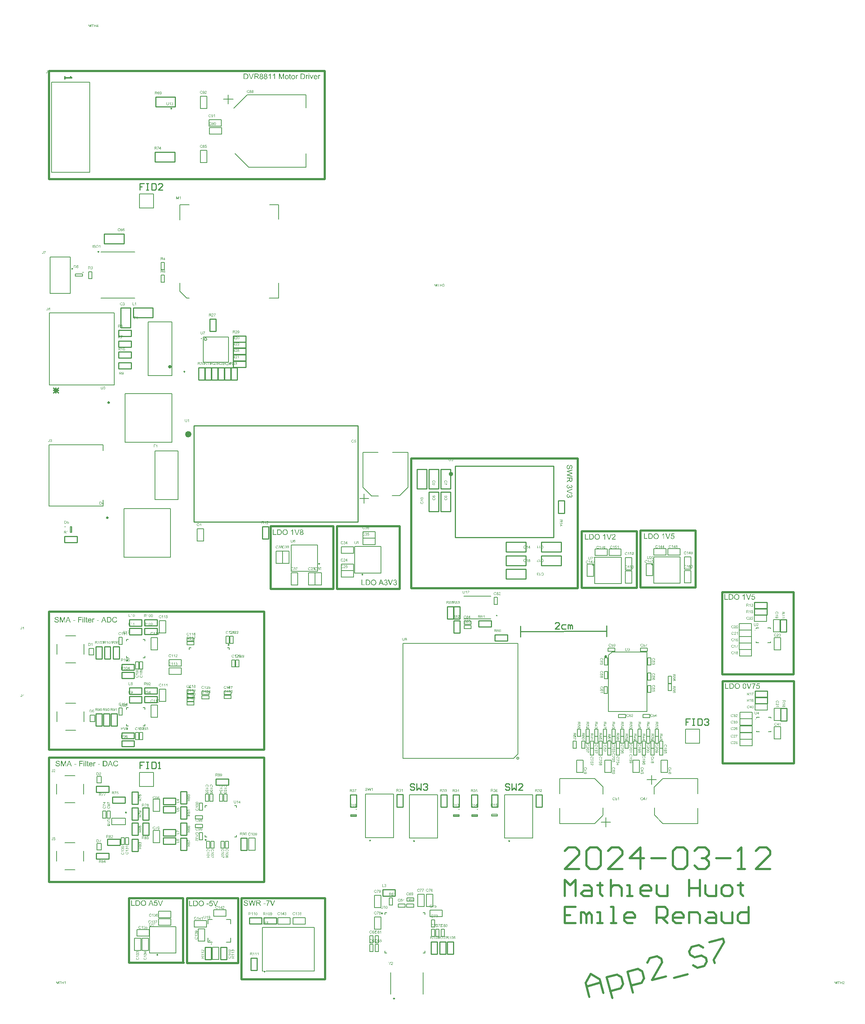
<source format=gto>
G04*
G04 #@! TF.GenerationSoftware,Altium Limited,Altium Designer,23.4.1 (23)*
G04*
G04 Layer_Color=65535*
%FSLAX44Y44*%
%MOMM*%
G71*
G04*
G04 #@! TF.SameCoordinates,CF21992F-A9CA-4C5A-8A3B-549160C445C6*
G04*
G04*
G04 #@! TF.FilePolarity,Positive*
G04*
G01*
G75*
%ADD10C,0.2540*%
%ADD11C,0.4000*%
%ADD12C,0.2000*%
%ADD13C,0.2500*%
%ADD14C,0.1270*%
%ADD15C,0.1524*%
%ADD16C,0.7620*%
%ADD17C,0.5080*%
%ADD18C,0.3810*%
%ADD19C,0.1999*%
%ADD20C,0.1750*%
%ADD21C,0.3048*%
%ADD22R,1.3500X0.1500*%
%ADD23R,0.1500X1.3500*%
G36*
X583015Y1145762D02*
X581237D01*
X576275Y1158576D01*
X578126D01*
X581459Y1149262D01*
Y1149243D01*
X581478Y1149206D01*
X581496Y1149151D01*
X581534Y1149077D01*
X581552Y1148966D01*
X581589Y1148855D01*
X581682Y1148577D01*
X581793Y1148262D01*
X581904Y1147910D01*
X582126Y1147169D01*
Y1147188D01*
X582145Y1147225D01*
X582163Y1147281D01*
X582182Y1147355D01*
X582237Y1147558D01*
X582330Y1147836D01*
X582422Y1148151D01*
X582533Y1148503D01*
X582663Y1148873D01*
X582811Y1149262D01*
X586292Y1158576D01*
X588014D01*
X583015Y1145762D01*
D02*
G37*
G36*
X572923D02*
X571349D01*
Y1155780D01*
X571331Y1155761D01*
X571238Y1155687D01*
X571127Y1155576D01*
X570942Y1155446D01*
X570738Y1155280D01*
X570479Y1155095D01*
X570183Y1154891D01*
X569850Y1154687D01*
X569831D01*
X569813Y1154669D01*
X569701Y1154595D01*
X569516Y1154502D01*
X569294Y1154391D01*
X569035Y1154261D01*
X568757Y1154132D01*
X568479Y1154002D01*
X568201Y1153891D01*
Y1155409D01*
X568220D01*
X568257Y1155446D01*
X568331Y1155465D01*
X568424Y1155520D01*
X568535Y1155576D01*
X568664Y1155650D01*
X568979Y1155835D01*
X569350Y1156039D01*
X569720Y1156298D01*
X570109Y1156594D01*
X570498Y1156909D01*
X570516Y1156928D01*
X570535Y1156946D01*
X570590Y1157002D01*
X570664Y1157057D01*
X570831Y1157243D01*
X571053Y1157465D01*
X571275Y1157724D01*
X571516Y1158020D01*
X571720Y1158316D01*
X571905Y1158631D01*
X572923D01*
Y1145762D01*
D02*
G37*
G36*
X541075Y1158557D02*
X541445Y1158539D01*
X541815Y1158502D01*
X542186Y1158446D01*
X542500Y1158391D01*
X542519D01*
X542556Y1158372D01*
X542612D01*
X542686Y1158335D01*
X542889Y1158279D01*
X543149Y1158187D01*
X543445Y1158057D01*
X543760Y1157891D01*
X544074Y1157705D01*
X544371Y1157465D01*
X544389Y1157446D01*
X544408Y1157428D01*
X544463Y1157372D01*
X544537Y1157317D01*
X544723Y1157131D01*
X544945Y1156872D01*
X545185Y1156557D01*
X545445Y1156187D01*
X545685Y1155761D01*
X545889Y1155280D01*
Y1155261D01*
X545908Y1155224D01*
X545945Y1155150D01*
X545963Y1155039D01*
X546019Y1154909D01*
X546056Y1154761D01*
X546093Y1154595D01*
X546148Y1154391D01*
X546204Y1154187D01*
X546241Y1153947D01*
X546333Y1153428D01*
X546389Y1152854D01*
X546408Y1152225D01*
Y1152206D01*
Y1152169D01*
Y1152076D01*
Y1151984D01*
X546389Y1151854D01*
Y1151706D01*
X546371Y1151354D01*
X546315Y1150947D01*
X546259Y1150521D01*
X546167Y1150077D01*
X546056Y1149632D01*
Y1149614D01*
X546037Y1149577D01*
X546019Y1149521D01*
X546000Y1149447D01*
X545926Y1149243D01*
X545815Y1148984D01*
X545704Y1148688D01*
X545556Y1148392D01*
X545371Y1148077D01*
X545185Y1147781D01*
X545167Y1147744D01*
X545093Y1147651D01*
X544982Y1147521D01*
X544834Y1147355D01*
X544667Y1147169D01*
X544463Y1146984D01*
X544260Y1146781D01*
X544019Y1146614D01*
X543982Y1146595D01*
X543908Y1146540D01*
X543778Y1146466D01*
X543593Y1146373D01*
X543371Y1146262D01*
X543111Y1146170D01*
X542815Y1146059D01*
X542482Y1145966D01*
X542445D01*
X542389Y1145947D01*
X542334Y1145929D01*
X542149Y1145910D01*
X541889Y1145873D01*
X541593Y1145836D01*
X541241Y1145799D01*
X540853Y1145781D01*
X540427Y1145762D01*
X535816D01*
Y1158576D01*
X540741D01*
X541075Y1158557D01*
D02*
G37*
G36*
X527483Y1147281D02*
X533798D01*
Y1145762D01*
X525780D01*
Y1158576D01*
X527483D01*
Y1147281D01*
D02*
G37*
G36*
X593347Y1158613D02*
X593495Y1158594D01*
X593662Y1158576D01*
X593847Y1158557D01*
X594032Y1158502D01*
X594477Y1158391D01*
X594921Y1158224D01*
X595143Y1158113D01*
X595365Y1157983D01*
X595569Y1157816D01*
X595773Y1157650D01*
X595791Y1157631D01*
X595810Y1157613D01*
X595865Y1157557D01*
X595939Y1157483D01*
X596013Y1157372D01*
X596106Y1157261D01*
X596291Y1156983D01*
X596476Y1156631D01*
X596643Y1156224D01*
X596773Y1155761D01*
X596791Y1155520D01*
X596810Y1155261D01*
Y1155243D01*
Y1155224D01*
Y1155113D01*
X596791Y1154946D01*
X596754Y1154743D01*
X596699Y1154483D01*
X596606Y1154224D01*
X596495Y1153965D01*
X596328Y1153706D01*
X596310Y1153669D01*
X596236Y1153595D01*
X596125Y1153484D01*
X595976Y1153335D01*
X595773Y1153169D01*
X595532Y1153002D01*
X595254Y1152835D01*
X594921Y1152687D01*
X594939D01*
X594977Y1152669D01*
X595032Y1152650D01*
X595106Y1152613D01*
X595328Y1152521D01*
X595588Y1152391D01*
X595865Y1152206D01*
X596162Y1152002D01*
X596439Y1151743D01*
X596699Y1151447D01*
Y1151428D01*
X596717Y1151410D01*
X596791Y1151299D01*
X596902Y1151114D01*
X597013Y1150873D01*
X597124Y1150576D01*
X597236Y1150225D01*
X597310Y1149836D01*
X597328Y1149410D01*
Y1149391D01*
Y1149336D01*
Y1149243D01*
X597310Y1149132D01*
X597291Y1149003D01*
X597273Y1148836D01*
X597236Y1148651D01*
X597180Y1148447D01*
X597050Y1148021D01*
X596958Y1147781D01*
X596828Y1147558D01*
X596699Y1147318D01*
X596550Y1147095D01*
X596365Y1146873D01*
X596162Y1146651D01*
X596143Y1146633D01*
X596106Y1146595D01*
X596050Y1146540D01*
X595958Y1146484D01*
X595828Y1146392D01*
X595699Y1146299D01*
X595532Y1146207D01*
X595347Y1146096D01*
X595143Y1145984D01*
X594902Y1145892D01*
X594643Y1145799D01*
X594384Y1145707D01*
X594088Y1145651D01*
X593773Y1145595D01*
X593458Y1145558D01*
X593106Y1145540D01*
X592921D01*
X592792Y1145558D01*
X592625Y1145577D01*
X592440Y1145595D01*
X592236Y1145633D01*
X592014Y1145688D01*
X591514Y1145818D01*
X591255Y1145910D01*
X591014Y1146003D01*
X590755Y1146133D01*
X590495Y1146281D01*
X590255Y1146447D01*
X590033Y1146651D01*
X590014Y1146669D01*
X589977Y1146706D01*
X589921Y1146762D01*
X589847Y1146855D01*
X589773Y1146966D01*
X589662Y1147095D01*
X589570Y1147243D01*
X589459Y1147429D01*
X589347Y1147614D01*
X589255Y1147836D01*
X589070Y1148299D01*
X588996Y1148577D01*
X588940Y1148855D01*
X588903Y1149151D01*
X588885Y1149447D01*
Y1149465D01*
Y1149503D01*
Y1149577D01*
X588903Y1149651D01*
Y1149762D01*
X588922Y1149891D01*
X588959Y1150188D01*
X589033Y1150521D01*
X589144Y1150854D01*
X589310Y1151206D01*
X589514Y1151539D01*
Y1151558D01*
X589551Y1151576D01*
X589625Y1151669D01*
X589773Y1151817D01*
X589977Y1152002D01*
X590236Y1152188D01*
X590551Y1152391D01*
X590903Y1152558D01*
X591329Y1152687D01*
X591310D01*
X591292Y1152706D01*
X591236Y1152724D01*
X591162Y1152762D01*
X590995Y1152835D01*
X590773Y1152947D01*
X590533Y1153095D01*
X590292Y1153280D01*
X590070Y1153484D01*
X589866Y1153706D01*
X589847Y1153743D01*
X589792Y1153817D01*
X589718Y1153965D01*
X589644Y1154150D01*
X589551Y1154391D01*
X589477Y1154669D01*
X589422Y1154984D01*
X589403Y1155317D01*
Y1155335D01*
Y1155372D01*
Y1155446D01*
X589422Y1155557D01*
X589440Y1155669D01*
X589459Y1155817D01*
X589533Y1156132D01*
X589644Y1156502D01*
X589829Y1156891D01*
X589940Y1157094D01*
X590070Y1157298D01*
X590236Y1157483D01*
X590403Y1157668D01*
X590421Y1157687D01*
X590458Y1157705D01*
X590514Y1157761D01*
X590588Y1157816D01*
X590681Y1157891D01*
X590810Y1157965D01*
X590958Y1158057D01*
X591107Y1158150D01*
X591292Y1158242D01*
X591495Y1158335D01*
X591718Y1158409D01*
X591958Y1158483D01*
X592477Y1158594D01*
X592773Y1158613D01*
X593069Y1158631D01*
X593236D01*
X593347Y1158613D01*
D02*
G37*
G36*
X554647Y1158779D02*
X554814D01*
X554981Y1158761D01*
X555203Y1158724D01*
X555425Y1158687D01*
X555906Y1158594D01*
X556462Y1158446D01*
X556999Y1158224D01*
X557277Y1158094D01*
X557555Y1157946D01*
X557573Y1157928D01*
X557610Y1157909D01*
X557684Y1157853D01*
X557795Y1157798D01*
X557906Y1157705D01*
X558054Y1157594D01*
X558369Y1157335D01*
X558703Y1157002D01*
X559073Y1156594D01*
X559425Y1156113D01*
X559721Y1155576D01*
Y1155557D01*
X559758Y1155502D01*
X559795Y1155428D01*
X559832Y1155317D01*
X559906Y1155169D01*
X559962Y1155002D01*
X560036Y1154798D01*
X560110Y1154576D01*
X560165Y1154335D01*
X560239Y1154076D01*
X560313Y1153780D01*
X560369Y1153484D01*
X560443Y1152835D01*
X560480Y1152132D01*
Y1152113D01*
Y1152039D01*
Y1151947D01*
X560462Y1151799D01*
Y1151632D01*
X560443Y1151428D01*
X560406Y1151206D01*
X560387Y1150965D01*
X560295Y1150428D01*
X560147Y1149836D01*
X559943Y1149243D01*
X559832Y1148947D01*
X559684Y1148651D01*
Y1148632D01*
X559647Y1148577D01*
X559610Y1148503D01*
X559536Y1148392D01*
X559462Y1148262D01*
X559369Y1148132D01*
X559110Y1147781D01*
X558795Y1147410D01*
X558425Y1147021D01*
X557980Y1146651D01*
X557462Y1146318D01*
X557443D01*
X557406Y1146281D01*
X557314Y1146244D01*
X557203Y1146188D01*
X557073Y1146133D01*
X556925Y1146077D01*
X556740Y1146003D01*
X556536Y1145929D01*
X556314Y1145855D01*
X556073Y1145781D01*
X555536Y1145670D01*
X554962Y1145577D01*
X554351Y1145540D01*
X554166D01*
X554055Y1145558D01*
X553888D01*
X553703Y1145595D01*
X553499Y1145614D01*
X553259Y1145651D01*
X552759Y1145762D01*
X552222Y1145910D01*
X551666Y1146133D01*
X551389Y1146262D01*
X551111Y1146410D01*
X551092Y1146429D01*
X551055Y1146447D01*
X550981Y1146503D01*
X550870Y1146577D01*
X550759Y1146651D01*
X550629Y1146762D01*
X550314Y1147040D01*
X549963Y1147373D01*
X549592Y1147781D01*
X549259Y1148243D01*
X548944Y1148780D01*
Y1148799D01*
X548907Y1148855D01*
X548870Y1148929D01*
X548833Y1149040D01*
X548778Y1149188D01*
X548722Y1149354D01*
X548648Y1149540D01*
X548592Y1149743D01*
X548518Y1149984D01*
X548444Y1150225D01*
X548333Y1150780D01*
X548259Y1151354D01*
X548222Y1151984D01*
Y1152002D01*
Y1152021D01*
Y1152132D01*
X548241Y1152299D01*
Y1152521D01*
X548278Y1152780D01*
X548315Y1153095D01*
X548370Y1153447D01*
X548444Y1153817D01*
X548518Y1154206D01*
X548629Y1154613D01*
X548778Y1155021D01*
X548944Y1155446D01*
X549129Y1155854D01*
X549370Y1156261D01*
X549629Y1156631D01*
X549926Y1156983D01*
X549944Y1157002D01*
X550000Y1157057D01*
X550111Y1157150D01*
X550240Y1157261D01*
X550407Y1157409D01*
X550611Y1157557D01*
X550852Y1157724D01*
X551129Y1157891D01*
X551426Y1158057D01*
X551759Y1158224D01*
X552129Y1158372D01*
X552518Y1158520D01*
X552944Y1158631D01*
X553388Y1158724D01*
X553851Y1158779D01*
X554351Y1158798D01*
X554518D01*
X554647Y1158779D01*
D02*
G37*
G36*
X1645187Y784325D02*
X1643410D01*
X1638447Y797139D01*
X1640299D01*
X1643632Y787825D01*
Y787806D01*
X1643650Y787769D01*
X1643669Y787714D01*
X1643706Y787640D01*
X1643724Y787529D01*
X1643761Y787418D01*
X1643854Y787140D01*
X1643965Y786825D01*
X1644076Y786473D01*
X1644299Y785732D01*
Y785751D01*
X1644317Y785788D01*
X1644335Y785844D01*
X1644354Y785918D01*
X1644410Y786121D01*
X1644502Y786399D01*
X1644595Y786714D01*
X1644706Y787066D01*
X1644835Y787436D01*
X1644984Y787825D01*
X1648465Y797139D01*
X1650187D01*
X1645187Y784325D01*
D02*
G37*
G36*
X1668925Y795472D02*
X1663796D01*
X1663111Y792010D01*
X1663130Y792028D01*
X1663167Y792047D01*
X1663222Y792084D01*
X1663315Y792139D01*
X1663426Y792195D01*
X1663556Y792269D01*
X1663852Y792417D01*
X1664222Y792565D01*
X1664630Y792695D01*
X1665074Y792787D01*
X1665296Y792824D01*
X1665704D01*
X1665815Y792806D01*
X1665963Y792787D01*
X1666129Y792769D01*
X1666315Y792732D01*
X1666518Y792676D01*
X1666963Y792547D01*
X1667204Y792454D01*
X1667444Y792325D01*
X1667685Y792195D01*
X1667926Y792047D01*
X1668148Y791861D01*
X1668370Y791658D01*
X1668389Y791639D01*
X1668426Y791602D01*
X1668481Y791547D01*
X1668555Y791454D01*
X1668648Y791325D01*
X1668740Y791195D01*
X1668851Y791028D01*
X1668963Y790843D01*
X1669055Y790639D01*
X1669166Y790417D01*
X1669259Y790158D01*
X1669351Y789899D01*
X1669426Y789621D01*
X1669481Y789306D01*
X1669518Y788991D01*
X1669537Y788658D01*
Y788640D01*
Y788584D01*
Y788492D01*
X1669518Y788362D01*
X1669500Y788214D01*
X1669481Y788047D01*
X1669444Y787843D01*
X1669407Y787640D01*
X1669296Y787158D01*
X1669111Y786658D01*
X1669000Y786399D01*
X1668851Y786158D01*
X1668703Y785899D01*
X1668518Y785658D01*
X1668500Y785640D01*
X1668463Y785584D01*
X1668389Y785510D01*
X1668296Y785418D01*
X1668166Y785307D01*
X1668018Y785158D01*
X1667833Y785029D01*
X1667629Y784881D01*
X1667407Y784733D01*
X1667148Y784603D01*
X1666870Y784473D01*
X1666574Y784344D01*
X1666259Y784251D01*
X1665907Y784177D01*
X1665537Y784122D01*
X1665148Y784103D01*
X1664982D01*
X1664852Y784122D01*
X1664704Y784140D01*
X1664537Y784159D01*
X1664333Y784177D01*
X1664130Y784233D01*
X1663667Y784344D01*
X1663204Y784510D01*
X1662963Y784622D01*
X1662722Y784751D01*
X1662500Y784899D01*
X1662278Y785066D01*
X1662260Y785085D01*
X1662222Y785103D01*
X1662186Y785177D01*
X1662111Y785251D01*
X1662019Y785344D01*
X1661926Y785455D01*
X1661815Y785603D01*
X1661723Y785770D01*
X1661611Y785936D01*
X1661500Y786140D01*
X1661297Y786584D01*
X1661130Y787103D01*
X1661075Y787381D01*
X1661037Y787677D01*
X1662685Y787806D01*
Y787788D01*
Y787751D01*
X1662704Y787695D01*
X1662722Y787603D01*
X1662778Y787399D01*
X1662852Y787121D01*
X1662963Y786843D01*
X1663111Y786529D01*
X1663297Y786251D01*
X1663519Y785992D01*
X1663556Y785973D01*
X1663630Y785899D01*
X1663778Y785807D01*
X1663982Y785695D01*
X1664204Y785584D01*
X1664482Y785492D01*
X1664796Y785418D01*
X1665148Y785399D01*
X1665259D01*
X1665333Y785418D01*
X1665556Y785436D01*
X1665815Y785510D01*
X1666129Y785603D01*
X1666444Y785751D01*
X1666778Y785973D01*
X1666926Y786103D01*
X1667074Y786251D01*
X1667092Y786270D01*
X1667111Y786288D01*
X1667148Y786344D01*
X1667204Y786399D01*
X1667333Y786603D01*
X1667481Y786862D01*
X1667611Y787177D01*
X1667740Y787566D01*
X1667833Y788029D01*
X1667870Y788269D01*
Y788529D01*
Y788547D01*
Y788584D01*
Y788658D01*
X1667852Y788751D01*
Y788862D01*
X1667833Y788991D01*
X1667778Y789288D01*
X1667685Y789640D01*
X1667555Y789991D01*
X1667370Y790325D01*
X1667111Y790639D01*
Y790658D01*
X1667074Y790676D01*
X1666981Y790769D01*
X1666815Y790899D01*
X1666593Y791047D01*
X1666296Y791176D01*
X1665963Y791306D01*
X1665574Y791399D01*
X1665352Y791436D01*
X1665000D01*
X1664852Y791417D01*
X1664667Y791399D01*
X1664444Y791343D01*
X1664222Y791288D01*
X1663982Y791195D01*
X1663741Y791084D01*
X1663722Y791065D01*
X1663648Y791028D01*
X1663537Y790936D01*
X1663389Y790843D01*
X1663241Y790714D01*
X1663093Y790547D01*
X1662926Y790380D01*
X1662796Y790176D01*
X1661315Y790380D01*
X1662556Y796972D01*
X1668925D01*
Y795472D01*
D02*
G37*
G36*
X1659482Y795732D02*
X1659464Y795713D01*
X1659427Y795676D01*
X1659353Y795602D01*
X1659278Y795491D01*
X1659167Y795361D01*
X1659019Y795213D01*
X1658871Y795028D01*
X1658704Y794806D01*
X1658538Y794584D01*
X1658334Y794324D01*
X1658130Y794028D01*
X1657927Y793732D01*
X1657704Y793398D01*
X1657482Y793047D01*
X1657260Y792658D01*
X1657038Y792269D01*
X1657019Y792250D01*
X1656982Y792176D01*
X1656927Y792065D01*
X1656834Y791899D01*
X1656742Y791695D01*
X1656631Y791473D01*
X1656501Y791214D01*
X1656371Y790917D01*
X1656223Y790584D01*
X1656057Y790251D01*
X1655908Y789880D01*
X1655760Y789491D01*
X1655464Y788695D01*
X1655186Y787843D01*
Y787825D01*
X1655168Y787769D01*
X1655149Y787677D01*
X1655112Y787566D01*
X1655075Y787418D01*
X1655038Y787232D01*
X1654982Y787029D01*
X1654946Y786806D01*
X1654890Y786547D01*
X1654834Y786270D01*
X1654742Y785677D01*
X1654649Y785029D01*
X1654594Y784325D01*
X1652983D01*
Y784344D01*
Y784399D01*
Y784473D01*
X1653001Y784585D01*
Y784733D01*
X1653020Y784918D01*
X1653038Y785122D01*
X1653057Y785344D01*
X1653094Y785603D01*
X1653131Y785862D01*
X1653186Y786177D01*
X1653242Y786492D01*
X1653297Y786825D01*
X1653372Y787195D01*
X1653557Y787954D01*
Y787973D01*
X1653575Y788047D01*
X1653612Y788158D01*
X1653668Y788325D01*
X1653723Y788510D01*
X1653797Y788732D01*
X1653871Y788991D01*
X1653983Y789269D01*
X1654094Y789584D01*
X1654205Y789899D01*
X1654483Y790602D01*
X1654816Y791343D01*
X1655186Y792084D01*
X1655205Y792102D01*
X1655242Y792176D01*
X1655297Y792269D01*
X1655371Y792417D01*
X1655464Y792584D01*
X1655594Y792787D01*
X1655723Y793010D01*
X1655871Y793250D01*
X1656223Y793787D01*
X1656593Y794343D01*
X1657019Y794917D01*
X1657464Y795454D01*
X1651187D01*
Y796972D01*
X1659482D01*
Y795732D01*
D02*
G37*
G36*
X1603247Y797120D02*
X1603618Y797102D01*
X1603988Y797065D01*
X1604358Y797009D01*
X1604673Y796954D01*
X1604691D01*
X1604729Y796935D01*
X1604784D01*
X1604858Y796898D01*
X1605062Y796842D01*
X1605321Y796750D01*
X1605617Y796620D01*
X1605932Y796454D01*
X1606247Y796268D01*
X1606543Y796028D01*
X1606562Y796009D01*
X1606580Y795991D01*
X1606636Y795935D01*
X1606710Y795880D01*
X1606895Y795695D01*
X1607117Y795435D01*
X1607358Y795120D01*
X1607617Y794750D01*
X1607858Y794324D01*
X1608062Y793843D01*
Y793824D01*
X1608080Y793787D01*
X1608117Y793713D01*
X1608136Y793602D01*
X1608191Y793473D01*
X1608228Y793324D01*
X1608265Y793158D01*
X1608321Y792954D01*
X1608376Y792750D01*
X1608413Y792510D01*
X1608506Y791991D01*
X1608561Y791417D01*
X1608580Y790788D01*
Y790769D01*
Y790732D01*
Y790639D01*
Y790547D01*
X1608561Y790417D01*
Y790269D01*
X1608543Y789917D01*
X1608487Y789510D01*
X1608432Y789084D01*
X1608339Y788640D01*
X1608228Y788195D01*
Y788177D01*
X1608210Y788140D01*
X1608191Y788084D01*
X1608173Y788010D01*
X1608098Y787806D01*
X1607987Y787547D01*
X1607876Y787251D01*
X1607728Y786955D01*
X1607543Y786640D01*
X1607358Y786344D01*
X1607339Y786307D01*
X1607265Y786214D01*
X1607154Y786084D01*
X1607006Y785918D01*
X1606839Y785732D01*
X1606636Y785547D01*
X1606432Y785344D01*
X1606191Y785177D01*
X1606154Y785158D01*
X1606080Y785103D01*
X1605951Y785029D01*
X1605765Y784936D01*
X1605543Y784825D01*
X1605284Y784733D01*
X1604988Y784622D01*
X1604654Y784529D01*
X1604617D01*
X1604562Y784510D01*
X1604506Y784492D01*
X1604321Y784473D01*
X1604062Y784436D01*
X1603766Y784399D01*
X1603414Y784362D01*
X1603025Y784344D01*
X1602599Y784325D01*
X1597988D01*
Y797139D01*
X1602914D01*
X1603247Y797120D01*
D02*
G37*
G36*
X1589656Y785844D02*
X1595970D01*
Y784325D01*
X1587953D01*
Y797139D01*
X1589656D01*
Y785844D01*
D02*
G37*
G36*
X1633725Y797176D02*
X1633966Y797139D01*
X1634244Y797083D01*
X1634540Y797009D01*
X1634855Y796917D01*
X1635151Y796768D01*
X1635170D01*
X1635188Y796750D01*
X1635281Y796694D01*
X1635429Y796602D01*
X1635614Y796472D01*
X1635818Y796287D01*
X1636040Y796083D01*
X1636244Y795843D01*
X1636447Y795565D01*
X1636466Y795528D01*
X1636540Y795435D01*
X1636614Y795269D01*
X1636744Y795028D01*
X1636855Y794750D01*
X1637003Y794435D01*
X1637133Y794065D01*
X1637244Y793658D01*
Y793639D01*
X1637262Y793602D01*
X1637281Y793547D01*
X1637299Y793454D01*
X1637318Y793343D01*
X1637336Y793213D01*
X1637373Y793047D01*
X1637392Y792861D01*
X1637429Y792658D01*
X1637447Y792436D01*
X1637466Y792176D01*
X1637503Y791917D01*
X1637521Y791621D01*
Y791325D01*
X1637540Y790991D01*
Y790639D01*
Y790621D01*
Y790547D01*
Y790417D01*
Y790269D01*
X1637521Y790065D01*
Y789843D01*
X1637503Y789603D01*
X1637484Y789343D01*
X1637429Y788751D01*
X1637336Y788140D01*
X1637225Y787547D01*
X1637151Y787269D01*
X1637059Y786992D01*
Y786973D01*
X1637040Y786936D01*
X1637003Y786862D01*
X1636966Y786769D01*
X1636929Y786640D01*
X1636855Y786510D01*
X1636707Y786196D01*
X1636521Y785862D01*
X1636281Y785492D01*
X1636003Y785158D01*
X1635670Y784844D01*
X1635651D01*
X1635633Y784807D01*
X1635577Y784770D01*
X1635503Y784733D01*
X1635410Y784677D01*
X1635318Y784603D01*
X1635040Y784473D01*
X1634707Y784344D01*
X1634318Y784214D01*
X1633855Y784140D01*
X1633355Y784103D01*
X1633170D01*
X1633040Y784122D01*
X1632892Y784140D01*
X1632707Y784177D01*
X1632503Y784214D01*
X1632281Y784270D01*
X1632059Y784344D01*
X1631818Y784418D01*
X1631578Y784529D01*
X1631337Y784659D01*
X1631096Y784807D01*
X1630855Y784992D01*
X1630633Y785196D01*
X1630430Y785418D01*
X1630411Y785436D01*
X1630374Y785492D01*
X1630318Y785584D01*
X1630226Y785732D01*
X1630133Y785899D01*
X1630041Y786121D01*
X1629911Y786381D01*
X1629800Y786677D01*
X1629689Y787010D01*
X1629578Y787399D01*
X1629467Y787825D01*
X1629374Y788306D01*
X1629281Y788825D01*
X1629226Y789380D01*
X1629189Y789991D01*
X1629170Y790639D01*
Y790658D01*
Y790732D01*
Y790862D01*
Y791010D01*
X1629189Y791214D01*
Y791436D01*
X1629207Y791676D01*
X1629226Y791954D01*
X1629281Y792528D01*
X1629374Y793139D01*
X1629485Y793750D01*
X1629559Y794028D01*
X1629633Y794306D01*
Y794324D01*
X1629652Y794361D01*
X1629689Y794435D01*
X1629726Y794528D01*
X1629763Y794658D01*
X1629837Y794787D01*
X1629985Y795102D01*
X1630170Y795435D01*
X1630411Y795787D01*
X1630689Y796139D01*
X1631022Y796435D01*
X1631041D01*
X1631059Y796472D01*
X1631115Y796509D01*
X1631189Y796546D01*
X1631281Y796620D01*
X1631392Y796676D01*
X1631670Y796824D01*
X1632003Y796954D01*
X1632392Y797083D01*
X1632855Y797157D01*
X1633355Y797194D01*
X1633522D01*
X1633725Y797176D01*
D02*
G37*
G36*
X1616820Y797342D02*
X1616987D01*
X1617153Y797324D01*
X1617375Y797287D01*
X1617598Y797250D01*
X1618079Y797157D01*
X1618634Y797009D01*
X1619171Y796787D01*
X1619449Y796657D01*
X1619727Y796509D01*
X1619745Y796491D01*
X1619783Y796472D01*
X1619857Y796417D01*
X1619968Y796361D01*
X1620079Y796268D01*
X1620227Y796157D01*
X1620542Y795898D01*
X1620875Y795565D01*
X1621245Y795157D01*
X1621597Y794676D01*
X1621893Y794139D01*
Y794121D01*
X1621930Y794065D01*
X1621967Y793991D01*
X1622005Y793880D01*
X1622079Y793732D01*
X1622134Y793565D01*
X1622208Y793361D01*
X1622282Y793139D01*
X1622338Y792898D01*
X1622412Y792639D01*
X1622486Y792343D01*
X1622542Y792047D01*
X1622616Y791399D01*
X1622653Y790695D01*
Y790676D01*
Y790602D01*
Y790510D01*
X1622634Y790362D01*
Y790195D01*
X1622616Y789991D01*
X1622578Y789769D01*
X1622560Y789528D01*
X1622467Y788991D01*
X1622319Y788399D01*
X1622116Y787806D01*
X1622005Y787510D01*
X1621856Y787214D01*
Y787195D01*
X1621819Y787140D01*
X1621782Y787066D01*
X1621708Y786955D01*
X1621634Y786825D01*
X1621542Y786695D01*
X1621282Y786344D01*
X1620968Y785973D01*
X1620597Y785584D01*
X1620153Y785214D01*
X1619634Y784881D01*
X1619616D01*
X1619579Y784844D01*
X1619486Y784807D01*
X1619375Y784751D01*
X1619245Y784696D01*
X1619097Y784640D01*
X1618912Y784566D01*
X1618708Y784492D01*
X1618486Y784418D01*
X1618246Y784344D01*
X1617709Y784233D01*
X1617135Y784140D01*
X1616524Y784103D01*
X1616338D01*
X1616227Y784122D01*
X1616061D01*
X1615876Y784159D01*
X1615672Y784177D01*
X1615431Y784214D01*
X1614931Y784325D01*
X1614394Y784473D01*
X1613839Y784696D01*
X1613561Y784825D01*
X1613283Y784973D01*
X1613265Y784992D01*
X1613228Y785010D01*
X1613154Y785066D01*
X1613042Y785140D01*
X1612931Y785214D01*
X1612802Y785325D01*
X1612487Y785603D01*
X1612135Y785936D01*
X1611765Y786344D01*
X1611431Y786806D01*
X1611117Y787344D01*
Y787362D01*
X1611080Y787418D01*
X1611043Y787492D01*
X1611006Y787603D01*
X1610950Y787751D01*
X1610894Y787917D01*
X1610820Y788103D01*
X1610765Y788306D01*
X1610691Y788547D01*
X1610617Y788788D01*
X1610506Y789343D01*
X1610432Y789917D01*
X1610395Y790547D01*
Y790565D01*
Y790584D01*
Y790695D01*
X1610413Y790862D01*
Y791084D01*
X1610450Y791343D01*
X1610487Y791658D01*
X1610543Y792010D01*
X1610617Y792380D01*
X1610691Y792769D01*
X1610802Y793176D01*
X1610950Y793584D01*
X1611117Y794009D01*
X1611302Y794417D01*
X1611543Y794824D01*
X1611802Y795194D01*
X1612098Y795546D01*
X1612117Y795565D01*
X1612172Y795620D01*
X1612283Y795713D01*
X1612413Y795824D01*
X1612579Y795972D01*
X1612783Y796120D01*
X1613024Y796287D01*
X1613302Y796454D01*
X1613598Y796620D01*
X1613931Y796787D01*
X1614302Y796935D01*
X1614690Y797083D01*
X1615116Y797194D01*
X1615561Y797287D01*
X1616024Y797342D01*
X1616524Y797361D01*
X1616690D01*
X1616820Y797342D01*
D02*
G37*
G36*
X1316130Y1134895D02*
X1314353D01*
X1309390Y1147709D01*
X1311242D01*
X1314575Y1138395D01*
Y1138376D01*
X1314593Y1138339D01*
X1314612Y1138284D01*
X1314649Y1138210D01*
X1314667Y1138099D01*
X1314704Y1137988D01*
X1314797Y1137710D01*
X1314908Y1137395D01*
X1315019Y1137043D01*
X1315241Y1136302D01*
Y1136321D01*
X1315260Y1136358D01*
X1315278Y1136414D01*
X1315297Y1136488D01*
X1315352Y1136691D01*
X1315445Y1136969D01*
X1315538Y1137284D01*
X1315649Y1137636D01*
X1315778Y1138006D01*
X1315927Y1138395D01*
X1319408Y1147709D01*
X1321130D01*
X1316130Y1134895D01*
D02*
G37*
G36*
X1326574Y1147746D02*
X1326722Y1147727D01*
X1326907Y1147709D01*
X1327111Y1147672D01*
X1327314Y1147635D01*
X1327796Y1147505D01*
X1328277Y1147320D01*
X1328518Y1147209D01*
X1328759Y1147079D01*
X1328981Y1146913D01*
X1329184Y1146727D01*
X1329203Y1146709D01*
X1329240Y1146690D01*
X1329277Y1146616D01*
X1329351Y1146542D01*
X1329444Y1146450D01*
X1329536Y1146320D01*
X1329629Y1146190D01*
X1329740Y1146024D01*
X1329925Y1145672D01*
X1330110Y1145228D01*
X1330184Y1145005D01*
X1330221Y1144746D01*
X1330258Y1144487D01*
X1330277Y1144209D01*
Y1144172D01*
Y1144080D01*
X1330258Y1143931D01*
X1330240Y1143728D01*
X1330203Y1143505D01*
X1330129Y1143246D01*
X1330055Y1142969D01*
X1329944Y1142691D01*
X1329925Y1142654D01*
X1329888Y1142561D01*
X1329814Y1142413D01*
X1329703Y1142209D01*
X1329555Y1141987D01*
X1329370Y1141709D01*
X1329147Y1141432D01*
X1328888Y1141117D01*
X1328851Y1141080D01*
X1328759Y1140969D01*
X1328666Y1140876D01*
X1328573Y1140783D01*
X1328462Y1140672D01*
X1328314Y1140524D01*
X1328166Y1140376D01*
X1327981Y1140210D01*
X1327796Y1140024D01*
X1327574Y1139821D01*
X1327333Y1139617D01*
X1327074Y1139376D01*
X1326777Y1139136D01*
X1326481Y1138876D01*
X1326463Y1138858D01*
X1326425Y1138821D01*
X1326351Y1138765D01*
X1326259Y1138691D01*
X1326148Y1138580D01*
X1326018Y1138469D01*
X1325722Y1138228D01*
X1325407Y1137951D01*
X1325111Y1137673D01*
X1324852Y1137432D01*
X1324740Y1137339D01*
X1324648Y1137247D01*
X1324629Y1137228D01*
X1324574Y1137173D01*
X1324500Y1137099D01*
X1324407Y1136988D01*
X1324315Y1136858D01*
X1324203Y1136728D01*
X1323981Y1136414D01*
X1330295D01*
Y1134895D01*
X1321796D01*
Y1134914D01*
Y1134988D01*
Y1135099D01*
X1321815Y1135247D01*
X1321833Y1135414D01*
X1321870Y1135599D01*
X1321907Y1135784D01*
X1321982Y1135988D01*
Y1136006D01*
X1322000Y1136025D01*
X1322037Y1136136D01*
X1322111Y1136302D01*
X1322222Y1136525D01*
X1322370Y1136784D01*
X1322556Y1137080D01*
X1322759Y1137376D01*
X1323018Y1137691D01*
Y1137710D01*
X1323055Y1137728D01*
X1323148Y1137839D01*
X1323315Y1138006D01*
X1323555Y1138247D01*
X1323833Y1138524D01*
X1324185Y1138858D01*
X1324611Y1139228D01*
X1325074Y1139617D01*
X1325092Y1139635D01*
X1325166Y1139691D01*
X1325277Y1139784D01*
X1325407Y1139895D01*
X1325574Y1140043D01*
X1325777Y1140210D01*
X1325981Y1140395D01*
X1326222Y1140598D01*
X1326685Y1141043D01*
X1327148Y1141487D01*
X1327370Y1141709D01*
X1327574Y1141932D01*
X1327759Y1142135D01*
X1327907Y1142339D01*
Y1142357D01*
X1327944Y1142376D01*
X1327981Y1142431D01*
X1328018Y1142506D01*
X1328147Y1142709D01*
X1328296Y1142950D01*
X1328425Y1143246D01*
X1328555Y1143561D01*
X1328629Y1143913D01*
X1328666Y1144246D01*
Y1144265D01*
Y1144283D01*
X1328647Y1144394D01*
X1328629Y1144579D01*
X1328573Y1144783D01*
X1328499Y1145042D01*
X1328370Y1145302D01*
X1328203Y1145561D01*
X1327981Y1145820D01*
X1327944Y1145857D01*
X1327851Y1145931D01*
X1327722Y1146024D01*
X1327518Y1146153D01*
X1327259Y1146264D01*
X1326962Y1146376D01*
X1326611Y1146450D01*
X1326222Y1146468D01*
X1326111D01*
X1326037Y1146450D01*
X1325814Y1146431D01*
X1325555Y1146376D01*
X1325277Y1146301D01*
X1324963Y1146172D01*
X1324666Y1146005D01*
X1324389Y1145783D01*
X1324352Y1145746D01*
X1324277Y1145653D01*
X1324166Y1145505D01*
X1324055Y1145283D01*
X1323926Y1145024D01*
X1323815Y1144690D01*
X1323741Y1144320D01*
X1323703Y1143894D01*
X1322093Y1144061D01*
Y1144080D01*
X1322111Y1144135D01*
Y1144228D01*
X1322130Y1144357D01*
X1322167Y1144505D01*
X1322204Y1144672D01*
X1322259Y1144876D01*
X1322315Y1145079D01*
X1322463Y1145524D01*
X1322685Y1145968D01*
X1322815Y1146190D01*
X1322981Y1146413D01*
X1323148Y1146616D01*
X1323333Y1146801D01*
X1323352Y1146820D01*
X1323389Y1146839D01*
X1323444Y1146894D01*
X1323537Y1146950D01*
X1323648Y1147024D01*
X1323778Y1147098D01*
X1323926Y1147190D01*
X1324111Y1147283D01*
X1324315Y1147375D01*
X1324537Y1147468D01*
X1324778Y1147542D01*
X1325037Y1147616D01*
X1325314Y1147672D01*
X1325611Y1147727D01*
X1325925Y1147746D01*
X1326259Y1147764D01*
X1326444D01*
X1326574Y1147746D01*
D02*
G37*
G36*
X1306039Y1134895D02*
X1304465D01*
Y1144913D01*
X1304446Y1144894D01*
X1304354Y1144820D01*
X1304243Y1144709D01*
X1304057Y1144579D01*
X1303854Y1144413D01*
X1303595Y1144228D01*
X1303298Y1144024D01*
X1302965Y1143820D01*
X1302946D01*
X1302928Y1143802D01*
X1302817Y1143728D01*
X1302632Y1143635D01*
X1302409Y1143524D01*
X1302150Y1143394D01*
X1301873Y1143265D01*
X1301595Y1143135D01*
X1301317Y1143024D01*
Y1144542D01*
X1301335D01*
X1301373Y1144579D01*
X1301447Y1144598D01*
X1301539Y1144653D01*
X1301650Y1144709D01*
X1301780Y1144783D01*
X1302095Y1144968D01*
X1302465Y1145172D01*
X1302835Y1145431D01*
X1303224Y1145727D01*
X1303613Y1146042D01*
X1303631Y1146061D01*
X1303650Y1146079D01*
X1303706Y1146135D01*
X1303780Y1146190D01*
X1303946Y1146376D01*
X1304169Y1146598D01*
X1304391Y1146857D01*
X1304631Y1147153D01*
X1304835Y1147449D01*
X1305020Y1147764D01*
X1306039D01*
Y1134895D01*
D02*
G37*
G36*
X1274190Y1147690D02*
X1274560Y1147672D01*
X1274931Y1147635D01*
X1275301Y1147579D01*
X1275616Y1147524D01*
X1275634D01*
X1275671Y1147505D01*
X1275727D01*
X1275801Y1147468D01*
X1276005Y1147412D01*
X1276264Y1147320D01*
X1276560Y1147190D01*
X1276875Y1147024D01*
X1277190Y1146839D01*
X1277486Y1146598D01*
X1277505Y1146579D01*
X1277523Y1146561D01*
X1277579Y1146505D01*
X1277653Y1146450D01*
X1277838Y1146264D01*
X1278060Y1146005D01*
X1278301Y1145690D01*
X1278560Y1145320D01*
X1278801Y1144894D01*
X1279005Y1144413D01*
Y1144394D01*
X1279023Y1144357D01*
X1279060Y1144283D01*
X1279079Y1144172D01*
X1279134Y1144043D01*
X1279171Y1143894D01*
X1279208Y1143728D01*
X1279264Y1143524D01*
X1279319Y1143320D01*
X1279356Y1143080D01*
X1279449Y1142561D01*
X1279504Y1141987D01*
X1279523Y1141358D01*
Y1141339D01*
Y1141302D01*
Y1141209D01*
Y1141117D01*
X1279504Y1140987D01*
Y1140839D01*
X1279486Y1140487D01*
X1279430Y1140080D01*
X1279375Y1139654D01*
X1279282Y1139210D01*
X1279171Y1138765D01*
Y1138747D01*
X1279153Y1138710D01*
X1279134Y1138654D01*
X1279116Y1138580D01*
X1279042Y1138376D01*
X1278930Y1138117D01*
X1278819Y1137821D01*
X1278671Y1137525D01*
X1278486Y1137210D01*
X1278301Y1136914D01*
X1278282Y1136877D01*
X1278208Y1136784D01*
X1278097Y1136654D01*
X1277949Y1136488D01*
X1277782Y1136302D01*
X1277579Y1136117D01*
X1277375Y1135914D01*
X1277134Y1135747D01*
X1277097Y1135729D01*
X1277023Y1135673D01*
X1276894Y1135599D01*
X1276708Y1135506D01*
X1276486Y1135395D01*
X1276227Y1135303D01*
X1275931Y1135191D01*
X1275597Y1135099D01*
X1275560D01*
X1275505Y1135080D01*
X1275449Y1135062D01*
X1275264Y1135043D01*
X1275005Y1135006D01*
X1274709Y1134969D01*
X1274357Y1134932D01*
X1273968Y1134914D01*
X1273542Y1134895D01*
X1268931D01*
Y1147709D01*
X1273857D01*
X1274190Y1147690D01*
D02*
G37*
G36*
X1260599Y1136414D02*
X1266913D01*
Y1134895D01*
X1258895D01*
Y1147709D01*
X1260599D01*
Y1136414D01*
D02*
G37*
G36*
X1287763Y1147912D02*
X1287930D01*
X1288096Y1147894D01*
X1288318Y1147857D01*
X1288540Y1147820D01*
X1289022Y1147727D01*
X1289577Y1147579D01*
X1290114Y1147357D01*
X1290392Y1147227D01*
X1290670Y1147079D01*
X1290688Y1147061D01*
X1290726Y1147042D01*
X1290800Y1146987D01*
X1290911Y1146931D01*
X1291022Y1146839D01*
X1291170Y1146727D01*
X1291485Y1146468D01*
X1291818Y1146135D01*
X1292188Y1145727D01*
X1292540Y1145246D01*
X1292836Y1144709D01*
Y1144690D01*
X1292873Y1144635D01*
X1292910Y1144561D01*
X1292948Y1144450D01*
X1293022Y1144302D01*
X1293077Y1144135D01*
X1293151Y1143931D01*
X1293225Y1143709D01*
X1293281Y1143468D01*
X1293355Y1143209D01*
X1293429Y1142913D01*
X1293484Y1142617D01*
X1293559Y1141969D01*
X1293595Y1141265D01*
Y1141246D01*
Y1141172D01*
Y1141080D01*
X1293577Y1140932D01*
Y1140765D01*
X1293559Y1140561D01*
X1293522Y1140339D01*
X1293503Y1140098D01*
X1293410Y1139561D01*
X1293262Y1138969D01*
X1293059Y1138376D01*
X1292948Y1138080D01*
X1292799Y1137784D01*
Y1137765D01*
X1292762Y1137710D01*
X1292725Y1137636D01*
X1292651Y1137525D01*
X1292577Y1137395D01*
X1292484Y1137265D01*
X1292225Y1136914D01*
X1291911Y1136543D01*
X1291540Y1136154D01*
X1291096Y1135784D01*
X1290577Y1135451D01*
X1290559D01*
X1290522Y1135414D01*
X1290429Y1135377D01*
X1290318Y1135321D01*
X1290188Y1135266D01*
X1290040Y1135210D01*
X1289855Y1135136D01*
X1289651Y1135062D01*
X1289429Y1134988D01*
X1289189Y1134914D01*
X1288652Y1134803D01*
X1288078Y1134710D01*
X1287466Y1134673D01*
X1287281D01*
X1287170Y1134692D01*
X1287004D01*
X1286819Y1134729D01*
X1286615Y1134747D01*
X1286374Y1134784D01*
X1285874Y1134895D01*
X1285337Y1135043D01*
X1284782Y1135266D01*
X1284504Y1135395D01*
X1284226Y1135543D01*
X1284208Y1135562D01*
X1284171Y1135580D01*
X1284097Y1135636D01*
X1283985Y1135710D01*
X1283874Y1135784D01*
X1283745Y1135895D01*
X1283430Y1136173D01*
X1283078Y1136506D01*
X1282708Y1136914D01*
X1282375Y1137376D01*
X1282060Y1137914D01*
Y1137932D01*
X1282023Y1137988D01*
X1281986Y1138062D01*
X1281949Y1138173D01*
X1281893Y1138321D01*
X1281837Y1138487D01*
X1281763Y1138673D01*
X1281708Y1138876D01*
X1281634Y1139117D01*
X1281560Y1139358D01*
X1281449Y1139913D01*
X1281375Y1140487D01*
X1281337Y1141117D01*
Y1141135D01*
Y1141154D01*
Y1141265D01*
X1281356Y1141432D01*
Y1141654D01*
X1281393Y1141913D01*
X1281430Y1142228D01*
X1281486Y1142580D01*
X1281560Y1142950D01*
X1281634Y1143339D01*
X1281745Y1143746D01*
X1281893Y1144154D01*
X1282060Y1144579D01*
X1282245Y1144987D01*
X1282486Y1145394D01*
X1282745Y1145764D01*
X1283041Y1146116D01*
X1283060Y1146135D01*
X1283115Y1146190D01*
X1283226Y1146283D01*
X1283356Y1146394D01*
X1283522Y1146542D01*
X1283726Y1146690D01*
X1283967Y1146857D01*
X1284245Y1147024D01*
X1284541Y1147190D01*
X1284874Y1147357D01*
X1285244Y1147505D01*
X1285633Y1147653D01*
X1286059Y1147764D01*
X1286504Y1147857D01*
X1286967Y1147912D01*
X1287466Y1147931D01*
X1287633D01*
X1287763Y1147912D01*
D02*
G37*
G36*
X1454560Y1136165D02*
X1452783D01*
X1447820Y1148979D01*
X1449672D01*
X1453005Y1139665D01*
Y1139646D01*
X1453023Y1139609D01*
X1453042Y1139554D01*
X1453079Y1139480D01*
X1453097Y1139369D01*
X1453134Y1139258D01*
X1453227Y1138980D01*
X1453338Y1138665D01*
X1453449Y1138313D01*
X1453671Y1137572D01*
Y1137591D01*
X1453690Y1137628D01*
X1453708Y1137684D01*
X1453727Y1137758D01*
X1453783Y1137961D01*
X1453875Y1138239D01*
X1453968Y1138554D01*
X1454079Y1138906D01*
X1454208Y1139276D01*
X1454357Y1139665D01*
X1457838Y1148979D01*
X1459560D01*
X1454560Y1136165D01*
D02*
G37*
G36*
X1468337Y1147312D02*
X1463208D01*
X1462522Y1143850D01*
X1462541Y1143868D01*
X1462578Y1143887D01*
X1462634Y1143924D01*
X1462726Y1143979D01*
X1462837Y1144035D01*
X1462967Y1144109D01*
X1463263Y1144257D01*
X1463633Y1144405D01*
X1464041Y1144535D01*
X1464485Y1144627D01*
X1464707Y1144664D01*
X1465115D01*
X1465226Y1144646D01*
X1465374Y1144627D01*
X1465541Y1144609D01*
X1465726Y1144572D01*
X1465929Y1144516D01*
X1466374Y1144387D01*
X1466615Y1144294D01*
X1466855Y1144164D01*
X1467096Y1144035D01*
X1467337Y1143887D01*
X1467559Y1143701D01*
X1467781Y1143498D01*
X1467800Y1143479D01*
X1467837Y1143442D01*
X1467892Y1143387D01*
X1467966Y1143294D01*
X1468059Y1143165D01*
X1468151Y1143035D01*
X1468262Y1142868D01*
X1468374Y1142683D01*
X1468466Y1142479D01*
X1468577Y1142257D01*
X1468670Y1141998D01*
X1468763Y1141739D01*
X1468837Y1141461D01*
X1468892Y1141146D01*
X1468929Y1140831D01*
X1468948Y1140498D01*
Y1140480D01*
Y1140424D01*
Y1140331D01*
X1468929Y1140202D01*
X1468911Y1140054D01*
X1468892Y1139887D01*
X1468855Y1139683D01*
X1468818Y1139480D01*
X1468707Y1138998D01*
X1468522Y1138498D01*
X1468411Y1138239D01*
X1468262Y1137998D01*
X1468114Y1137739D01*
X1467929Y1137498D01*
X1467911Y1137480D01*
X1467874Y1137424D01*
X1467800Y1137350D01*
X1467707Y1137258D01*
X1467577Y1137147D01*
X1467429Y1136999D01*
X1467244Y1136869D01*
X1467040Y1136721D01*
X1466818Y1136573D01*
X1466559Y1136443D01*
X1466281Y1136313D01*
X1465985Y1136184D01*
X1465670Y1136091D01*
X1465318Y1136017D01*
X1464948Y1135962D01*
X1464559Y1135943D01*
X1464393D01*
X1464263Y1135962D01*
X1464115Y1135980D01*
X1463948Y1135999D01*
X1463745Y1136017D01*
X1463541Y1136073D01*
X1463078Y1136184D01*
X1462615Y1136350D01*
X1462374Y1136461D01*
X1462133Y1136591D01*
X1461911Y1136739D01*
X1461689Y1136906D01*
X1461671Y1136924D01*
X1461634Y1136943D01*
X1461597Y1137017D01*
X1461523Y1137091D01*
X1461430Y1137184D01*
X1461337Y1137295D01*
X1461226Y1137443D01*
X1461134Y1137610D01*
X1461022Y1137776D01*
X1460911Y1137980D01*
X1460708Y1138424D01*
X1460541Y1138943D01*
X1460486Y1139221D01*
X1460448Y1139517D01*
X1462097Y1139646D01*
Y1139628D01*
Y1139591D01*
X1462115Y1139535D01*
X1462133Y1139443D01*
X1462189Y1139239D01*
X1462263Y1138961D01*
X1462374Y1138683D01*
X1462522Y1138369D01*
X1462708Y1138091D01*
X1462930Y1137832D01*
X1462967Y1137813D01*
X1463041Y1137739D01*
X1463189Y1137647D01*
X1463393Y1137535D01*
X1463615Y1137424D01*
X1463893Y1137332D01*
X1464207Y1137258D01*
X1464559Y1137239D01*
X1464670D01*
X1464744Y1137258D01*
X1464967Y1137276D01*
X1465226Y1137350D01*
X1465541Y1137443D01*
X1465855Y1137591D01*
X1466189Y1137813D01*
X1466337Y1137943D01*
X1466485Y1138091D01*
X1466503Y1138110D01*
X1466522Y1138128D01*
X1466559Y1138184D01*
X1466615Y1138239D01*
X1466744Y1138443D01*
X1466892Y1138702D01*
X1467022Y1139017D01*
X1467151Y1139406D01*
X1467244Y1139869D01*
X1467281Y1140109D01*
Y1140368D01*
Y1140387D01*
Y1140424D01*
Y1140498D01*
X1467263Y1140591D01*
Y1140702D01*
X1467244Y1140831D01*
X1467189Y1141128D01*
X1467096Y1141479D01*
X1466966Y1141831D01*
X1466781Y1142165D01*
X1466522Y1142479D01*
Y1142498D01*
X1466485Y1142516D01*
X1466392Y1142609D01*
X1466226Y1142739D01*
X1466004Y1142887D01*
X1465707Y1143016D01*
X1465374Y1143146D01*
X1464985Y1143239D01*
X1464763Y1143276D01*
X1464411D01*
X1464263Y1143257D01*
X1464078Y1143239D01*
X1463856Y1143183D01*
X1463633Y1143128D01*
X1463393Y1143035D01*
X1463152Y1142924D01*
X1463133Y1142905D01*
X1463059Y1142868D01*
X1462948Y1142776D01*
X1462800Y1142683D01*
X1462652Y1142553D01*
X1462504Y1142387D01*
X1462337Y1142220D01*
X1462208Y1142017D01*
X1460726Y1142220D01*
X1461967Y1148812D01*
X1468337D01*
Y1147312D01*
D02*
G37*
G36*
X1444469Y1136165D02*
X1442895D01*
Y1146183D01*
X1442876Y1146164D01*
X1442784Y1146090D01*
X1442673Y1145979D01*
X1442487Y1145849D01*
X1442284Y1145683D01*
X1442025Y1145498D01*
X1441728Y1145294D01*
X1441395Y1145090D01*
X1441376D01*
X1441358Y1145072D01*
X1441247Y1144998D01*
X1441062Y1144905D01*
X1440839Y1144794D01*
X1440580Y1144664D01*
X1440302Y1144535D01*
X1440025Y1144405D01*
X1439747Y1144294D01*
Y1145812D01*
X1439765D01*
X1439803Y1145849D01*
X1439877Y1145868D01*
X1439969Y1145923D01*
X1440080Y1145979D01*
X1440210Y1146053D01*
X1440525Y1146238D01*
X1440895Y1146442D01*
X1441265Y1146701D01*
X1441654Y1146998D01*
X1442043Y1147312D01*
X1442061Y1147331D01*
X1442080Y1147349D01*
X1442136Y1147405D01*
X1442210Y1147460D01*
X1442376Y1147646D01*
X1442599Y1147868D01*
X1442821Y1148127D01*
X1443061Y1148423D01*
X1443265Y1148719D01*
X1443450Y1149034D01*
X1444469D01*
Y1136165D01*
D02*
G37*
G36*
X1412620Y1148960D02*
X1412991Y1148942D01*
X1413361Y1148905D01*
X1413731Y1148849D01*
X1414046Y1148794D01*
X1414064D01*
X1414102Y1148775D01*
X1414157D01*
X1414231Y1148738D01*
X1414435Y1148682D01*
X1414694Y1148590D01*
X1414990Y1148460D01*
X1415305Y1148294D01*
X1415620Y1148109D01*
X1415916Y1147868D01*
X1415935Y1147849D01*
X1415953Y1147831D01*
X1416009Y1147775D01*
X1416083Y1147720D01*
X1416268Y1147534D01*
X1416490Y1147275D01*
X1416731Y1146960D01*
X1416990Y1146590D01*
X1417231Y1146164D01*
X1417435Y1145683D01*
Y1145664D01*
X1417453Y1145627D01*
X1417490Y1145553D01*
X1417509Y1145442D01*
X1417564Y1145312D01*
X1417601Y1145164D01*
X1417638Y1144998D01*
X1417694Y1144794D01*
X1417749Y1144590D01*
X1417786Y1144350D01*
X1417879Y1143831D01*
X1417934Y1143257D01*
X1417953Y1142628D01*
Y1142609D01*
Y1142572D01*
Y1142479D01*
Y1142387D01*
X1417934Y1142257D01*
Y1142109D01*
X1417916Y1141757D01*
X1417860Y1141350D01*
X1417805Y1140924D01*
X1417712Y1140480D01*
X1417601Y1140035D01*
Y1140017D01*
X1417583Y1139980D01*
X1417564Y1139924D01*
X1417546Y1139850D01*
X1417471Y1139646D01*
X1417360Y1139387D01*
X1417249Y1139091D01*
X1417101Y1138795D01*
X1416916Y1138480D01*
X1416731Y1138184D01*
X1416712Y1138147D01*
X1416638Y1138054D01*
X1416527Y1137924D01*
X1416379Y1137758D01*
X1416212Y1137572D01*
X1416009Y1137387D01*
X1415805Y1137184D01*
X1415564Y1137017D01*
X1415527Y1136999D01*
X1415453Y1136943D01*
X1415324Y1136869D01*
X1415138Y1136776D01*
X1414916Y1136665D01*
X1414657Y1136573D01*
X1414361Y1136461D01*
X1414027Y1136369D01*
X1413990D01*
X1413935Y1136350D01*
X1413879Y1136332D01*
X1413694Y1136313D01*
X1413435Y1136276D01*
X1413139Y1136239D01*
X1412787Y1136202D01*
X1412398Y1136184D01*
X1411972Y1136165D01*
X1407361D01*
Y1148979D01*
X1412287D01*
X1412620Y1148960D01*
D02*
G37*
G36*
X1399029Y1137684D02*
X1405343D01*
Y1136165D01*
X1397325D01*
Y1148979D01*
X1399029D01*
Y1137684D01*
D02*
G37*
G36*
X1426193Y1149182D02*
X1426360D01*
X1426526Y1149164D01*
X1426748Y1149127D01*
X1426971Y1149090D01*
X1427452Y1148997D01*
X1428007Y1148849D01*
X1428544Y1148627D01*
X1428822Y1148497D01*
X1429100Y1148349D01*
X1429118Y1148331D01*
X1429155Y1148312D01*
X1429229Y1148257D01*
X1429341Y1148201D01*
X1429452Y1148109D01*
X1429600Y1147997D01*
X1429915Y1147738D01*
X1430248Y1147405D01*
X1430618Y1146998D01*
X1430970Y1146516D01*
X1431266Y1145979D01*
Y1145960D01*
X1431303Y1145905D01*
X1431340Y1145831D01*
X1431378Y1145720D01*
X1431452Y1145572D01*
X1431507Y1145405D01*
X1431581Y1145201D01*
X1431655Y1144979D01*
X1431711Y1144738D01*
X1431785Y1144479D01*
X1431859Y1144183D01*
X1431914Y1143887D01*
X1431989Y1143239D01*
X1432025Y1142535D01*
Y1142516D01*
Y1142442D01*
Y1142350D01*
X1432007Y1142202D01*
Y1142035D01*
X1431989Y1141831D01*
X1431951Y1141609D01*
X1431933Y1141368D01*
X1431840Y1140831D01*
X1431692Y1140239D01*
X1431489Y1139646D01*
X1431378Y1139350D01*
X1431229Y1139054D01*
Y1139035D01*
X1431192Y1138980D01*
X1431155Y1138906D01*
X1431081Y1138795D01*
X1431007Y1138665D01*
X1430914Y1138535D01*
X1430655Y1138184D01*
X1430341Y1137813D01*
X1429970Y1137424D01*
X1429526Y1137054D01*
X1429007Y1136721D01*
X1428989D01*
X1428952Y1136684D01*
X1428859Y1136647D01*
X1428748Y1136591D01*
X1428618Y1136536D01*
X1428470Y1136480D01*
X1428285Y1136406D01*
X1428082Y1136332D01*
X1427859Y1136258D01*
X1427619Y1136184D01*
X1427082Y1136073D01*
X1426508Y1135980D01*
X1425896Y1135943D01*
X1425711D01*
X1425600Y1135962D01*
X1425434D01*
X1425249Y1135999D01*
X1425045Y1136017D01*
X1424804Y1136054D01*
X1424304Y1136165D01*
X1423767Y1136313D01*
X1423212Y1136536D01*
X1422934Y1136665D01*
X1422656Y1136813D01*
X1422638Y1136832D01*
X1422601Y1136850D01*
X1422527Y1136906D01*
X1422415Y1136980D01*
X1422304Y1137054D01*
X1422175Y1137165D01*
X1421860Y1137443D01*
X1421508Y1137776D01*
X1421138Y1138184D01*
X1420804Y1138646D01*
X1420490Y1139184D01*
Y1139202D01*
X1420453Y1139258D01*
X1420416Y1139332D01*
X1420379Y1139443D01*
X1420323Y1139591D01*
X1420267Y1139758D01*
X1420193Y1139943D01*
X1420138Y1140146D01*
X1420064Y1140387D01*
X1419990Y1140628D01*
X1419879Y1141183D01*
X1419805Y1141757D01*
X1419767Y1142387D01*
Y1142405D01*
Y1142424D01*
Y1142535D01*
X1419786Y1142702D01*
Y1142924D01*
X1419823Y1143183D01*
X1419860Y1143498D01*
X1419916Y1143850D01*
X1419990Y1144220D01*
X1420064Y1144609D01*
X1420175Y1145016D01*
X1420323Y1145424D01*
X1420490Y1145849D01*
X1420675Y1146257D01*
X1420916Y1146664D01*
X1421175Y1147035D01*
X1421471Y1147386D01*
X1421490Y1147405D01*
X1421545Y1147460D01*
X1421656Y1147553D01*
X1421786Y1147664D01*
X1421953Y1147812D01*
X1422156Y1147960D01*
X1422397Y1148127D01*
X1422675Y1148294D01*
X1422971Y1148460D01*
X1423304Y1148627D01*
X1423674Y1148775D01*
X1424063Y1148923D01*
X1424489Y1149034D01*
X1424934Y1149127D01*
X1425397Y1149182D01*
X1425896Y1149201D01*
X1426063D01*
X1426193Y1149182D01*
D02*
G37*
G36*
X80323Y951040D02*
X78749D01*
Y952836D01*
X80323D01*
Y951040D01*
D02*
G37*
G36*
X18051Y953039D02*
X18181D01*
X18533Y953002D01*
X18922Y952947D01*
X19329Y952854D01*
X19773Y952743D01*
X20181Y952595D01*
X20199D01*
X20236Y952577D01*
X20292Y952539D01*
X20366Y952502D01*
X20551Y952410D01*
X20792Y952243D01*
X21070Y952058D01*
X21347Y951817D01*
X21607Y951540D01*
X21847Y951225D01*
Y951206D01*
X21866Y951188D01*
X21903Y951132D01*
X21940Y951077D01*
X22032Y950891D01*
X22143Y950651D01*
X22273Y950355D01*
X22366Y950003D01*
X22458Y949632D01*
X22495Y949225D01*
X20866Y949095D01*
Y949114D01*
Y949151D01*
X20847Y949206D01*
X20829Y949299D01*
X20773Y949503D01*
X20699Y949780D01*
X20588Y950077D01*
X20421Y950373D01*
X20218Y950651D01*
X19958Y950910D01*
X19921Y950928D01*
X19829Y951003D01*
X19644Y951114D01*
X19403Y951225D01*
X19088Y951336D01*
X18718Y951447D01*
X18255Y951521D01*
X17737Y951540D01*
X17477D01*
X17366Y951521D01*
X17218Y951503D01*
X16885Y951466D01*
X16514Y951391D01*
X16144Y951299D01*
X15792Y951151D01*
X15644Y951058D01*
X15496Y950965D01*
X15459Y950947D01*
X15385Y950873D01*
X15274Y950743D01*
X15163Y950595D01*
X15033Y950391D01*
X14922Y950169D01*
X14848Y949910D01*
X14811Y949614D01*
Y949577D01*
Y949503D01*
X14829Y949373D01*
X14866Y949225D01*
X14922Y949040D01*
X15015Y948855D01*
X15126Y948670D01*
X15292Y948484D01*
X15311Y948466D01*
X15403Y948410D01*
X15477Y948355D01*
X15552Y948318D01*
X15663Y948262D01*
X15792Y948188D01*
X15959Y948132D01*
X16144Y948058D01*
X16348Y947984D01*
X16588Y947892D01*
X16848Y947818D01*
X17144Y947725D01*
X17477Y947651D01*
X17848Y947559D01*
X17866D01*
X17940Y947540D01*
X18051Y947521D01*
X18181Y947484D01*
X18348Y947447D01*
X18551Y947392D01*
X18755Y947336D01*
X18977Y947281D01*
X19459Y947151D01*
X19921Y947021D01*
X20144Y946947D01*
X20347Y946873D01*
X20533Y946818D01*
X20681Y946744D01*
X20699D01*
X20736Y946725D01*
X20792Y946688D01*
X20866Y946651D01*
X21070Y946540D01*
X21310Y946392D01*
X21588Y946188D01*
X21866Y945966D01*
X22125Y945707D01*
X22347Y945429D01*
X22366Y945392D01*
X22440Y945299D01*
X22514Y945133D01*
X22625Y944911D01*
X22717Y944651D01*
X22810Y944337D01*
X22866Y943985D01*
X22884Y943614D01*
Y943596D01*
Y943577D01*
Y943522D01*
Y943448D01*
X22847Y943244D01*
X22810Y942985D01*
X22736Y942689D01*
X22643Y942374D01*
X22495Y942040D01*
X22292Y941689D01*
Y941670D01*
X22273Y941652D01*
X22181Y941541D01*
X22051Y941374D01*
X21866Y941189D01*
X21625Y940966D01*
X21329Y940726D01*
X20995Y940504D01*
X20607Y940300D01*
X20588D01*
X20551Y940281D01*
X20496Y940263D01*
X20421Y940226D01*
X20310Y940189D01*
X20181Y940133D01*
X19884Y940059D01*
X19533Y939967D01*
X19107Y939874D01*
X18644Y939818D01*
X18144Y939800D01*
X17848D01*
X17700Y939818D01*
X17533D01*
X17348Y939837D01*
X17126Y939855D01*
X16663Y939930D01*
X16181Y940004D01*
X15700Y940133D01*
X15237Y940300D01*
X15218D01*
X15181Y940319D01*
X15126Y940356D01*
X15052Y940393D01*
X14829Y940504D01*
X14570Y940670D01*
X14274Y940892D01*
X13959Y941152D01*
X13663Y941467D01*
X13385Y941818D01*
Y941837D01*
X13348Y941874D01*
X13330Y941929D01*
X13274Y942003D01*
X13237Y942096D01*
X13181Y942207D01*
X13052Y942485D01*
X12922Y942837D01*
X12811Y943226D01*
X12737Y943670D01*
X12700Y944133D01*
X14292Y944281D01*
Y944262D01*
Y944244D01*
X14311Y944188D01*
Y944114D01*
X14348Y943948D01*
X14404Y943707D01*
X14478Y943466D01*
X14552Y943188D01*
X14681Y942929D01*
X14811Y942689D01*
X14829Y942670D01*
X14885Y942596D01*
X14978Y942466D01*
X15126Y942337D01*
X15311Y942170D01*
X15515Y942003D01*
X15792Y941837D01*
X16089Y941689D01*
X16107D01*
X16126Y941670D01*
X16181Y941652D01*
X16237Y941633D01*
X16422Y941578D01*
X16663Y941504D01*
X16959Y941430D01*
X17292Y941374D01*
X17662Y941337D01*
X18070Y941318D01*
X18237D01*
X18422Y941337D01*
X18644Y941355D01*
X18903Y941392D01*
X19199Y941430D01*
X19496Y941504D01*
X19773Y941596D01*
X19810Y941615D01*
X19903Y941652D01*
X20033Y941726D01*
X20199Y941800D01*
X20366Y941929D01*
X20551Y942059D01*
X20736Y942207D01*
X20884Y942392D01*
X20903Y942411D01*
X20940Y942485D01*
X20995Y942578D01*
X21070Y942726D01*
X21144Y942874D01*
X21199Y943059D01*
X21236Y943263D01*
X21255Y943485D01*
Y943503D01*
Y943596D01*
X21236Y943707D01*
X21218Y943855D01*
X21162Y944003D01*
X21107Y944188D01*
X21014Y944374D01*
X20884Y944540D01*
X20866Y944559D01*
X20810Y944614D01*
X20736Y944688D01*
X20607Y944799D01*
X20459Y944911D01*
X20255Y945040D01*
X20014Y945170D01*
X19736Y945281D01*
X19718Y945299D01*
X19625Y945318D01*
X19477Y945374D01*
X19384Y945392D01*
X19255Y945429D01*
X19125Y945485D01*
X18959Y945522D01*
X18773Y945577D01*
X18551Y945633D01*
X18329Y945688D01*
X18070Y945762D01*
X17773Y945836D01*
X17459Y945910D01*
X17440D01*
X17385Y945929D01*
X17292Y945947D01*
X17181Y945984D01*
X17033Y946022D01*
X16866Y946059D01*
X16496Y946170D01*
X16089Y946299D01*
X15663Y946429D01*
X15292Y946559D01*
X15126Y946633D01*
X14978Y946707D01*
X14959D01*
X14941Y946725D01*
X14829Y946799D01*
X14663Y946892D01*
X14478Y947040D01*
X14255Y947207D01*
X14033Y947410D01*
X13811Y947651D01*
X13626Y947910D01*
X13607Y947947D01*
X13552Y948040D01*
X13478Y948188D01*
X13404Y948373D01*
X13330Y948614D01*
X13255Y948892D01*
X13200Y949188D01*
X13181Y949503D01*
Y949521D01*
Y949540D01*
Y949595D01*
Y949669D01*
X13218Y949855D01*
X13255Y950095D01*
X13311Y950373D01*
X13404Y950688D01*
X13533Y951003D01*
X13718Y951317D01*
Y951336D01*
X13737Y951354D01*
X13829Y951466D01*
X13959Y951614D01*
X14126Y951799D01*
X14348Y952002D01*
X14626Y952225D01*
X14959Y952428D01*
X15329Y952614D01*
X15348D01*
X15385Y952632D01*
X15440Y952651D01*
X15515Y952688D01*
X15607Y952725D01*
X15737Y952762D01*
X16014Y952836D01*
X16366Y952910D01*
X16774Y952984D01*
X17199Y953039D01*
X17681Y953058D01*
X17922D01*
X18051Y953039D01*
D02*
G37*
G36*
X154463D02*
X154630Y953021D01*
X154833Y953002D01*
X155037Y952984D01*
X155278Y952928D01*
X155778Y952817D01*
X156333Y952651D01*
X156611Y952539D01*
X156870Y952410D01*
X157129Y952243D01*
X157389Y952076D01*
X157407Y952058D01*
X157444Y952039D01*
X157518Y951984D01*
X157611Y951891D01*
X157704Y951799D01*
X157833Y951669D01*
X157963Y951521D01*
X158111Y951373D01*
X158259Y951188D01*
X158407Y950965D01*
X158574Y950743D01*
X158722Y950503D01*
X158851Y950225D01*
X159000Y949947D01*
X159111Y949651D01*
X159222Y949317D01*
X157555Y948929D01*
Y948947D01*
X157537Y948984D01*
X157500Y949058D01*
X157463Y949151D01*
X157426Y949262D01*
X157370Y949410D01*
X157222Y949706D01*
X157037Y950040D01*
X156815Y950373D01*
X156537Y950688D01*
X156241Y950965D01*
X156204Y951003D01*
X156093Y951077D01*
X155907Y951169D01*
X155667Y951299D01*
X155352Y951410D01*
X155000Y951521D01*
X154574Y951595D01*
X154111Y951614D01*
X153963D01*
X153871Y951595D01*
X153741D01*
X153593Y951577D01*
X153241Y951521D01*
X152852Y951447D01*
X152445Y951317D01*
X152019Y951132D01*
X151630Y950891D01*
X151611D01*
X151593Y950854D01*
X151463Y950762D01*
X151297Y950614D01*
X151093Y950391D01*
X150852Y950114D01*
X150630Y949799D01*
X150427Y949410D01*
X150241Y948984D01*
Y948966D01*
X150223Y948929D01*
X150204Y948873D01*
X150186Y948781D01*
X150149Y948670D01*
X150112Y948540D01*
X150056Y948225D01*
X149982Y947855D01*
X149908Y947447D01*
X149871Y947003D01*
X149853Y946522D01*
Y946503D01*
Y946448D01*
Y946355D01*
Y946244D01*
X149871Y946114D01*
Y945947D01*
X149889Y945762D01*
X149908Y945559D01*
X149964Y945114D01*
X150056Y944633D01*
X150167Y944151D01*
X150315Y943670D01*
Y943652D01*
X150334Y943614D01*
X150371Y943559D01*
X150408Y943466D01*
X150519Y943244D01*
X150686Y942985D01*
X150889Y942689D01*
X151149Y942374D01*
X151445Y942096D01*
X151797Y941837D01*
X151815D01*
X151852Y941818D01*
X151908Y941781D01*
X151982Y941744D01*
X152074Y941707D01*
X152185Y941652D01*
X152445Y941541D01*
X152778Y941430D01*
X153148Y941337D01*
X153556Y941263D01*
X153982Y941244D01*
X154111D01*
X154222Y941263D01*
X154352D01*
X154482Y941281D01*
X154815Y941355D01*
X155204Y941448D01*
X155593Y941596D01*
X156000Y941800D01*
X156204Y941911D01*
X156389Y942059D01*
X156407Y942077D01*
X156426Y942096D01*
X156481Y942152D01*
X156556Y942207D01*
X156629Y942300D01*
X156722Y942411D01*
X156833Y942522D01*
X156926Y942670D01*
X157037Y942837D01*
X157167Y943022D01*
X157278Y943207D01*
X157389Y943429D01*
X157481Y943670D01*
X157574Y943929D01*
X157667Y944207D01*
X157740Y944503D01*
X159444Y944077D01*
Y944059D01*
X159425Y943985D01*
X159389Y943874D01*
X159333Y943726D01*
X159277Y943559D01*
X159203Y943355D01*
X159111Y943133D01*
X159000Y942892D01*
X158740Y942374D01*
X158407Y941855D01*
X158203Y941596D01*
X158000Y941337D01*
X157778Y941115D01*
X157518Y940892D01*
X157500Y940874D01*
X157463Y940837D01*
X157370Y940800D01*
X157278Y940726D01*
X157129Y940633D01*
X156981Y940541D01*
X156778Y940448D01*
X156574Y940356D01*
X156333Y940244D01*
X156074Y940152D01*
X155796Y940059D01*
X155500Y939967D01*
X155185Y939893D01*
X154852Y939855D01*
X154500Y939818D01*
X154130Y939800D01*
X153926D01*
X153778Y939818D01*
X153611D01*
X153408Y939837D01*
X153185Y939874D01*
X152926Y939911D01*
X152389Y940004D01*
X151834Y940152D01*
X151278Y940356D01*
X151019Y940485D01*
X150760Y940633D01*
X150741Y940652D01*
X150704Y940670D01*
X150630Y940726D01*
X150556Y940800D01*
X150445Y940874D01*
X150315Y940985D01*
X150167Y941115D01*
X150019Y941263D01*
X149871Y941430D01*
X149704Y941596D01*
X149371Y942022D01*
X149056Y942522D01*
X148778Y943077D01*
Y943096D01*
X148742Y943151D01*
X148723Y943244D01*
X148667Y943355D01*
X148630Y943503D01*
X148575Y943689D01*
X148501Y943892D01*
X148445Y944114D01*
X148390Y944355D01*
X148316Y944633D01*
X148223Y945207D01*
X148149Y945855D01*
X148112Y946522D01*
Y946540D01*
Y946614D01*
Y946725D01*
X148130Y946855D01*
Y947040D01*
X148149Y947225D01*
X148167Y947466D01*
X148204Y947707D01*
X148297Y948244D01*
X148427Y948836D01*
X148612Y949429D01*
X148871Y950003D01*
X148890Y950021D01*
X148908Y950077D01*
X148945Y950151D01*
X149019Y950243D01*
X149093Y950373D01*
X149186Y950521D01*
X149427Y950854D01*
X149741Y951225D01*
X150112Y951595D01*
X150538Y951965D01*
X151038Y952280D01*
X151056Y952299D01*
X151112Y952317D01*
X151186Y952354D01*
X151278Y952410D01*
X151426Y952465D01*
X151574Y952521D01*
X151760Y952595D01*
X151963Y952669D01*
X152185Y952743D01*
X152426Y952817D01*
X152945Y952928D01*
X153537Y953021D01*
X154148Y953058D01*
X154333D01*
X154463Y953039D01*
D02*
G37*
G36*
X105357Y949503D02*
X105561Y949466D01*
X105801Y949392D01*
X106061Y949299D01*
X106357Y949169D01*
X106672Y949003D01*
X106098Y947559D01*
X106079Y947577D01*
X106005Y947614D01*
X105894Y947670D01*
X105746Y947725D01*
X105579Y947781D01*
X105376Y947836D01*
X105172Y947873D01*
X104968Y947892D01*
X104876D01*
X104783Y947873D01*
X104653Y947855D01*
X104524Y947818D01*
X104357Y947762D01*
X104191Y947688D01*
X104042Y947577D01*
X104024Y947559D01*
X103968Y947521D01*
X103913Y947447D01*
X103820Y947355D01*
X103728Y947225D01*
X103635Y947077D01*
X103542Y946910D01*
X103468Y946707D01*
X103450Y946670D01*
X103431Y946559D01*
X103394Y946392D01*
X103339Y946170D01*
X103283Y945892D01*
X103246Y945577D01*
X103228Y945244D01*
X103209Y944874D01*
Y940022D01*
X101635D01*
Y949317D01*
X103061D01*
Y947910D01*
X103080Y947929D01*
X103154Y948058D01*
X103246Y948225D01*
X103394Y948429D01*
X103542Y948632D01*
X103709Y948855D01*
X103876Y949040D01*
X104042Y949188D01*
X104061Y949206D01*
X104116Y949243D01*
X104228Y949299D01*
X104339Y949355D01*
X104487Y949410D01*
X104672Y949466D01*
X104857Y949503D01*
X105061Y949521D01*
X105190D01*
X105357Y949503D01*
D02*
G37*
G36*
X116837Y943874D02*
X111967D01*
Y945448D01*
X116837D01*
Y943874D01*
D02*
G37*
G36*
X61102D02*
X56233D01*
Y945448D01*
X61102D01*
Y943874D01*
D02*
G37*
G36*
X37383Y940022D02*
X35753D01*
Y950743D01*
X32013Y940022D01*
X30494D01*
X26791Y950928D01*
Y940022D01*
X25162D01*
Y952836D01*
X27698D01*
X30735Y943744D01*
Y943726D01*
X30754Y943689D01*
X30772Y943633D01*
X30809Y943540D01*
X30883Y943318D01*
X30976Y943040D01*
X31068Y942726D01*
X31180Y942411D01*
X31272Y942115D01*
X31346Y941855D01*
X31365Y941892D01*
X31383Y941985D01*
X31439Y942152D01*
X31513Y942374D01*
X31605Y942670D01*
X31735Y943022D01*
X31865Y943429D01*
X32031Y943911D01*
X35105Y952836D01*
X37383D01*
Y940022D01*
D02*
G37*
G36*
X140946Y952817D02*
X141316Y952799D01*
X141687Y952762D01*
X142057Y952706D01*
X142372Y952651D01*
X142390D01*
X142427Y952632D01*
X142483D01*
X142557Y952595D01*
X142761Y952539D01*
X143020Y952447D01*
X143316Y952317D01*
X143631Y952151D01*
X143946Y951965D01*
X144242Y951725D01*
X144260Y951706D01*
X144279Y951688D01*
X144334Y951632D01*
X144409Y951577D01*
X144594Y951391D01*
X144816Y951132D01*
X145057Y950817D01*
X145316Y950447D01*
X145557Y950021D01*
X145760Y949540D01*
Y949521D01*
X145779Y949484D01*
X145816Y949410D01*
X145834Y949299D01*
X145890Y949169D01*
X145927Y949021D01*
X145964Y948855D01*
X146019Y948651D01*
X146075Y948447D01*
X146112Y948206D01*
X146205Y947688D01*
X146260Y947114D01*
X146279Y946485D01*
Y946466D01*
Y946429D01*
Y946336D01*
Y946244D01*
X146260Y946114D01*
Y945966D01*
X146242Y945614D01*
X146186Y945207D01*
X146131Y944781D01*
X146038Y944337D01*
X145927Y943892D01*
Y943874D01*
X145908Y943837D01*
X145890Y943781D01*
X145871Y943707D01*
X145797Y943503D01*
X145686Y943244D01*
X145575Y942948D01*
X145427Y942652D01*
X145242Y942337D01*
X145057Y942040D01*
X145038Y942003D01*
X144964Y941911D01*
X144853Y941781D01*
X144705Y941615D01*
X144538Y941430D01*
X144334Y941244D01*
X144131Y941041D01*
X143890Y940874D01*
X143853Y940855D01*
X143779Y940800D01*
X143649Y940726D01*
X143464Y940633D01*
X143242Y940522D01*
X142983Y940430D01*
X142687Y940319D01*
X142353Y940226D01*
X142316D01*
X142261Y940207D01*
X142205Y940189D01*
X142020Y940170D01*
X141761Y940133D01*
X141464Y940096D01*
X141113Y940059D01*
X140724Y940041D01*
X140298Y940022D01*
X135687D01*
Y952836D01*
X140613D01*
X140946Y952817D01*
D02*
G37*
G36*
X134317Y940022D02*
X132391D01*
X130892Y943911D01*
X125522D01*
X124133Y940022D01*
X122337D01*
X127225Y952836D01*
X129077D01*
X134317Y940022D01*
D02*
G37*
G36*
X84267D02*
X82693D01*
Y952836D01*
X84267D01*
Y940022D01*
D02*
G37*
G36*
X80323D02*
X78749D01*
Y949317D01*
X80323D01*
Y940022D01*
D02*
G37*
G36*
X76749Y951317D02*
X69787D01*
Y947355D01*
X75805D01*
Y945836D01*
X69787D01*
Y940022D01*
X68083D01*
Y952836D01*
X76749D01*
Y951317D01*
D02*
G37*
G36*
X50715Y940022D02*
X48789D01*
X47289Y943911D01*
X41919D01*
X40530Y940022D01*
X38734D01*
X43623Y952836D01*
X45474D01*
X50715Y940022D01*
D02*
G37*
G36*
X88544Y949317D02*
X90136D01*
Y948095D01*
X88544D01*
Y942633D01*
Y942596D01*
Y942522D01*
Y942411D01*
X88562Y942281D01*
X88581Y941985D01*
X88600Y941855D01*
X88618Y941763D01*
X88637Y941726D01*
X88692Y941652D01*
X88766Y941559D01*
X88896Y941467D01*
X88933Y941448D01*
X89025Y941411D01*
X89192Y941374D01*
X89433Y941355D01*
X89618D01*
X89711Y941374D01*
X89840D01*
X89988Y941392D01*
X90136Y941411D01*
X90340Y940022D01*
X90303D01*
X90229Y940004D01*
X90099Y939985D01*
X89933Y939967D01*
X89748Y939930D01*
X89544Y939911D01*
X89136Y939893D01*
X88988D01*
X88840Y939911D01*
X88655Y939930D01*
X88433Y939948D01*
X88211Y940004D01*
X88007Y940059D01*
X87803Y940152D01*
X87785Y940170D01*
X87729Y940207D01*
X87655Y940263D01*
X87544Y940356D01*
X87451Y940448D01*
X87340Y940578D01*
X87229Y940707D01*
X87155Y940874D01*
Y940892D01*
X87118Y940966D01*
X87100Y941096D01*
X87063Y941281D01*
X87026Y941522D01*
X87007Y941670D01*
Y941837D01*
X86989Y942040D01*
X86970Y942244D01*
Y942466D01*
Y942726D01*
Y948095D01*
X85803D01*
Y949317D01*
X86970D01*
Y951614D01*
X88544Y952558D01*
Y949317D01*
D02*
G37*
G36*
X95802Y949503D02*
X95951Y949484D01*
X96136Y949447D01*
X96340Y949410D01*
X96580Y949355D01*
X96802Y949299D01*
X97062Y949206D01*
X97302Y949114D01*
X97562Y948984D01*
X97821Y948836D01*
X98080Y948670D01*
X98321Y948466D01*
X98543Y948244D01*
X98561Y948225D01*
X98598Y948188D01*
X98654Y948114D01*
X98728Y948003D01*
X98821Y947873D01*
X98913Y947725D01*
X99024Y947540D01*
X99136Y947318D01*
X99247Y947077D01*
X99358Y946818D01*
X99450Y946522D01*
X99543Y946207D01*
X99617Y945855D01*
X99672Y945485D01*
X99710Y945096D01*
X99728Y944670D01*
Y944651D01*
Y944577D01*
Y944448D01*
X99710Y944262D01*
X92766D01*
Y944244D01*
Y944188D01*
X92784Y944114D01*
Y944003D01*
X92803Y943874D01*
X92840Y943726D01*
X92895Y943392D01*
X93006Y943022D01*
X93155Y942615D01*
X93358Y942244D01*
X93617Y941911D01*
X93636D01*
X93655Y941874D01*
X93766Y941781D01*
X93932Y941652D01*
X94155Y941522D01*
X94451Y941374D01*
X94784Y941244D01*
X95154Y941152D01*
X95358Y941133D01*
X95580Y941115D01*
X95728D01*
X95895Y941133D01*
X96099Y941170D01*
X96321Y941226D01*
X96580Y941300D01*
X96821Y941411D01*
X97062Y941559D01*
X97080Y941578D01*
X97173Y941652D01*
X97284Y941763D01*
X97413Y941911D01*
X97562Y942115D01*
X97728Y942374D01*
X97895Y942670D01*
X98043Y943022D01*
X99672Y942818D01*
Y942800D01*
X99654Y942763D01*
X99635Y942689D01*
X99598Y942578D01*
X99543Y942466D01*
X99487Y942318D01*
X99339Y942003D01*
X99154Y941652D01*
X98895Y941281D01*
X98598Y940929D01*
X98228Y940596D01*
X98210D01*
X98173Y940559D01*
X98117Y940522D01*
X98043Y940467D01*
X97932Y940411D01*
X97821Y940356D01*
X97673Y940281D01*
X97506Y940207D01*
X97321Y940133D01*
X97136Y940059D01*
X96673Y939948D01*
X96154Y939855D01*
X95580Y939818D01*
X95377D01*
X95247Y939837D01*
X95080Y939855D01*
X94877Y939893D01*
X94655Y939930D01*
X94414Y939967D01*
X93895Y940115D01*
X93617Y940226D01*
X93358Y940337D01*
X93081Y940485D01*
X92821Y940652D01*
X92581Y940837D01*
X92340Y941059D01*
X92321Y941078D01*
X92284Y941115D01*
X92229Y941189D01*
X92155Y941300D01*
X92062Y941430D01*
X91970Y941578D01*
X91859Y941763D01*
X91747Y941966D01*
X91636Y942207D01*
X91525Y942466D01*
X91433Y942763D01*
X91340Y943077D01*
X91266Y943411D01*
X91210Y943781D01*
X91173Y944170D01*
X91155Y944577D01*
Y944596D01*
Y944688D01*
Y944799D01*
X91173Y944966D01*
X91192Y945170D01*
X91210Y945392D01*
X91247Y945651D01*
X91303Y945910D01*
X91451Y946503D01*
X91544Y946799D01*
X91655Y947114D01*
X91803Y947410D01*
X91970Y947688D01*
X92155Y947966D01*
X92358Y948225D01*
X92377Y948244D01*
X92414Y948281D01*
X92488Y948336D01*
X92581Y948429D01*
X92692Y948521D01*
X92840Y948632D01*
X93006Y948762D01*
X93210Y948873D01*
X93414Y949003D01*
X93655Y949114D01*
X93914Y949225D01*
X94192Y949317D01*
X94488Y949410D01*
X94803Y949466D01*
X95136Y949503D01*
X95488Y949521D01*
X95673D01*
X95802Y949503D01*
D02*
G37*
G36*
X813025Y1040503D02*
X813266Y1040466D01*
X813562Y1040410D01*
X813895Y1040318D01*
X814229Y1040207D01*
X814562Y1040058D01*
X814581D01*
X814599Y1040040D01*
X814710Y1039984D01*
X814877Y1039873D01*
X815062Y1039744D01*
X815284Y1039558D01*
X815507Y1039355D01*
X815729Y1039114D01*
X815914Y1038836D01*
X815932Y1038799D01*
X815988Y1038707D01*
X816062Y1038540D01*
X816155Y1038336D01*
X816247Y1038096D01*
X816321Y1037818D01*
X816377Y1037503D01*
X816395Y1037188D01*
Y1037151D01*
Y1037040D01*
X816377Y1036892D01*
X816340Y1036688D01*
X816284Y1036448D01*
X816192Y1036188D01*
X816080Y1035929D01*
X815932Y1035670D01*
X815914Y1035633D01*
X815858Y1035559D01*
X815747Y1035429D01*
X815599Y1035281D01*
X815414Y1035114D01*
X815192Y1034929D01*
X814932Y1034763D01*
X814618Y1034596D01*
X814636D01*
X814673Y1034577D01*
X814729Y1034559D01*
X814803Y1034540D01*
X815006Y1034466D01*
X815266Y1034355D01*
X815562Y1034207D01*
X815858Y1034022D01*
X816136Y1033781D01*
X816395Y1033503D01*
X816414Y1033466D01*
X816488Y1033355D01*
X816599Y1033170D01*
X816710Y1032930D01*
X816821Y1032633D01*
X816932Y1032281D01*
X817006Y1031874D01*
X817025Y1031430D01*
Y1031411D01*
Y1031356D01*
Y1031263D01*
X817006Y1031152D01*
X816988Y1031004D01*
X816951Y1030837D01*
X816914Y1030652D01*
X816877Y1030448D01*
X816729Y1030004D01*
X816618Y1029763D01*
X816506Y1029541D01*
X816358Y1029300D01*
X816192Y1029060D01*
X816006Y1028819D01*
X815784Y1028597D01*
X815766Y1028578D01*
X815729Y1028541D01*
X815655Y1028485D01*
X815562Y1028411D01*
X815451Y1028319D01*
X815303Y1028226D01*
X815136Y1028115D01*
X814932Y1028023D01*
X814729Y1027912D01*
X814488Y1027800D01*
X814247Y1027708D01*
X813970Y1027615D01*
X813673Y1027541D01*
X813359Y1027486D01*
X813044Y1027449D01*
X812692Y1027430D01*
X812525D01*
X812414Y1027449D01*
X812266Y1027467D01*
X812099Y1027486D01*
X811914Y1027523D01*
X811711Y1027560D01*
X811266Y1027671D01*
X810803Y1027856D01*
X810563Y1027967D01*
X810340Y1028097D01*
X810118Y1028263D01*
X809896Y1028430D01*
X809877Y1028448D01*
X809840Y1028485D01*
X809785Y1028541D01*
X809729Y1028615D01*
X809637Y1028708D01*
X809544Y1028837D01*
X809433Y1028967D01*
X809322Y1029134D01*
X809211Y1029319D01*
X809100Y1029504D01*
X808896Y1029948D01*
X808729Y1030467D01*
X808674Y1030744D01*
X808637Y1031041D01*
X810211Y1031244D01*
Y1031226D01*
X810229Y1031189D01*
X810248Y1031115D01*
X810266Y1031022D01*
X810285Y1030911D01*
X810322Y1030781D01*
X810414Y1030504D01*
X810544Y1030171D01*
X810711Y1029856D01*
X810896Y1029559D01*
X811118Y1029300D01*
X811155Y1029282D01*
X811229Y1029208D01*
X811377Y1029115D01*
X811562Y1029023D01*
X811785Y1028911D01*
X812062Y1028819D01*
X812377Y1028745D01*
X812710Y1028726D01*
X812822D01*
X812896Y1028745D01*
X813099Y1028763D01*
X813359Y1028819D01*
X813655Y1028911D01*
X813970Y1029041D01*
X814284Y1029226D01*
X814581Y1029485D01*
X814618Y1029522D01*
X814710Y1029633D01*
X814821Y1029800D01*
X814969Y1030022D01*
X815118Y1030300D01*
X815229Y1030615D01*
X815321Y1030985D01*
X815358Y1031393D01*
Y1031411D01*
Y1031448D01*
Y1031504D01*
X815340Y1031578D01*
X815321Y1031781D01*
X815266Y1032022D01*
X815192Y1032318D01*
X815062Y1032615D01*
X814877Y1032911D01*
X814636Y1033189D01*
X814599Y1033226D01*
X814507Y1033300D01*
X814358Y1033411D01*
X814155Y1033540D01*
X813895Y1033670D01*
X813581Y1033781D01*
X813229Y1033855D01*
X812840Y1033892D01*
X812673D01*
X812544Y1033874D01*
X812377Y1033855D01*
X812192Y1033818D01*
X811970Y1033781D01*
X811729Y1033726D01*
X811914Y1035114D01*
X812007D01*
X812081Y1035096D01*
X812322D01*
X812525Y1035133D01*
X812766Y1035170D01*
X813044Y1035226D01*
X813359Y1035318D01*
X813655Y1035448D01*
X813970Y1035614D01*
X813988D01*
X814007Y1035633D01*
X814099Y1035707D01*
X814229Y1035837D01*
X814377Y1036003D01*
X814525Y1036244D01*
X814655Y1036522D01*
X814747Y1036836D01*
X814784Y1037022D01*
Y1037225D01*
Y1037244D01*
Y1037262D01*
Y1037373D01*
X814747Y1037522D01*
X814710Y1037725D01*
X814636Y1037947D01*
X814544Y1038188D01*
X814396Y1038429D01*
X814192Y1038651D01*
X814173Y1038670D01*
X814081Y1038744D01*
X813951Y1038836D01*
X813784Y1038947D01*
X813562Y1039040D01*
X813303Y1039133D01*
X813007Y1039207D01*
X812673Y1039225D01*
X812525D01*
X812359Y1039188D01*
X812137Y1039151D01*
X811896Y1039077D01*
X811655Y1038984D01*
X811396Y1038836D01*
X811155Y1038651D01*
X811137Y1038633D01*
X811062Y1038540D01*
X810951Y1038410D01*
X810822Y1038225D01*
X810692Y1037984D01*
X810563Y1037688D01*
X810451Y1037336D01*
X810377Y1036929D01*
X808803Y1037207D01*
Y1037225D01*
X808822Y1037281D01*
X808840Y1037355D01*
X808859Y1037466D01*
X808896Y1037596D01*
X808952Y1037744D01*
X809063Y1038096D01*
X809248Y1038503D01*
X809470Y1038910D01*
X809748Y1039299D01*
X810100Y1039651D01*
X810118Y1039669D01*
X810155Y1039688D01*
X810211Y1039725D01*
X810285Y1039781D01*
X810377Y1039855D01*
X810507Y1039929D01*
X810637Y1040003D01*
X810803Y1040095D01*
X811174Y1040244D01*
X811600Y1040392D01*
X812099Y1040484D01*
X812359Y1040521D01*
X812822D01*
X813025Y1040503D01*
D02*
G37*
G36*
X791120Y1040503D02*
X791361Y1040466D01*
X791657Y1040410D01*
X791990Y1040318D01*
X792324Y1040207D01*
X792657Y1040058D01*
X792675D01*
X792694Y1040040D01*
X792805Y1039984D01*
X792972Y1039873D01*
X793157Y1039743D01*
X793379Y1039558D01*
X793601Y1039355D01*
X793823Y1039114D01*
X794009Y1038836D01*
X794027Y1038799D01*
X794083Y1038707D01*
X794157Y1038540D01*
X794249Y1038336D01*
X794342Y1038096D01*
X794416Y1037818D01*
X794472Y1037503D01*
X794490Y1037188D01*
Y1037151D01*
Y1037040D01*
X794472Y1036892D01*
X794435Y1036688D01*
X794379Y1036448D01*
X794286Y1036188D01*
X794175Y1035929D01*
X794027Y1035670D01*
X794009Y1035633D01*
X793953Y1035559D01*
X793842Y1035429D01*
X793694Y1035281D01*
X793509Y1035114D01*
X793287Y1034929D01*
X793027Y1034763D01*
X792712Y1034596D01*
X792731D01*
X792768Y1034577D01*
X792824Y1034559D01*
X792898Y1034540D01*
X793101Y1034466D01*
X793361Y1034355D01*
X793657Y1034207D01*
X793953Y1034022D01*
X794231Y1033781D01*
X794490Y1033503D01*
X794509Y1033466D01*
X794583Y1033355D01*
X794694Y1033170D01*
X794805Y1032929D01*
X794916Y1032633D01*
X795027Y1032281D01*
X795101Y1031874D01*
X795120Y1031430D01*
Y1031411D01*
Y1031356D01*
Y1031263D01*
X795101Y1031152D01*
X795083Y1031004D01*
X795046Y1030837D01*
X795009Y1030652D01*
X794972Y1030448D01*
X794823Y1030004D01*
X794712Y1029763D01*
X794601Y1029541D01*
X794453Y1029300D01*
X794286Y1029060D01*
X794101Y1028819D01*
X793879Y1028596D01*
X793861Y1028578D01*
X793823Y1028541D01*
X793749Y1028485D01*
X793657Y1028411D01*
X793546Y1028319D01*
X793398Y1028226D01*
X793231Y1028115D01*
X793027Y1028023D01*
X792824Y1027911D01*
X792583Y1027800D01*
X792342Y1027708D01*
X792065Y1027615D01*
X791768Y1027541D01*
X791453Y1027486D01*
X791139Y1027449D01*
X790787Y1027430D01*
X790620D01*
X790509Y1027449D01*
X790361Y1027467D01*
X790194Y1027486D01*
X790009Y1027523D01*
X789805Y1027560D01*
X789361Y1027671D01*
X788898Y1027856D01*
X788657Y1027967D01*
X788435Y1028097D01*
X788213Y1028263D01*
X787991Y1028430D01*
X787972Y1028448D01*
X787935Y1028485D01*
X787880Y1028541D01*
X787824Y1028615D01*
X787732Y1028708D01*
X787639Y1028837D01*
X787528Y1028967D01*
X787417Y1029134D01*
X787306Y1029319D01*
X787195Y1029504D01*
X786991Y1029948D01*
X786824Y1030467D01*
X786769Y1030744D01*
X786732Y1031041D01*
X788306Y1031244D01*
Y1031226D01*
X788324Y1031189D01*
X788343Y1031115D01*
X788361Y1031022D01*
X788380Y1030911D01*
X788417Y1030781D01*
X788509Y1030504D01*
X788639Y1030171D01*
X788805Y1029856D01*
X788991Y1029559D01*
X789213Y1029300D01*
X789250Y1029282D01*
X789324Y1029208D01*
X789472Y1029115D01*
X789657Y1029022D01*
X789880Y1028911D01*
X790157Y1028819D01*
X790472Y1028745D01*
X790805Y1028726D01*
X790916D01*
X790991Y1028745D01*
X791194Y1028763D01*
X791453Y1028819D01*
X791750Y1028911D01*
X792065Y1029041D01*
X792379Y1029226D01*
X792675Y1029485D01*
X792712Y1029522D01*
X792805Y1029633D01*
X792916Y1029800D01*
X793064Y1030022D01*
X793213Y1030300D01*
X793324Y1030615D01*
X793416Y1030985D01*
X793453Y1031393D01*
Y1031411D01*
Y1031448D01*
Y1031504D01*
X793435Y1031578D01*
X793416Y1031781D01*
X793361Y1032022D01*
X793287Y1032318D01*
X793157Y1032615D01*
X792972Y1032911D01*
X792731Y1033189D01*
X792694Y1033226D01*
X792601Y1033300D01*
X792453Y1033411D01*
X792250Y1033540D01*
X791990Y1033670D01*
X791676Y1033781D01*
X791324Y1033855D01*
X790935Y1033892D01*
X790768D01*
X790639Y1033874D01*
X790472Y1033855D01*
X790287Y1033818D01*
X790065Y1033781D01*
X789824Y1033726D01*
X790009Y1035114D01*
X790102D01*
X790176Y1035096D01*
X790416D01*
X790620Y1035133D01*
X790861Y1035170D01*
X791139Y1035226D01*
X791453Y1035318D01*
X791750Y1035448D01*
X792065Y1035614D01*
X792083D01*
X792102Y1035633D01*
X792194Y1035707D01*
X792324Y1035836D01*
X792472Y1036003D01*
X792620Y1036244D01*
X792750Y1036522D01*
X792842Y1036836D01*
X792879Y1037022D01*
Y1037225D01*
Y1037244D01*
Y1037262D01*
Y1037373D01*
X792842Y1037522D01*
X792805Y1037725D01*
X792731Y1037947D01*
X792638Y1038188D01*
X792490Y1038429D01*
X792287Y1038651D01*
X792268Y1038670D01*
X792176Y1038744D01*
X792046Y1038836D01*
X791879Y1038947D01*
X791657Y1039040D01*
X791398Y1039133D01*
X791102Y1039207D01*
X790768Y1039225D01*
X790620D01*
X790453Y1039188D01*
X790231Y1039151D01*
X789991Y1039077D01*
X789750Y1038984D01*
X789491Y1038836D01*
X789250Y1038651D01*
X789231Y1038633D01*
X789157Y1038540D01*
X789046Y1038410D01*
X788917Y1038225D01*
X788787Y1037984D01*
X788657Y1037688D01*
X788546Y1037336D01*
X788472Y1036929D01*
X786898Y1037207D01*
Y1037225D01*
X786917Y1037281D01*
X786935Y1037355D01*
X786954Y1037466D01*
X786991Y1037596D01*
X787047Y1037744D01*
X787158Y1038096D01*
X787343Y1038503D01*
X787565Y1038910D01*
X787843Y1039299D01*
X788195Y1039651D01*
X788213Y1039669D01*
X788250Y1039688D01*
X788306Y1039725D01*
X788380Y1039781D01*
X788472Y1039855D01*
X788602Y1039929D01*
X788732Y1040003D01*
X788898Y1040095D01*
X789268Y1040244D01*
X789694Y1040392D01*
X790194Y1040484D01*
X790453Y1040521D01*
X790916D01*
X791120Y1040503D01*
D02*
G37*
G36*
X802730Y1027652D02*
X800952D01*
X795990Y1040466D01*
X797842D01*
X801175Y1031152D01*
Y1031133D01*
X801193Y1031096D01*
X801212Y1031041D01*
X801249Y1030967D01*
X801267Y1030856D01*
X801304Y1030744D01*
X801397Y1030467D01*
X801508Y1030152D01*
X801619Y1029800D01*
X801841Y1029060D01*
Y1029078D01*
X801860Y1029115D01*
X801878Y1029171D01*
X801897Y1029245D01*
X801952Y1029448D01*
X802045Y1029726D01*
X802138Y1030041D01*
X802249Y1030393D01*
X802378Y1030763D01*
X802526Y1031152D01*
X806008Y1040466D01*
X807729Y1040466D01*
X802730Y1027652D01*
D02*
G37*
G36*
X785991D02*
X784065D01*
X782565Y1031541D01*
X777196D01*
X775807Y1027652D01*
X774011D01*
X778899Y1040466D01*
X780751D01*
X785991Y1027652D01*
D02*
G37*
G36*
X748847Y1040447D02*
X749217Y1040429D01*
X749587Y1040392D01*
X749958Y1040336D01*
X750273Y1040281D01*
X750291D01*
X750328Y1040262D01*
X750384D01*
X750458Y1040225D01*
X750661Y1040169D01*
X750921Y1040077D01*
X751217Y1039947D01*
X751532Y1039781D01*
X751846Y1039595D01*
X752143Y1039355D01*
X752161Y1039336D01*
X752180Y1039318D01*
X752235Y1039262D01*
X752309Y1039207D01*
X752495Y1039021D01*
X752717Y1038762D01*
X752957Y1038447D01*
X753217Y1038077D01*
X753457Y1037651D01*
X753661Y1037170D01*
Y1037151D01*
X753680Y1037114D01*
X753717Y1037040D01*
X753735Y1036929D01*
X753791Y1036799D01*
X753828Y1036651D01*
X753865Y1036485D01*
X753920Y1036281D01*
X753976Y1036077D01*
X754013Y1035836D01*
X754105Y1035318D01*
X754161Y1034744D01*
X754180Y1034115D01*
Y1034096D01*
Y1034059D01*
Y1033966D01*
Y1033874D01*
X754161Y1033744D01*
Y1033596D01*
X754143Y1033244D01*
X754087Y1032837D01*
X754031Y1032411D01*
X753939Y1031967D01*
X753828Y1031522D01*
Y1031504D01*
X753809Y1031467D01*
X753791Y1031411D01*
X753772Y1031337D01*
X753698Y1031133D01*
X753587Y1030874D01*
X753476Y1030578D01*
X753328Y1030282D01*
X753143Y1029967D01*
X752957Y1029670D01*
X752939Y1029633D01*
X752865Y1029541D01*
X752754Y1029411D01*
X752606Y1029245D01*
X752439Y1029060D01*
X752235Y1028874D01*
X752032Y1028671D01*
X751791Y1028504D01*
X751754Y1028485D01*
X751680Y1028430D01*
X751550Y1028356D01*
X751365Y1028263D01*
X751143Y1028152D01*
X750883Y1028060D01*
X750587Y1027949D01*
X750254Y1027856D01*
X750217D01*
X750161Y1027837D01*
X750106Y1027819D01*
X749921Y1027800D01*
X749661Y1027763D01*
X749365Y1027726D01*
X749013Y1027689D01*
X748624Y1027671D01*
X748199Y1027652D01*
X743588D01*
Y1040466D01*
X748513D01*
X748847Y1040447D01*
D02*
G37*
G36*
X735256Y1029171D02*
X741570D01*
Y1027652D01*
X733552D01*
Y1040466D01*
X735256D01*
Y1029171D01*
D02*
G37*
G36*
X762419Y1040669D02*
X762586D01*
X762753Y1040651D01*
X762975Y1040614D01*
X763197Y1040577D01*
X763679Y1040484D01*
X764234Y1040336D01*
X764771Y1040114D01*
X765049Y1039984D01*
X765327Y1039836D01*
X765345Y1039818D01*
X765382Y1039799D01*
X765456Y1039743D01*
X765567Y1039688D01*
X765678Y1039595D01*
X765826Y1039484D01*
X766141Y1039225D01*
X766475Y1038892D01*
X766845Y1038484D01*
X767197Y1038003D01*
X767493Y1037466D01*
Y1037448D01*
X767530Y1037392D01*
X767567Y1037318D01*
X767604Y1037207D01*
X767678Y1037059D01*
X767734Y1036892D01*
X767808Y1036688D01*
X767882Y1036466D01*
X767937Y1036225D01*
X768011Y1035966D01*
X768085Y1035670D01*
X768141Y1035374D01*
X768215Y1034725D01*
X768252Y1034022D01*
Y1034003D01*
Y1033929D01*
Y1033837D01*
X768234Y1033689D01*
Y1033522D01*
X768215Y1033318D01*
X768178Y1033096D01*
X768159Y1032855D01*
X768067Y1032318D01*
X767919Y1031726D01*
X767715Y1031133D01*
X767604Y1030837D01*
X767456Y1030541D01*
Y1030522D01*
X767419Y1030467D01*
X767382Y1030393D01*
X767308Y1030282D01*
X767234Y1030152D01*
X767141Y1030022D01*
X766882Y1029670D01*
X766567Y1029300D01*
X766197Y1028911D01*
X765752Y1028541D01*
X765234Y1028208D01*
X765215D01*
X765178Y1028171D01*
X765086Y1028134D01*
X764975Y1028078D01*
X764845Y1028023D01*
X764697Y1027967D01*
X764512Y1027893D01*
X764308Y1027819D01*
X764086Y1027745D01*
X763845Y1027671D01*
X763308Y1027560D01*
X762734Y1027467D01*
X762123Y1027430D01*
X761938D01*
X761827Y1027449D01*
X761660D01*
X761475Y1027486D01*
X761271Y1027504D01*
X761031Y1027541D01*
X760531Y1027652D01*
X759994Y1027800D01*
X759438Y1028023D01*
X759161Y1028152D01*
X758883Y1028300D01*
X758864Y1028319D01*
X758827Y1028337D01*
X758753Y1028393D01*
X758642Y1028467D01*
X758531Y1028541D01*
X758401Y1028652D01*
X758086Y1028930D01*
X757735Y1029263D01*
X757364Y1029670D01*
X757031Y1030133D01*
X756716Y1030670D01*
Y1030689D01*
X756679Y1030744D01*
X756642Y1030818D01*
X756605Y1030930D01*
X756550Y1031078D01*
X756494Y1031244D01*
X756420Y1031430D01*
X756365Y1031633D01*
X756290Y1031874D01*
X756216Y1032115D01*
X756105Y1032670D01*
X756031Y1033244D01*
X755994Y1033874D01*
Y1033892D01*
Y1033911D01*
Y1034022D01*
X756013Y1034189D01*
Y1034411D01*
X756050Y1034670D01*
X756087Y1034985D01*
X756142Y1035337D01*
X756216Y1035707D01*
X756290Y1036096D01*
X756402Y1036503D01*
X756550Y1036910D01*
X756716Y1037336D01*
X756901Y1037744D01*
X757142Y1038151D01*
X757401Y1038521D01*
X757698Y1038873D01*
X757716Y1038892D01*
X757772Y1038947D01*
X757883Y1039040D01*
X758012Y1039151D01*
X758179Y1039299D01*
X758383Y1039447D01*
X758624Y1039614D01*
X758901Y1039781D01*
X759197Y1039947D01*
X759531Y1040114D01*
X759901Y1040262D01*
X760290Y1040410D01*
X760716Y1040521D01*
X761160Y1040614D01*
X761623Y1040669D01*
X762123Y1040688D01*
X762290D01*
X762419Y1040669D01*
D02*
G37*
G36*
X1220373Y1308533D02*
X1220355D01*
X1220336D01*
X1220281Y1308515D01*
X1220207D01*
X1220040Y1308478D01*
X1219799Y1308422D01*
X1219558Y1308348D01*
X1219281Y1308274D01*
X1219022Y1308144D01*
X1218781Y1308015D01*
X1218762Y1307996D01*
X1218688Y1307941D01*
X1218559Y1307848D01*
X1218429Y1307700D01*
X1218262Y1307515D01*
X1218096Y1307311D01*
X1217929Y1307033D01*
X1217781Y1306737D01*
Y1306719D01*
X1217762Y1306700D01*
X1217744Y1306645D01*
X1217725Y1306589D01*
X1217670Y1306404D01*
X1217596Y1306163D01*
X1217522Y1305867D01*
X1217466Y1305534D01*
X1217429Y1305163D01*
X1217411Y1304756D01*
Y1304589D01*
X1217429Y1304404D01*
X1217448Y1304182D01*
X1217485Y1303923D01*
X1217522Y1303626D01*
X1217596Y1303330D01*
X1217688Y1303052D01*
X1217707Y1303015D01*
X1217744Y1302923D01*
X1217818Y1302793D01*
X1217892Y1302626D01*
X1218022Y1302460D01*
X1218151Y1302275D01*
X1218299Y1302090D01*
X1218484Y1301941D01*
X1218503Y1301923D01*
X1218577Y1301886D01*
X1218670Y1301830D01*
X1218818Y1301756D01*
X1218966Y1301682D01*
X1219151Y1301627D01*
X1219355Y1301590D01*
X1219577Y1301571D01*
X1219595D01*
X1219688D01*
X1219799Y1301590D01*
X1219947Y1301608D01*
X1220096Y1301664D01*
X1220281Y1301719D01*
X1220466Y1301812D01*
X1220632Y1301941D01*
X1220651Y1301960D01*
X1220706Y1302015D01*
X1220781Y1302090D01*
X1220892Y1302219D01*
X1221003Y1302367D01*
X1221132Y1302571D01*
X1221262Y1302812D01*
X1221373Y1303089D01*
X1221392Y1303108D01*
X1221410Y1303201D01*
X1221466Y1303349D01*
X1221484Y1303441D01*
X1221521Y1303571D01*
X1221577Y1303700D01*
X1221614Y1303867D01*
X1221669Y1304052D01*
X1221725Y1304274D01*
X1221780Y1304497D01*
X1221855Y1304756D01*
X1221929Y1305052D01*
X1222003Y1305367D01*
Y1305385D01*
X1222021Y1305441D01*
X1222040Y1305534D01*
X1222077Y1305645D01*
X1222114Y1305793D01*
X1222151Y1305959D01*
X1222262Y1306330D01*
X1222392Y1306737D01*
X1222521Y1307163D01*
X1222651Y1307533D01*
X1222725Y1307700D01*
X1222799Y1307848D01*
Y1307867D01*
X1222817Y1307885D01*
X1222891Y1307996D01*
X1222984Y1308163D01*
X1223132Y1308348D01*
X1223299Y1308570D01*
X1223503Y1308793D01*
X1223743Y1309015D01*
X1224003Y1309200D01*
X1224040Y1309218D01*
X1224132Y1309274D01*
X1224280Y1309348D01*
X1224465Y1309422D01*
X1224706Y1309496D01*
X1224984Y1309570D01*
X1225280Y1309626D01*
X1225595Y1309644D01*
X1225613D01*
X1225632D01*
X1225687D01*
X1225762D01*
X1225947Y1309607D01*
X1226187Y1309570D01*
X1226465Y1309515D01*
X1226780Y1309422D01*
X1227095Y1309292D01*
X1227410Y1309107D01*
X1227428D01*
X1227447Y1309089D01*
X1227558Y1308996D01*
X1227706Y1308867D01*
X1227891Y1308700D01*
X1228095Y1308478D01*
X1228317Y1308200D01*
X1228521Y1307867D01*
X1228706Y1307496D01*
Y1307478D01*
X1228724Y1307441D01*
X1228743Y1307385D01*
X1228780Y1307311D01*
X1228817Y1307219D01*
X1228854Y1307089D01*
X1228928Y1306811D01*
X1229002Y1306459D01*
X1229076Y1306052D01*
X1229132Y1305626D01*
X1229150Y1305145D01*
Y1304904D01*
X1229132Y1304774D01*
Y1304645D01*
X1229094Y1304293D01*
X1229039Y1303904D01*
X1228946Y1303497D01*
X1228835Y1303052D01*
X1228687Y1302645D01*
Y1302626D01*
X1228669Y1302589D01*
X1228632Y1302534D01*
X1228595Y1302460D01*
X1228502Y1302275D01*
X1228335Y1302034D01*
X1228150Y1301756D01*
X1227909Y1301478D01*
X1227632Y1301219D01*
X1227317Y1300979D01*
X1227298D01*
X1227280Y1300960D01*
X1227224Y1300923D01*
X1227169Y1300886D01*
X1226984Y1300793D01*
X1226743Y1300682D01*
X1226447Y1300553D01*
X1226095Y1300460D01*
X1225724Y1300367D01*
X1225317Y1300330D01*
X1225188Y1301960D01*
X1225206D01*
X1225243D01*
X1225299Y1301978D01*
X1225391Y1301997D01*
X1225595Y1302052D01*
X1225873Y1302126D01*
X1226169Y1302238D01*
X1226465Y1302404D01*
X1226743Y1302608D01*
X1227002Y1302867D01*
X1227021Y1302904D01*
X1227095Y1302997D01*
X1227206Y1303182D01*
X1227317Y1303423D01*
X1227428Y1303737D01*
X1227539Y1304108D01*
X1227613Y1304571D01*
X1227632Y1305089D01*
Y1305348D01*
X1227613Y1305459D01*
X1227595Y1305608D01*
X1227558Y1305941D01*
X1227484Y1306311D01*
X1227391Y1306682D01*
X1227243Y1307033D01*
X1227150Y1307182D01*
X1227058Y1307330D01*
X1227039Y1307367D01*
X1226965Y1307441D01*
X1226835Y1307552D01*
X1226687Y1307663D01*
X1226484Y1307793D01*
X1226262Y1307904D01*
X1226002Y1307978D01*
X1225706Y1308015D01*
X1225669D01*
X1225595D01*
X1225465Y1307996D01*
X1225317Y1307959D01*
X1225132Y1307904D01*
X1224947Y1307811D01*
X1224762Y1307700D01*
X1224576Y1307533D01*
X1224558Y1307515D01*
X1224502Y1307422D01*
X1224447Y1307348D01*
X1224410Y1307274D01*
X1224354Y1307163D01*
X1224280Y1307033D01*
X1224225Y1306867D01*
X1224151Y1306682D01*
X1224077Y1306478D01*
X1223984Y1306237D01*
X1223910Y1305978D01*
X1223817Y1305682D01*
X1223743Y1305348D01*
X1223651Y1304978D01*
Y1304960D01*
X1223632Y1304886D01*
X1223614Y1304774D01*
X1223577Y1304645D01*
X1223540Y1304478D01*
X1223484Y1304274D01*
X1223428Y1304071D01*
X1223373Y1303849D01*
X1223243Y1303367D01*
X1223114Y1302904D01*
X1223040Y1302682D01*
X1222965Y1302478D01*
X1222910Y1302293D01*
X1222836Y1302145D01*
Y1302126D01*
X1222817Y1302090D01*
X1222780Y1302034D01*
X1222743Y1301960D01*
X1222632Y1301756D01*
X1222484Y1301516D01*
X1222280Y1301238D01*
X1222058Y1300960D01*
X1221799Y1300701D01*
X1221521Y1300479D01*
X1221484Y1300460D01*
X1221392Y1300386D01*
X1221225Y1300312D01*
X1221003Y1300201D01*
X1220744Y1300108D01*
X1220429Y1300016D01*
X1220077Y1299960D01*
X1219707Y1299942D01*
X1219688D01*
X1219670D01*
X1219614D01*
X1219540D01*
X1219336Y1299979D01*
X1219077Y1300016D01*
X1218781Y1300090D01*
X1218466Y1300182D01*
X1218133Y1300330D01*
X1217781Y1300534D01*
X1217762D01*
X1217744Y1300553D01*
X1217633Y1300645D01*
X1217466Y1300775D01*
X1217281Y1300960D01*
X1217059Y1301201D01*
X1216818Y1301497D01*
X1216596Y1301830D01*
X1216392Y1302219D01*
Y1302238D01*
X1216374Y1302275D01*
X1216355Y1302330D01*
X1216318Y1302404D01*
X1216281Y1302515D01*
X1216226Y1302645D01*
X1216151Y1302941D01*
X1216059Y1303293D01*
X1215966Y1303719D01*
X1215911Y1304182D01*
X1215892Y1304682D01*
Y1304978D01*
X1215911Y1305126D01*
Y1305293D01*
X1215929Y1305478D01*
X1215948Y1305700D01*
X1216022Y1306163D01*
X1216096Y1306645D01*
X1216226Y1307126D01*
X1216392Y1307589D01*
Y1307607D01*
X1216411Y1307645D01*
X1216448Y1307700D01*
X1216485Y1307774D01*
X1216596Y1307996D01*
X1216762Y1308255D01*
X1216985Y1308552D01*
X1217244Y1308867D01*
X1217559Y1309163D01*
X1217911Y1309441D01*
X1217929D01*
X1217966Y1309478D01*
X1218022Y1309496D01*
X1218096Y1309552D01*
X1218188Y1309589D01*
X1218299Y1309644D01*
X1218577Y1309774D01*
X1218929Y1309904D01*
X1219318Y1310015D01*
X1219762Y1310089D01*
X1220225Y1310126D01*
X1220373Y1308533D01*
D02*
G37*
G36*
X1228928Y1297034D02*
X1220521Y1295127D01*
X1220503D01*
X1220466Y1295109D01*
X1220392Y1295090D01*
X1220299Y1295072D01*
X1220170Y1295053D01*
X1220040Y1295016D01*
X1219873Y1294979D01*
X1219688Y1294942D01*
X1219299Y1294850D01*
X1218855Y1294757D01*
X1218373Y1294664D01*
X1217892Y1294572D01*
X1217911D01*
X1217985Y1294553D01*
X1218077Y1294516D01*
X1218225Y1294498D01*
X1218373Y1294461D01*
X1218559Y1294405D01*
X1218966Y1294312D01*
X1219373Y1294201D01*
X1219577Y1294164D01*
X1219762Y1294109D01*
X1219929Y1294072D01*
X1220077Y1294035D01*
X1220188Y1293998D01*
X1220262Y1293979D01*
X1228928Y1291554D01*
Y1289498D01*
X1222429Y1287684D01*
X1222410D01*
X1222318Y1287646D01*
X1222188Y1287610D01*
X1222021Y1287572D01*
X1221799Y1287517D01*
X1221558Y1287443D01*
X1221281Y1287369D01*
X1220966Y1287295D01*
X1220614Y1287202D01*
X1220262Y1287128D01*
X1219503Y1286961D01*
X1218707Y1286795D01*
X1217892Y1286665D01*
X1217911D01*
X1217948Y1286647D01*
X1218022D01*
X1218114Y1286610D01*
X1218225Y1286591D01*
X1218355Y1286554D01*
X1218522Y1286536D01*
X1218707Y1286480D01*
X1219114Y1286387D01*
X1219595Y1286276D01*
X1220114Y1286165D01*
X1220688Y1286017D01*
X1228928Y1284017D01*
Y1282295D01*
X1216114Y1285813D01*
Y1287480D01*
X1225873Y1290165D01*
X1225891D01*
X1225928Y1290183D01*
X1225984Y1290202D01*
X1226076Y1290220D01*
X1226280Y1290276D01*
X1226521Y1290332D01*
X1226780Y1290405D01*
X1227021Y1290480D01*
X1227224Y1290535D01*
X1227317Y1290554D01*
X1227373Y1290572D01*
X1227354D01*
X1227336Y1290591D01*
X1227224Y1290609D01*
X1227058Y1290646D01*
X1226854Y1290702D01*
X1226632Y1290757D01*
X1226373Y1290831D01*
X1226113Y1290887D01*
X1225873Y1290961D01*
X1216114Y1293664D01*
Y1295442D01*
X1228928Y1298793D01*
Y1297034D01*
D02*
G37*
G36*
Y1274741D02*
X1228909Y1274592D01*
Y1274426D01*
X1228891Y1274037D01*
X1228835Y1273630D01*
X1228780Y1273185D01*
X1228687Y1272778D01*
X1228632Y1272574D01*
X1228576Y1272407D01*
Y1272389D01*
X1228558Y1272370D01*
X1228502Y1272259D01*
X1228428Y1272093D01*
X1228298Y1271889D01*
X1228132Y1271667D01*
X1227909Y1271426D01*
X1227650Y1271204D01*
X1227354Y1270982D01*
X1227336D01*
X1227317Y1270963D01*
X1227206Y1270889D01*
X1227021Y1270815D01*
X1226780Y1270704D01*
X1226502Y1270611D01*
X1226169Y1270519D01*
X1225817Y1270463D01*
X1225428Y1270445D01*
X1225410D01*
X1225373D01*
X1225299D01*
X1225206Y1270463D01*
X1225076D01*
X1224947Y1270482D01*
X1224632Y1270556D01*
X1224262Y1270667D01*
X1223873Y1270815D01*
X1223484Y1271037D01*
X1223299Y1271185D01*
X1223114Y1271333D01*
X1223095Y1271352D01*
X1223077Y1271370D01*
X1223021Y1271426D01*
X1222965Y1271500D01*
X1222891Y1271593D01*
X1222817Y1271704D01*
X1222725Y1271852D01*
X1222614Y1272000D01*
X1222521Y1272185D01*
X1222429Y1272389D01*
X1222318Y1272611D01*
X1222225Y1272852D01*
X1222151Y1273130D01*
X1222058Y1273407D01*
X1222003Y1273722D01*
X1221947Y1274055D01*
X1221929Y1274018D01*
X1221892Y1273944D01*
X1221817Y1273833D01*
X1221743Y1273685D01*
X1221540Y1273352D01*
X1221410Y1273185D01*
X1221299Y1273037D01*
X1221262Y1273000D01*
X1221169Y1272907D01*
X1221021Y1272759D01*
X1220836Y1272574D01*
X1220577Y1272370D01*
X1220299Y1272130D01*
X1219966Y1271889D01*
X1219595Y1271630D01*
X1216114Y1269426D01*
Y1271537D01*
X1218781Y1273222D01*
X1218799D01*
X1218836Y1273259D01*
X1218892Y1273296D01*
X1218966Y1273352D01*
X1219170Y1273481D01*
X1219429Y1273648D01*
X1219707Y1273852D01*
X1220003Y1274055D01*
X1220281Y1274259D01*
X1220540Y1274444D01*
X1220558Y1274463D01*
X1220632Y1274518D01*
X1220744Y1274611D01*
X1220873Y1274741D01*
X1221151Y1275018D01*
X1221281Y1275166D01*
X1221392Y1275314D01*
X1221410Y1275333D01*
X1221429Y1275370D01*
X1221466Y1275444D01*
X1221521Y1275555D01*
X1221577Y1275666D01*
X1221632Y1275796D01*
X1221725Y1276092D01*
Y1276111D01*
X1221743Y1276148D01*
Y1276222D01*
X1221762Y1276314D01*
X1221780Y1276444D01*
Y1276592D01*
X1221799Y1276796D01*
Y1278981D01*
X1216114D01*
Y1280684D01*
X1228928D01*
Y1274741D01*
D02*
G37*
G36*
X1219707Y1261853D02*
X1219688D01*
X1219651Y1261834D01*
X1219577Y1261816D01*
X1219484Y1261797D01*
X1219373Y1261779D01*
X1219244Y1261742D01*
X1218966Y1261649D01*
X1218633Y1261520D01*
X1218318Y1261353D01*
X1218022Y1261168D01*
X1217762Y1260946D01*
X1217744Y1260909D01*
X1217670Y1260835D01*
X1217577Y1260686D01*
X1217485Y1260501D01*
X1217374Y1260279D01*
X1217281Y1260001D01*
X1217207Y1259687D01*
X1217188Y1259353D01*
Y1259242D01*
X1217207Y1259168D01*
X1217225Y1258964D01*
X1217281Y1258705D01*
X1217374Y1258409D01*
X1217503Y1258094D01*
X1217688Y1257779D01*
X1217948Y1257483D01*
X1217985Y1257446D01*
X1218096Y1257353D01*
X1218262Y1257242D01*
X1218484Y1257094D01*
X1218762Y1256946D01*
X1219077Y1256835D01*
X1219447Y1256742D01*
X1219855Y1256705D01*
X1219873D01*
X1219910D01*
X1219966D01*
X1220040Y1256724D01*
X1220244Y1256742D01*
X1220484Y1256798D01*
X1220781Y1256872D01*
X1221077Y1257002D01*
X1221373Y1257187D01*
X1221651Y1257428D01*
X1221688Y1257465D01*
X1221762Y1257557D01*
X1221873Y1257705D01*
X1222003Y1257909D01*
X1222132Y1258168D01*
X1222243Y1258483D01*
X1222318Y1258835D01*
X1222355Y1259224D01*
Y1259390D01*
X1222336Y1259520D01*
X1222318Y1259687D01*
X1222280Y1259872D01*
X1222243Y1260094D01*
X1222188Y1260335D01*
X1223577Y1260149D01*
Y1260057D01*
X1223558Y1259983D01*
Y1259742D01*
X1223595Y1259538D01*
X1223632Y1259298D01*
X1223688Y1259020D01*
X1223780Y1258705D01*
X1223910Y1258409D01*
X1224077Y1258094D01*
Y1258075D01*
X1224095Y1258057D01*
X1224169Y1257964D01*
X1224299Y1257835D01*
X1224465Y1257687D01*
X1224706Y1257539D01*
X1224984Y1257409D01*
X1225299Y1257316D01*
X1225484Y1257279D01*
X1225687D01*
X1225706D01*
X1225724D01*
X1225836D01*
X1225984Y1257316D01*
X1226187Y1257353D01*
X1226410Y1257428D01*
X1226650Y1257520D01*
X1226891Y1257668D01*
X1227113Y1257872D01*
X1227132Y1257890D01*
X1227206Y1257983D01*
X1227298Y1258113D01*
X1227410Y1258279D01*
X1227502Y1258501D01*
X1227595Y1258761D01*
X1227669Y1259057D01*
X1227687Y1259390D01*
Y1259538D01*
X1227650Y1259705D01*
X1227613Y1259927D01*
X1227539Y1260168D01*
X1227447Y1260409D01*
X1227298Y1260668D01*
X1227113Y1260909D01*
X1227095Y1260927D01*
X1227002Y1261001D01*
X1226873Y1261112D01*
X1226687Y1261242D01*
X1226447Y1261372D01*
X1226150Y1261501D01*
X1225799Y1261612D01*
X1225391Y1261686D01*
X1225669Y1263260D01*
X1225687D01*
X1225743Y1263242D01*
X1225817Y1263223D01*
X1225928Y1263205D01*
X1226058Y1263168D01*
X1226206Y1263112D01*
X1226558Y1263001D01*
X1226965Y1262816D01*
X1227373Y1262594D01*
X1227761Y1262316D01*
X1228113Y1261964D01*
X1228132Y1261945D01*
X1228150Y1261908D01*
X1228187Y1261853D01*
X1228243Y1261779D01*
X1228317Y1261686D01*
X1228391Y1261557D01*
X1228465Y1261427D01*
X1228558Y1261260D01*
X1228706Y1260890D01*
X1228854Y1260464D01*
X1228946Y1259964D01*
X1228983Y1259705D01*
Y1259242D01*
X1228965Y1259038D01*
X1228928Y1258798D01*
X1228872Y1258501D01*
X1228780Y1258168D01*
X1228669Y1257835D01*
X1228521Y1257502D01*
Y1257483D01*
X1228502Y1257465D01*
X1228447Y1257353D01*
X1228335Y1257187D01*
X1228206Y1257002D01*
X1228021Y1256779D01*
X1227817Y1256557D01*
X1227576Y1256335D01*
X1227298Y1256150D01*
X1227261Y1256131D01*
X1227169Y1256076D01*
X1227002Y1256002D01*
X1226798Y1255909D01*
X1226558Y1255816D01*
X1226280Y1255742D01*
X1225965Y1255687D01*
X1225650Y1255668D01*
X1225613D01*
X1225502D01*
X1225354Y1255687D01*
X1225151Y1255724D01*
X1224910Y1255779D01*
X1224651Y1255872D01*
X1224391Y1255983D01*
X1224132Y1256131D01*
X1224095Y1256150D01*
X1224021Y1256205D01*
X1223891Y1256317D01*
X1223743Y1256465D01*
X1223577Y1256650D01*
X1223391Y1256872D01*
X1223225Y1257131D01*
X1223058Y1257446D01*
Y1257428D01*
X1223040Y1257390D01*
X1223021Y1257335D01*
X1223003Y1257261D01*
X1222928Y1257057D01*
X1222817Y1256798D01*
X1222669Y1256502D01*
X1222484Y1256205D01*
X1222243Y1255928D01*
X1221966Y1255668D01*
X1221929Y1255650D01*
X1221817Y1255576D01*
X1221632Y1255465D01*
X1221392Y1255354D01*
X1221095Y1255242D01*
X1220744Y1255131D01*
X1220336Y1255057D01*
X1219892Y1255039D01*
X1219873D01*
X1219818D01*
X1219725D01*
X1219614Y1255057D01*
X1219466Y1255076D01*
X1219299Y1255113D01*
X1219114Y1255150D01*
X1218910Y1255187D01*
X1218466Y1255335D01*
X1218225Y1255446D01*
X1218003Y1255557D01*
X1217762Y1255705D01*
X1217522Y1255872D01*
X1217281Y1256057D01*
X1217059Y1256279D01*
X1217040Y1256298D01*
X1217003Y1256335D01*
X1216948Y1256409D01*
X1216874Y1256502D01*
X1216781Y1256613D01*
X1216688Y1256761D01*
X1216577Y1256927D01*
X1216485Y1257131D01*
X1216374Y1257335D01*
X1216263Y1257576D01*
X1216170Y1257816D01*
X1216077Y1258094D01*
X1216003Y1258390D01*
X1215948Y1258705D01*
X1215911Y1259020D01*
X1215892Y1259372D01*
Y1259538D01*
X1215911Y1259649D01*
X1215929Y1259798D01*
X1215948Y1259964D01*
X1215985Y1260149D01*
X1216022Y1260353D01*
X1216133Y1260798D01*
X1216318Y1261260D01*
X1216429Y1261501D01*
X1216559Y1261723D01*
X1216725Y1261945D01*
X1216892Y1262168D01*
X1216911Y1262186D01*
X1216948Y1262223D01*
X1217003Y1262279D01*
X1217077Y1262334D01*
X1217170Y1262427D01*
X1217299Y1262520D01*
X1217429Y1262631D01*
X1217596Y1262742D01*
X1217781Y1262853D01*
X1217966Y1262964D01*
X1218410Y1263168D01*
X1218929Y1263334D01*
X1219207Y1263390D01*
X1219503Y1263427D01*
X1219707Y1261853D01*
D02*
G37*
G36*
X1228928Y1252317D02*
X1219614Y1248984D01*
X1219595D01*
X1219558Y1248965D01*
X1219503Y1248947D01*
X1219429Y1248910D01*
X1219318Y1248891D01*
X1219207Y1248854D01*
X1218929Y1248762D01*
X1218614Y1248651D01*
X1218262Y1248540D01*
X1217522Y1248317D01*
X1217540D01*
X1217577Y1248299D01*
X1217633Y1248280D01*
X1217707Y1248262D01*
X1217911Y1248206D01*
X1218188Y1248114D01*
X1218503Y1248021D01*
X1218855Y1247910D01*
X1219225Y1247780D01*
X1219614Y1247632D01*
X1228928Y1244151D01*
Y1242429D01*
X1216114Y1247429D01*
Y1249206D01*
X1228928Y1254168D01*
Y1252317D01*
D02*
G37*
G36*
X1219707Y1239948D02*
X1219688D01*
X1219651Y1239929D01*
X1219577Y1239911D01*
X1219484Y1239892D01*
X1219373Y1239874D01*
X1219244Y1239837D01*
X1218966Y1239744D01*
X1218633Y1239614D01*
X1218318Y1239448D01*
X1218022Y1239263D01*
X1217762Y1239041D01*
X1217744Y1239003D01*
X1217670Y1238929D01*
X1217577Y1238781D01*
X1217485Y1238596D01*
X1217374Y1238374D01*
X1217281Y1238096D01*
X1217207Y1237781D01*
X1217188Y1237448D01*
Y1237337D01*
X1217207Y1237263D01*
X1217225Y1237059D01*
X1217281Y1236800D01*
X1217374Y1236504D01*
X1217503Y1236189D01*
X1217688Y1235874D01*
X1217948Y1235578D01*
X1217985Y1235541D01*
X1218096Y1235448D01*
X1218262Y1235337D01*
X1218484Y1235189D01*
X1218762Y1235041D01*
X1219077Y1234930D01*
X1219447Y1234837D01*
X1219855Y1234800D01*
X1219873D01*
X1219910D01*
X1219966D01*
X1220040Y1234819D01*
X1220244Y1234837D01*
X1220484Y1234893D01*
X1220781Y1234967D01*
X1221077Y1235096D01*
X1221373Y1235282D01*
X1221651Y1235522D01*
X1221688Y1235559D01*
X1221762Y1235652D01*
X1221873Y1235800D01*
X1222003Y1236004D01*
X1222132Y1236263D01*
X1222243Y1236578D01*
X1222318Y1236930D01*
X1222355Y1237318D01*
Y1237485D01*
X1222336Y1237615D01*
X1222318Y1237781D01*
X1222280Y1237967D01*
X1222243Y1238189D01*
X1222188Y1238429D01*
X1223577Y1238244D01*
Y1238152D01*
X1223558Y1238078D01*
Y1237837D01*
X1223595Y1237633D01*
X1223632Y1237393D01*
X1223688Y1237115D01*
X1223780Y1236800D01*
X1223910Y1236504D01*
X1224077Y1236189D01*
Y1236170D01*
X1224095Y1236152D01*
X1224169Y1236059D01*
X1224299Y1235930D01*
X1224465Y1235782D01*
X1224706Y1235633D01*
X1224984Y1235504D01*
X1225299Y1235411D01*
X1225484Y1235374D01*
X1225687D01*
X1225706D01*
X1225724D01*
X1225836D01*
X1225984Y1235411D01*
X1226187Y1235448D01*
X1226410Y1235522D01*
X1226650Y1235615D01*
X1226891Y1235763D01*
X1227113Y1235967D01*
X1227132Y1235985D01*
X1227206Y1236078D01*
X1227298Y1236207D01*
X1227410Y1236374D01*
X1227502Y1236596D01*
X1227595Y1236855D01*
X1227669Y1237152D01*
X1227687Y1237485D01*
Y1237633D01*
X1227650Y1237800D01*
X1227613Y1238022D01*
X1227539Y1238263D01*
X1227447Y1238503D01*
X1227298Y1238763D01*
X1227113Y1239003D01*
X1227095Y1239022D01*
X1227002Y1239096D01*
X1226873Y1239207D01*
X1226687Y1239337D01*
X1226447Y1239466D01*
X1226150Y1239596D01*
X1225799Y1239707D01*
X1225391Y1239781D01*
X1225669Y1241355D01*
X1225687D01*
X1225743Y1241337D01*
X1225817Y1241318D01*
X1225928Y1241300D01*
X1226058Y1241263D01*
X1226206Y1241207D01*
X1226558Y1241096D01*
X1226965Y1240911D01*
X1227373Y1240688D01*
X1227761Y1240411D01*
X1228113Y1240059D01*
X1228132Y1240040D01*
X1228150Y1240003D01*
X1228187Y1239948D01*
X1228243Y1239874D01*
X1228317Y1239781D01*
X1228391Y1239651D01*
X1228465Y1239522D01*
X1228558Y1239355D01*
X1228706Y1238985D01*
X1228854Y1238559D01*
X1228946Y1238059D01*
X1228983Y1237800D01*
Y1237337D01*
X1228965Y1237133D01*
X1228928Y1236892D01*
X1228872Y1236596D01*
X1228780Y1236263D01*
X1228669Y1235930D01*
X1228521Y1235596D01*
Y1235578D01*
X1228502Y1235559D01*
X1228447Y1235448D01*
X1228335Y1235282D01*
X1228206Y1235096D01*
X1228021Y1234874D01*
X1227817Y1234652D01*
X1227576Y1234430D01*
X1227298Y1234245D01*
X1227261Y1234226D01*
X1227169Y1234171D01*
X1227002Y1234097D01*
X1226798Y1234004D01*
X1226558Y1233911D01*
X1226280Y1233837D01*
X1225965Y1233782D01*
X1225650Y1233763D01*
X1225613D01*
X1225502D01*
X1225354Y1233782D01*
X1225151Y1233819D01*
X1224910Y1233874D01*
X1224651Y1233967D01*
X1224391Y1234078D01*
X1224132Y1234226D01*
X1224095Y1234245D01*
X1224021Y1234300D01*
X1223891Y1234411D01*
X1223743Y1234559D01*
X1223577Y1234745D01*
X1223391Y1234967D01*
X1223225Y1235226D01*
X1223058Y1235541D01*
Y1235522D01*
X1223040Y1235485D01*
X1223021Y1235430D01*
X1223003Y1235356D01*
X1222928Y1235152D01*
X1222817Y1234893D01*
X1222669Y1234596D01*
X1222484Y1234300D01*
X1222243Y1234023D01*
X1221966Y1233763D01*
X1221929Y1233745D01*
X1221817Y1233671D01*
X1221632Y1233560D01*
X1221392Y1233448D01*
X1221095Y1233337D01*
X1220744Y1233226D01*
X1220336Y1233152D01*
X1219892Y1233134D01*
X1219873D01*
X1219818D01*
X1219725D01*
X1219614Y1233152D01*
X1219466Y1233171D01*
X1219299Y1233208D01*
X1219114Y1233245D01*
X1218910Y1233282D01*
X1218466Y1233430D01*
X1218225Y1233541D01*
X1218003Y1233652D01*
X1217762Y1233800D01*
X1217522Y1233967D01*
X1217281Y1234152D01*
X1217059Y1234374D01*
X1217040Y1234393D01*
X1217003Y1234430D01*
X1216948Y1234504D01*
X1216874Y1234596D01*
X1216781Y1234708D01*
X1216688Y1234856D01*
X1216577Y1235022D01*
X1216485Y1235226D01*
X1216374Y1235430D01*
X1216263Y1235670D01*
X1216170Y1235911D01*
X1216077Y1236189D01*
X1216003Y1236485D01*
X1215948Y1236800D01*
X1215911Y1237115D01*
X1215892Y1237467D01*
Y1237633D01*
X1215911Y1237744D01*
X1215929Y1237892D01*
X1215948Y1238059D01*
X1215985Y1238244D01*
X1216022Y1238448D01*
X1216133Y1238892D01*
X1216318Y1239355D01*
X1216429Y1239596D01*
X1216559Y1239818D01*
X1216725Y1240040D01*
X1216892Y1240263D01*
X1216911Y1240281D01*
X1216948Y1240318D01*
X1217003Y1240374D01*
X1217077Y1240429D01*
X1217170Y1240522D01*
X1217299Y1240614D01*
X1217429Y1240725D01*
X1217596Y1240837D01*
X1217781Y1240948D01*
X1217966Y1241059D01*
X1218410Y1241263D01*
X1218929Y1241429D01*
X1219207Y1241485D01*
X1219503Y1241522D01*
X1219707Y1239948D01*
D02*
G37*
G36*
X1643879Y993628D02*
X1642101D01*
X1637139Y1006442D01*
X1638991D01*
X1642324Y997128D01*
Y997109D01*
X1642342Y997072D01*
X1642361Y997017D01*
X1642398Y996943D01*
X1642416Y996832D01*
X1642453Y996721D01*
X1642546Y996443D01*
X1642657Y996128D01*
X1642768Y995776D01*
X1642990Y995035D01*
Y995054D01*
X1643009Y995091D01*
X1643027Y995147D01*
X1643046Y995221D01*
X1643101Y995424D01*
X1643194Y995702D01*
X1643286Y996017D01*
X1643398Y996369D01*
X1643527Y996739D01*
X1643675Y997128D01*
X1647157Y1006442D01*
X1648878D01*
X1643879Y993628D01*
D02*
G37*
G36*
X1657655Y1004775D02*
X1652526D01*
X1651841Y1001313D01*
X1651860Y1001331D01*
X1651897Y1001350D01*
X1651952Y1001387D01*
X1652045Y1001442D01*
X1652156Y1001498D01*
X1652286Y1001572D01*
X1652582Y1001720D01*
X1652952Y1001868D01*
X1653360Y1001998D01*
X1653804Y1002090D01*
X1654026Y1002127D01*
X1654433D01*
X1654545Y1002109D01*
X1654693Y1002090D01*
X1654859Y1002072D01*
X1655045Y1002035D01*
X1655248Y1001979D01*
X1655693Y1001850D01*
X1655933Y1001757D01*
X1656174Y1001627D01*
X1656415Y1001498D01*
X1656655Y1001350D01*
X1656878Y1001164D01*
X1657100Y1000961D01*
X1657118Y1000942D01*
X1657155Y1000905D01*
X1657211Y1000850D01*
X1657285Y1000757D01*
X1657378Y1000628D01*
X1657470Y1000498D01*
X1657581Y1000331D01*
X1657692Y1000146D01*
X1657785Y999942D01*
X1657896Y999720D01*
X1657989Y999461D01*
X1658081Y999202D01*
X1658155Y998924D01*
X1658211Y998609D01*
X1658248Y998294D01*
X1658266Y997961D01*
Y997943D01*
Y997887D01*
Y997794D01*
X1658248Y997665D01*
X1658229Y997517D01*
X1658211Y997350D01*
X1658174Y997146D01*
X1658137Y996943D01*
X1658026Y996461D01*
X1657841Y995961D01*
X1657729Y995702D01*
X1657581Y995461D01*
X1657433Y995202D01*
X1657248Y994961D01*
X1657229Y994943D01*
X1657193Y994887D01*
X1657118Y994813D01*
X1657026Y994721D01*
X1656896Y994610D01*
X1656748Y994462D01*
X1656563Y994332D01*
X1656359Y994184D01*
X1656137Y994036D01*
X1655878Y993906D01*
X1655600Y993776D01*
X1655304Y993647D01*
X1654989Y993554D01*
X1654637Y993480D01*
X1654267Y993425D01*
X1653878Y993406D01*
X1653711D01*
X1653582Y993425D01*
X1653434Y993443D01*
X1653267Y993462D01*
X1653063Y993480D01*
X1652860Y993536D01*
X1652397Y993647D01*
X1651934Y993813D01*
X1651693Y993924D01*
X1651452Y994054D01*
X1651230Y994202D01*
X1651008Y994369D01*
X1650989Y994387D01*
X1650952Y994406D01*
X1650915Y994480D01*
X1650841Y994554D01*
X1650749Y994647D01*
X1650656Y994758D01*
X1650545Y994906D01*
X1650452Y995073D01*
X1650341Y995239D01*
X1650230Y995443D01*
X1650027Y995887D01*
X1649860Y996406D01*
X1649804Y996684D01*
X1649767Y996980D01*
X1651415Y997109D01*
Y997091D01*
Y997054D01*
X1651434Y996998D01*
X1651452Y996906D01*
X1651508Y996702D01*
X1651582Y996424D01*
X1651693Y996146D01*
X1651841Y995832D01*
X1652026Y995554D01*
X1652249Y995295D01*
X1652286Y995276D01*
X1652360Y995202D01*
X1652508Y995110D01*
X1652711Y994998D01*
X1652934Y994887D01*
X1653211Y994795D01*
X1653526Y994721D01*
X1653878Y994702D01*
X1653989D01*
X1654063Y994721D01*
X1654285Y994739D01*
X1654545Y994813D01*
X1654859Y994906D01*
X1655174Y995054D01*
X1655508Y995276D01*
X1655656Y995406D01*
X1655804Y995554D01*
X1655822Y995573D01*
X1655841Y995591D01*
X1655878Y995647D01*
X1655933Y995702D01*
X1656063Y995906D01*
X1656211Y996165D01*
X1656341Y996480D01*
X1656470Y996869D01*
X1656563Y997332D01*
X1656600Y997572D01*
Y997831D01*
Y997850D01*
Y997887D01*
Y997961D01*
X1656581Y998054D01*
Y998165D01*
X1656563Y998294D01*
X1656507Y998591D01*
X1656415Y998942D01*
X1656285Y999294D01*
X1656100Y999628D01*
X1655841Y999942D01*
Y999961D01*
X1655804Y999979D01*
X1655711Y1000072D01*
X1655544Y1000202D01*
X1655322Y1000350D01*
X1655026Y1000479D01*
X1654693Y1000609D01*
X1654304Y1000702D01*
X1654082Y1000739D01*
X1653730D01*
X1653582Y1000720D01*
X1653397Y1000702D01*
X1653174Y1000646D01*
X1652952Y1000591D01*
X1652711Y1000498D01*
X1652471Y1000387D01*
X1652452Y1000368D01*
X1652378Y1000331D01*
X1652267Y1000239D01*
X1652119Y1000146D01*
X1651971Y1000016D01*
X1651823Y999850D01*
X1651656Y999683D01*
X1651526Y999480D01*
X1650045Y999683D01*
X1651286Y1006275D01*
X1657655D01*
Y1004775D01*
D02*
G37*
G36*
X1633788Y993628D02*
X1632214D01*
Y1003646D01*
X1632195Y1003627D01*
X1632103Y1003553D01*
X1631991Y1003442D01*
X1631806Y1003312D01*
X1631602Y1003146D01*
X1631343Y1002961D01*
X1631047Y1002757D01*
X1630714Y1002553D01*
X1630695D01*
X1630677Y1002535D01*
X1630566Y1002461D01*
X1630380Y1002368D01*
X1630158Y1002257D01*
X1629899Y1002127D01*
X1629621Y1001998D01*
X1629344Y1001868D01*
X1629066Y1001757D01*
Y1003275D01*
X1629084D01*
X1629121Y1003312D01*
X1629195Y1003331D01*
X1629288Y1003387D01*
X1629399Y1003442D01*
X1629529Y1003516D01*
X1629843Y1003701D01*
X1630214Y1003905D01*
X1630584Y1004164D01*
X1630973Y1004461D01*
X1631362Y1004775D01*
X1631380Y1004794D01*
X1631399Y1004812D01*
X1631454Y1004868D01*
X1631528Y1004923D01*
X1631695Y1005109D01*
X1631917Y1005331D01*
X1632139Y1005590D01*
X1632380Y1005886D01*
X1632584Y1006182D01*
X1632769Y1006497D01*
X1633788D01*
Y993628D01*
D02*
G37*
G36*
X1601939Y1006423D02*
X1602309Y1006405D01*
X1602680Y1006368D01*
X1603050Y1006312D01*
X1603365Y1006257D01*
X1603383D01*
X1603420Y1006238D01*
X1603476D01*
X1603550Y1006201D01*
X1603754Y1006145D01*
X1604013Y1006053D01*
X1604309Y1005923D01*
X1604624Y1005757D01*
X1604939Y1005572D01*
X1605235Y1005331D01*
X1605253Y1005312D01*
X1605272Y1005294D01*
X1605327Y1005238D01*
X1605401Y1005183D01*
X1605587Y1004997D01*
X1605809Y1004738D01*
X1606050Y1004423D01*
X1606309Y1004053D01*
X1606550Y1003627D01*
X1606753Y1003146D01*
Y1003127D01*
X1606772Y1003090D01*
X1606809Y1003016D01*
X1606827Y1002905D01*
X1606883Y1002775D01*
X1606920Y1002627D01*
X1606957Y1002461D01*
X1607012Y1002257D01*
X1607068Y1002053D01*
X1607105Y1001813D01*
X1607198Y1001294D01*
X1607253Y1000720D01*
X1607272Y1000091D01*
Y1000072D01*
Y1000035D01*
Y999942D01*
Y999850D01*
X1607253Y999720D01*
Y999572D01*
X1607235Y999220D01*
X1607179Y998813D01*
X1607124Y998387D01*
X1607031Y997943D01*
X1606920Y997498D01*
Y997480D01*
X1606901Y997443D01*
X1606883Y997387D01*
X1606864Y997313D01*
X1606790Y997109D01*
X1606679Y996850D01*
X1606568Y996554D01*
X1606420Y996258D01*
X1606235Y995943D01*
X1606050Y995647D01*
X1606031Y995610D01*
X1605957Y995517D01*
X1605846Y995387D01*
X1605698Y995221D01*
X1605531Y995035D01*
X1605327Y994850D01*
X1605124Y994647D01*
X1604883Y994480D01*
X1604846Y994462D01*
X1604772Y994406D01*
X1604642Y994332D01*
X1604457Y994239D01*
X1604235Y994128D01*
X1603976Y994036D01*
X1603680Y993924D01*
X1603346Y993832D01*
X1603309D01*
X1603254Y993813D01*
X1603198Y993795D01*
X1603013Y993776D01*
X1602754Y993739D01*
X1602457Y993702D01*
X1602106Y993665D01*
X1601717Y993647D01*
X1601291Y993628D01*
X1596680D01*
Y1006442D01*
X1601606D01*
X1601939Y1006423D01*
D02*
G37*
G36*
X1588348Y995147D02*
X1594662D01*
Y993628D01*
X1586644D01*
Y1006442D01*
X1588348D01*
Y995147D01*
D02*
G37*
G36*
X1615512Y1006645D02*
X1615678D01*
X1615845Y1006627D01*
X1616067Y1006590D01*
X1616289Y1006553D01*
X1616771Y1006460D01*
X1617326Y1006312D01*
X1617863Y1006090D01*
X1618141Y1005960D01*
X1618419Y1005812D01*
X1618437Y1005794D01*
X1618474Y1005775D01*
X1618548Y1005720D01*
X1618659Y1005664D01*
X1618770Y1005572D01*
X1618919Y1005460D01*
X1619233Y1005201D01*
X1619567Y1004868D01*
X1619937Y1004461D01*
X1620289Y1003979D01*
X1620585Y1003442D01*
Y1003423D01*
X1620622Y1003368D01*
X1620659Y1003294D01*
X1620696Y1003183D01*
X1620770Y1003035D01*
X1620826Y1002868D01*
X1620900Y1002664D01*
X1620974Y1002442D01*
X1621030Y1002202D01*
X1621104Y1001942D01*
X1621178Y1001646D01*
X1621233Y1001350D01*
X1621307Y1000702D01*
X1621344Y999998D01*
Y999979D01*
Y999905D01*
Y999813D01*
X1621326Y999665D01*
Y999498D01*
X1621307Y999294D01*
X1621270Y999072D01*
X1621252Y998831D01*
X1621159Y998294D01*
X1621011Y997702D01*
X1620807Y997109D01*
X1620696Y996813D01*
X1620548Y996517D01*
Y996498D01*
X1620511Y996443D01*
X1620474Y996369D01*
X1620400Y996258D01*
X1620326Y996128D01*
X1620233Y995998D01*
X1619974Y995647D01*
X1619659Y995276D01*
X1619289Y994887D01*
X1618845Y994517D01*
X1618326Y994184D01*
X1618308D01*
X1618271Y994147D01*
X1618178Y994110D01*
X1618067Y994054D01*
X1617937Y993999D01*
X1617789Y993943D01*
X1617604Y993869D01*
X1617400Y993795D01*
X1617178Y993721D01*
X1616937Y993647D01*
X1616400Y993536D01*
X1615826Y993443D01*
X1615215Y993406D01*
X1615030D01*
X1614919Y993425D01*
X1614752D01*
X1614567Y993462D01*
X1614364Y993480D01*
X1614123Y993517D01*
X1613623Y993628D01*
X1613086Y993776D01*
X1612530Y993999D01*
X1612253Y994128D01*
X1611975Y994276D01*
X1611956Y994295D01*
X1611919Y994313D01*
X1611845Y994369D01*
X1611734Y994443D01*
X1611623Y994517D01*
X1611494Y994628D01*
X1611179Y994906D01*
X1610827Y995239D01*
X1610457Y995647D01*
X1610123Y996109D01*
X1609809Y996646D01*
Y996665D01*
X1609772Y996721D01*
X1609734Y996795D01*
X1609697Y996906D01*
X1609642Y997054D01*
X1609586Y997221D01*
X1609512Y997406D01*
X1609457Y997609D01*
X1609383Y997850D01*
X1609308Y998091D01*
X1609197Y998646D01*
X1609123Y999220D01*
X1609086Y999850D01*
Y999868D01*
Y999887D01*
Y999998D01*
X1609105Y1000165D01*
Y1000387D01*
X1609142Y1000646D01*
X1609179Y1000961D01*
X1609234Y1001313D01*
X1609308Y1001683D01*
X1609383Y1002072D01*
X1609494Y1002479D01*
X1609642Y1002887D01*
X1609809Y1003312D01*
X1609994Y1003720D01*
X1610234Y1004127D01*
X1610494Y1004498D01*
X1610790Y1004849D01*
X1610808Y1004868D01*
X1610864Y1004923D01*
X1610975Y1005016D01*
X1611105Y1005127D01*
X1611271Y1005275D01*
X1611475Y1005423D01*
X1611716Y1005590D01*
X1611993Y1005757D01*
X1612290Y1005923D01*
X1612623Y1006090D01*
X1612993Y1006238D01*
X1613382Y1006386D01*
X1613808Y1006497D01*
X1614252Y1006590D01*
X1614715Y1006645D01*
X1615215Y1006664D01*
X1615382D01*
X1615512Y1006645D01*
D02*
G37*
G36*
X610851Y2227390D02*
X609277D01*
Y2229186D01*
X610851D01*
Y2227390D01*
D02*
G37*
G36*
X635885Y2225853D02*
X636089Y2225816D01*
X636330Y2225742D01*
X636589Y2225649D01*
X636885Y2225519D01*
X637200Y2225353D01*
X636626Y2223909D01*
X636607Y2223927D01*
X636533Y2223964D01*
X636422Y2224020D01*
X636274Y2224075D01*
X636107Y2224131D01*
X635904Y2224186D01*
X635700Y2224223D01*
X635496Y2224242D01*
X635404D01*
X635311Y2224223D01*
X635182Y2224205D01*
X635052Y2224168D01*
X634885Y2224112D01*
X634719Y2224038D01*
X634571Y2223927D01*
X634552Y2223909D01*
X634496Y2223871D01*
X634441Y2223797D01*
X634348Y2223705D01*
X634256Y2223575D01*
X634163Y2223427D01*
X634071Y2223260D01*
X633997Y2223057D01*
X633978Y2223020D01*
X633960Y2222909D01*
X633922Y2222742D01*
X633867Y2222520D01*
X633811Y2222242D01*
X633774Y2221927D01*
X633756Y2221594D01*
X633737Y2221223D01*
Y2216372D01*
X632163D01*
Y2225668D01*
X633589D01*
Y2224260D01*
X633608Y2224279D01*
X633682Y2224408D01*
X633774Y2224575D01*
X633922Y2224779D01*
X634071Y2224982D01*
X634237Y2225205D01*
X634404Y2225390D01*
X634571Y2225538D01*
X634589Y2225556D01*
X634645Y2225594D01*
X634756Y2225649D01*
X634867Y2225705D01*
X635015Y2225760D01*
X635200Y2225816D01*
X635385Y2225853D01*
X635589Y2225871D01*
X635718D01*
X635885Y2225853D01*
D02*
G37*
G36*
X607018D02*
X607221Y2225816D01*
X607462Y2225742D01*
X607721Y2225649D01*
X608018Y2225519D01*
X608332Y2225353D01*
X607758Y2223909D01*
X607740Y2223927D01*
X607666Y2223964D01*
X607555Y2224020D01*
X607407Y2224075D01*
X607240Y2224131D01*
X607036Y2224186D01*
X606833Y2224223D01*
X606629Y2224242D01*
X606536D01*
X606444Y2224223D01*
X606314Y2224205D01*
X606185Y2224168D01*
X606018Y2224112D01*
X605851Y2224038D01*
X605703Y2223927D01*
X605685Y2223909D01*
X605629Y2223871D01*
X605574Y2223797D01*
X605481Y2223705D01*
X605388Y2223575D01*
X605296Y2223427D01*
X605203Y2223260D01*
X605129Y2223057D01*
X605111Y2223020D01*
X605092Y2222909D01*
X605055Y2222742D01*
X605000Y2222520D01*
X604944Y2222242D01*
X604907Y2221927D01*
X604888Y2221594D01*
X604870Y2221223D01*
Y2216372D01*
X603296D01*
Y2225668D01*
X604722D01*
Y2224260D01*
X604740Y2224279D01*
X604814Y2224408D01*
X604907Y2224575D01*
X605055Y2224779D01*
X605203Y2224982D01*
X605370Y2225205D01*
X605536Y2225390D01*
X605703Y2225538D01*
X605722Y2225556D01*
X605777Y2225594D01*
X605888Y2225649D01*
X605999Y2225705D01*
X606147Y2225760D01*
X606333Y2225816D01*
X606518Y2225853D01*
X606721Y2225871D01*
X606851D01*
X607018Y2225853D01*
D02*
G37*
G36*
X583150D02*
X583354Y2225816D01*
X583594Y2225742D01*
X583853Y2225649D01*
X584150Y2225519D01*
X584465Y2225353D01*
X583891Y2223909D01*
X583872Y2223927D01*
X583798Y2223964D01*
X583687Y2224020D01*
X583539Y2224075D01*
X583372Y2224131D01*
X583168Y2224186D01*
X582965Y2224223D01*
X582761Y2224242D01*
X582668D01*
X582576Y2224223D01*
X582446Y2224205D01*
X582317Y2224168D01*
X582150Y2224112D01*
X581983Y2224038D01*
X581835Y2223927D01*
X581817Y2223909D01*
X581761Y2223871D01*
X581706Y2223797D01*
X581613Y2223705D01*
X581521Y2223575D01*
X581428Y2223427D01*
X581335Y2223260D01*
X581261Y2223057D01*
X581243Y2223020D01*
X581224Y2222909D01*
X581187Y2222742D01*
X581132Y2222520D01*
X581076Y2222242D01*
X581039Y2221927D01*
X581021Y2221594D01*
X581002Y2221223D01*
Y2216372D01*
X579428D01*
Y2225668D01*
X580854D01*
Y2224260D01*
X580872Y2224279D01*
X580946Y2224408D01*
X581039Y2224575D01*
X581187Y2224779D01*
X581335Y2224982D01*
X581502Y2225205D01*
X581669Y2225390D01*
X581835Y2225538D01*
X581854Y2225556D01*
X581909Y2225594D01*
X582020Y2225649D01*
X582132Y2225705D01*
X582280Y2225760D01*
X582465Y2225816D01*
X582650Y2225853D01*
X582854Y2225871D01*
X582983D01*
X583150Y2225853D01*
D02*
G37*
G36*
X617276Y2216372D02*
X615776D01*
X612276Y2225668D01*
X613943D01*
X615943Y2220094D01*
Y2220076D01*
X615961Y2220057D01*
X615980Y2220002D01*
X615998Y2219946D01*
X616054Y2219761D01*
X616128Y2219520D01*
X616221Y2219242D01*
X616332Y2218927D01*
X616424Y2218576D01*
X616535Y2218224D01*
X616554Y2218261D01*
X616572Y2218353D01*
X616628Y2218502D01*
X616684Y2218724D01*
X616776Y2218965D01*
X616869Y2219279D01*
X616998Y2219613D01*
X617128Y2219983D01*
X619183Y2225668D01*
X620813D01*
X617276Y2216372D01*
D02*
G37*
G36*
X551987D02*
X550357D01*
Y2227093D01*
X546617Y2216372D01*
X545098D01*
X541395Y2227278D01*
Y2216372D01*
X539766D01*
Y2229186D01*
X542302D01*
X545339Y2220094D01*
Y2220076D01*
X545358Y2220038D01*
X545376Y2219983D01*
X545413Y2219890D01*
X545487Y2219668D01*
X545580Y2219390D01*
X545672Y2219076D01*
X545783Y2218761D01*
X545876Y2218465D01*
X545950Y2218205D01*
X545969Y2218242D01*
X545987Y2218335D01*
X546043Y2218502D01*
X546117Y2218724D01*
X546209Y2219020D01*
X546339Y2219372D01*
X546469Y2219779D01*
X546635Y2220261D01*
X549709Y2229186D01*
X551987D01*
Y2216372D01*
D02*
G37*
G36*
X475531D02*
X473754D01*
X468791Y2229186D01*
X470643D01*
X473976Y2219872D01*
Y2219853D01*
X473995Y2219816D01*
X474013Y2219761D01*
X474050Y2219687D01*
X474069Y2219576D01*
X474106Y2219465D01*
X474198Y2219187D01*
X474309Y2218872D01*
X474420Y2218520D01*
X474643Y2217780D01*
Y2217798D01*
X474661Y2217835D01*
X474680Y2217891D01*
X474698Y2217965D01*
X474754Y2218168D01*
X474846Y2218446D01*
X474939Y2218761D01*
X475050Y2219113D01*
X475180Y2219483D01*
X475328Y2219872D01*
X478809Y2229186D01*
X480531D01*
X475531Y2216372D01*
D02*
G37*
G36*
X610851D02*
X609277D01*
Y2225668D01*
X610851D01*
Y2216372D01*
D02*
G37*
G36*
X595852Y2229167D02*
X596223Y2229149D01*
X596593Y2229112D01*
X596963Y2229056D01*
X597278Y2229001D01*
X597297D01*
X597334Y2228982D01*
X597389D01*
X597463Y2228945D01*
X597667Y2228889D01*
X597926Y2228797D01*
X598222Y2228667D01*
X598537Y2228501D01*
X598852Y2228315D01*
X599148Y2228075D01*
X599167Y2228056D01*
X599185Y2228038D01*
X599241Y2227982D01*
X599315Y2227927D01*
X599500Y2227741D01*
X599722Y2227482D01*
X599963Y2227167D01*
X600222Y2226797D01*
X600463Y2226371D01*
X600667Y2225890D01*
Y2225871D01*
X600685Y2225834D01*
X600722Y2225760D01*
X600741Y2225649D01*
X600796Y2225519D01*
X600833Y2225371D01*
X600870Y2225205D01*
X600926Y2225001D01*
X600981Y2224797D01*
X601018Y2224556D01*
X601111Y2224038D01*
X601167Y2223464D01*
X601185Y2222834D01*
Y2222816D01*
Y2222779D01*
Y2222686D01*
Y2222594D01*
X601167Y2222464D01*
Y2222316D01*
X601148Y2221964D01*
X601092Y2221557D01*
X601037Y2221131D01*
X600944Y2220687D01*
X600833Y2220242D01*
Y2220224D01*
X600815Y2220187D01*
X600796Y2220131D01*
X600778Y2220057D01*
X600704Y2219853D01*
X600593Y2219594D01*
X600481Y2219298D01*
X600333Y2219002D01*
X600148Y2218687D01*
X599963Y2218391D01*
X599944Y2218353D01*
X599870Y2218261D01*
X599759Y2218131D01*
X599611Y2217965D01*
X599445Y2217780D01*
X599241Y2217594D01*
X599037Y2217391D01*
X598796Y2217224D01*
X598759Y2217205D01*
X598685Y2217150D01*
X598556Y2217076D01*
X598371Y2216983D01*
X598148Y2216872D01*
X597889Y2216780D01*
X597593Y2216669D01*
X597260Y2216576D01*
X597223D01*
X597167Y2216557D01*
X597111Y2216539D01*
X596926Y2216520D01*
X596667Y2216483D01*
X596371Y2216446D01*
X596019Y2216409D01*
X595630Y2216391D01*
X595204Y2216372D01*
X590594D01*
Y2229186D01*
X595519D01*
X595852Y2229167D01*
D02*
G37*
G36*
X530155Y2216372D02*
X528582D01*
Y2226390D01*
X528563Y2226371D01*
X528470Y2226297D01*
X528359Y2226186D01*
X528174Y2226056D01*
X527970Y2225890D01*
X527711Y2225705D01*
X527415Y2225501D01*
X527082Y2225297D01*
X527063D01*
X527045Y2225279D01*
X526934Y2225205D01*
X526748Y2225112D01*
X526526Y2225001D01*
X526267Y2224871D01*
X525989Y2224742D01*
X525711Y2224612D01*
X525434Y2224501D01*
Y2226019D01*
X525452D01*
X525489Y2226056D01*
X525563Y2226075D01*
X525656Y2226130D01*
X525767Y2226186D01*
X525897Y2226260D01*
X526211Y2226445D01*
X526582Y2226649D01*
X526952Y2226908D01*
X527341Y2227204D01*
X527730Y2227519D01*
X527748Y2227538D01*
X527767Y2227556D01*
X527822Y2227612D01*
X527896Y2227667D01*
X528063Y2227852D01*
X528285Y2228075D01*
X528507Y2228334D01*
X528748Y2228630D01*
X528952Y2228927D01*
X529137Y2229241D01*
X530155D01*
Y2216372D01*
D02*
G37*
G36*
X520193D02*
X518620D01*
Y2226390D01*
X518601Y2226371D01*
X518508Y2226297D01*
X518397Y2226186D01*
X518212Y2226056D01*
X518008Y2225890D01*
X517749Y2225705D01*
X517453Y2225501D01*
X517120Y2225297D01*
X517101D01*
X517083Y2225279D01*
X516972Y2225205D01*
X516786Y2225112D01*
X516564Y2225001D01*
X516305Y2224871D01*
X516027Y2224742D01*
X515750Y2224612D01*
X515472Y2224501D01*
Y2226019D01*
X515490D01*
X515527Y2226056D01*
X515601Y2226075D01*
X515694Y2226130D01*
X515805Y2226186D01*
X515935Y2226260D01*
X516249Y2226445D01*
X516620Y2226649D01*
X516990Y2226908D01*
X517379Y2227204D01*
X517768Y2227519D01*
X517786Y2227538D01*
X517805Y2227556D01*
X517860Y2227612D01*
X517934Y2227667D01*
X518101Y2227852D01*
X518323Y2228075D01*
X518545Y2228334D01*
X518786Y2228630D01*
X518990Y2228927D01*
X519175Y2229241D01*
X520193D01*
Y2216372D01*
D02*
G37*
G36*
X488178Y2229167D02*
X488345D01*
X488734Y2229149D01*
X489141Y2229093D01*
X489585Y2229038D01*
X489993Y2228945D01*
X490197Y2228889D01*
X490363Y2228834D01*
X490382D01*
X490400Y2228815D01*
X490511Y2228760D01*
X490678Y2228686D01*
X490882Y2228556D01*
X491104Y2228389D01*
X491345Y2228167D01*
X491567Y2227908D01*
X491789Y2227612D01*
Y2227593D01*
X491808Y2227575D01*
X491882Y2227464D01*
X491956Y2227278D01*
X492067Y2227038D01*
X492159Y2226760D01*
X492252Y2226427D01*
X492308Y2226075D01*
X492326Y2225686D01*
Y2225668D01*
Y2225630D01*
Y2225556D01*
X492308Y2225464D01*
Y2225334D01*
X492289Y2225205D01*
X492215Y2224890D01*
X492104Y2224520D01*
X491956Y2224131D01*
X491734Y2223742D01*
X491585Y2223557D01*
X491437Y2223371D01*
X491419Y2223353D01*
X491400Y2223334D01*
X491345Y2223279D01*
X491270Y2223223D01*
X491178Y2223149D01*
X491067Y2223075D01*
X490919Y2222983D01*
X490771Y2222872D01*
X490585Y2222779D01*
X490382Y2222686D01*
X490159Y2222575D01*
X489919Y2222483D01*
X489641Y2222409D01*
X489363Y2222316D01*
X489049Y2222260D01*
X488715Y2222205D01*
X488752Y2222186D01*
X488826Y2222149D01*
X488937Y2222075D01*
X489086Y2222001D01*
X489419Y2221798D01*
X489585Y2221668D01*
X489734Y2221557D01*
X489771Y2221520D01*
X489863Y2221427D01*
X490011Y2221279D01*
X490197Y2221094D01*
X490400Y2220835D01*
X490641Y2220557D01*
X490882Y2220224D01*
X491141Y2219853D01*
X493344Y2216372D01*
X491233D01*
X489548Y2219039D01*
Y2219057D01*
X489511Y2219094D01*
X489474Y2219150D01*
X489419Y2219224D01*
X489289Y2219427D01*
X489123Y2219687D01*
X488919Y2219964D01*
X488715Y2220261D01*
X488512Y2220538D01*
X488326Y2220798D01*
X488308Y2220816D01*
X488252Y2220890D01*
X488160Y2221001D01*
X488030Y2221131D01*
X487752Y2221409D01*
X487604Y2221538D01*
X487456Y2221649D01*
X487438Y2221668D01*
X487401Y2221687D01*
X487327Y2221723D01*
X487215Y2221779D01*
X487104Y2221835D01*
X486975Y2221890D01*
X486678Y2221983D01*
X486660D01*
X486623Y2222001D01*
X486549D01*
X486456Y2222020D01*
X486327Y2222038D01*
X486179D01*
X485975Y2222057D01*
X483790D01*
Y2216372D01*
X482086D01*
Y2229186D01*
X488030D01*
X488178Y2229167D01*
D02*
G37*
G36*
X462459D02*
X462829Y2229149D01*
X463199Y2229112D01*
X463570Y2229056D01*
X463885Y2229001D01*
X463903D01*
X463940Y2228982D01*
X463996D01*
X464070Y2228945D01*
X464273Y2228889D01*
X464533Y2228797D01*
X464829Y2228667D01*
X465144Y2228501D01*
X465458Y2228315D01*
X465755Y2228075D01*
X465773Y2228056D01*
X465792Y2228038D01*
X465847Y2227982D01*
X465921Y2227927D01*
X466106Y2227741D01*
X466329Y2227482D01*
X466569Y2227167D01*
X466829Y2226797D01*
X467069Y2226371D01*
X467273Y2225890D01*
Y2225871D01*
X467291Y2225834D01*
X467329Y2225760D01*
X467347Y2225649D01*
X467403Y2225519D01*
X467440Y2225371D01*
X467477Y2225205D01*
X467532Y2225001D01*
X467588Y2224797D01*
X467625Y2224556D01*
X467717Y2224038D01*
X467773Y2223464D01*
X467791Y2222834D01*
Y2222816D01*
Y2222779D01*
Y2222686D01*
Y2222594D01*
X467773Y2222464D01*
Y2222316D01*
X467755Y2221964D01*
X467699Y2221557D01*
X467643Y2221131D01*
X467551Y2220687D01*
X467440Y2220242D01*
Y2220224D01*
X467421Y2220187D01*
X467403Y2220131D01*
X467384Y2220057D01*
X467310Y2219853D01*
X467199Y2219594D01*
X467088Y2219298D01*
X466940Y2219002D01*
X466755Y2218687D01*
X466569Y2218391D01*
X466551Y2218353D01*
X466477Y2218261D01*
X466366Y2218131D01*
X466218Y2217965D01*
X466051Y2217780D01*
X465847Y2217594D01*
X465644Y2217391D01*
X465403Y2217224D01*
X465366Y2217205D01*
X465292Y2217150D01*
X465162Y2217076D01*
X464977Y2216983D01*
X464755Y2216872D01*
X464496Y2216780D01*
X464199Y2216669D01*
X463866Y2216576D01*
X463829D01*
X463773Y2216557D01*
X463718Y2216539D01*
X463533Y2216520D01*
X463273Y2216483D01*
X462977Y2216446D01*
X462625Y2216409D01*
X462237Y2216391D01*
X461811Y2216372D01*
X457200D01*
Y2229186D01*
X462125D01*
X462459Y2229167D01*
D02*
G37*
G36*
X566337Y2225668D02*
X567929D01*
Y2224445D01*
X566337D01*
Y2218983D01*
Y2218946D01*
Y2218872D01*
Y2218761D01*
X566355Y2218631D01*
X566374Y2218335D01*
X566392Y2218205D01*
X566411Y2218113D01*
X566429Y2218076D01*
X566485Y2218002D01*
X566559Y2217909D01*
X566689Y2217816D01*
X566726Y2217798D01*
X566818Y2217761D01*
X566985Y2217724D01*
X567226Y2217705D01*
X567411D01*
X567503Y2217724D01*
X567633D01*
X567781Y2217742D01*
X567929Y2217761D01*
X568133Y2216372D01*
X568096D01*
X568022Y2216354D01*
X567892Y2216335D01*
X567726Y2216317D01*
X567540Y2216280D01*
X567337Y2216261D01*
X566929Y2216243D01*
X566781D01*
X566633Y2216261D01*
X566448Y2216280D01*
X566226Y2216298D01*
X566003Y2216354D01*
X565800Y2216409D01*
X565596Y2216502D01*
X565578Y2216520D01*
X565522Y2216557D01*
X565448Y2216613D01*
X565337Y2216705D01*
X565244Y2216798D01*
X565133Y2216928D01*
X565022Y2217057D01*
X564948Y2217224D01*
Y2217242D01*
X564911Y2217316D01*
X564893Y2217446D01*
X564855Y2217631D01*
X564818Y2217872D01*
X564800Y2218020D01*
Y2218187D01*
X564781Y2218391D01*
X564763Y2218594D01*
Y2218816D01*
Y2219076D01*
Y2224445D01*
X563596D01*
Y2225668D01*
X564763D01*
Y2227964D01*
X566337Y2228908D01*
Y2225668D01*
D02*
G37*
G36*
X626331Y2225853D02*
X626479Y2225834D01*
X626664Y2225797D01*
X626868Y2225760D01*
X627108Y2225705D01*
X627331Y2225649D01*
X627590Y2225556D01*
X627831Y2225464D01*
X628090Y2225334D01*
X628349Y2225186D01*
X628608Y2225020D01*
X628849Y2224816D01*
X629071Y2224594D01*
X629090Y2224575D01*
X629127Y2224538D01*
X629182Y2224464D01*
X629256Y2224353D01*
X629349Y2224223D01*
X629441Y2224075D01*
X629552Y2223890D01*
X629664Y2223668D01*
X629775Y2223427D01*
X629886Y2223168D01*
X629978Y2222872D01*
X630071Y2222557D01*
X630145Y2222205D01*
X630201Y2221835D01*
X630238Y2221446D01*
X630256Y2221020D01*
Y2221001D01*
Y2220927D01*
Y2220798D01*
X630238Y2220612D01*
X623294D01*
Y2220594D01*
Y2220538D01*
X623312Y2220464D01*
Y2220353D01*
X623331Y2220224D01*
X623368Y2220076D01*
X623424Y2219742D01*
X623535Y2219372D01*
X623683Y2218965D01*
X623886Y2218594D01*
X624146Y2218261D01*
X624164D01*
X624183Y2218224D01*
X624294Y2218131D01*
X624460Y2218002D01*
X624683Y2217872D01*
X624979Y2217724D01*
X625312Y2217594D01*
X625682Y2217502D01*
X625886Y2217483D01*
X626108Y2217465D01*
X626257D01*
X626423Y2217483D01*
X626627Y2217520D01*
X626849Y2217576D01*
X627108Y2217650D01*
X627349Y2217761D01*
X627590Y2217909D01*
X627608Y2217928D01*
X627701Y2218002D01*
X627812Y2218113D01*
X627942Y2218261D01*
X628090Y2218465D01*
X628256Y2218724D01*
X628423Y2219020D01*
X628571Y2219372D01*
X630201Y2219168D01*
Y2219150D01*
X630182Y2219113D01*
X630164Y2219039D01*
X630126Y2218927D01*
X630071Y2218816D01*
X630015Y2218668D01*
X629867Y2218353D01*
X629682Y2218002D01*
X629423Y2217631D01*
X629127Y2217280D01*
X628756Y2216946D01*
X628738D01*
X628701Y2216909D01*
X628645Y2216872D01*
X628571Y2216817D01*
X628460Y2216761D01*
X628349Y2216705D01*
X628201Y2216631D01*
X628034Y2216557D01*
X627849Y2216483D01*
X627664Y2216409D01*
X627201Y2216298D01*
X626682Y2216205D01*
X626108Y2216169D01*
X625905D01*
X625775Y2216187D01*
X625608Y2216205D01*
X625405Y2216243D01*
X625183Y2216280D01*
X624942Y2216317D01*
X624423Y2216465D01*
X624146Y2216576D01*
X623886Y2216687D01*
X623609Y2216835D01*
X623349Y2217002D01*
X623109Y2217187D01*
X622868Y2217409D01*
X622850Y2217428D01*
X622812Y2217465D01*
X622757Y2217539D01*
X622683Y2217650D01*
X622590Y2217780D01*
X622498Y2217928D01*
X622387Y2218113D01*
X622276Y2218316D01*
X622164Y2218557D01*
X622053Y2218816D01*
X621961Y2219113D01*
X621868Y2219427D01*
X621794Y2219761D01*
X621739Y2220131D01*
X621702Y2220520D01*
X621683Y2220927D01*
Y2220946D01*
Y2221038D01*
Y2221149D01*
X621702Y2221316D01*
X621720Y2221520D01*
X621739Y2221742D01*
X621776Y2222001D01*
X621831Y2222260D01*
X621979Y2222853D01*
X622072Y2223149D01*
X622183Y2223464D01*
X622331Y2223760D01*
X622498Y2224038D01*
X622683Y2224316D01*
X622887Y2224575D01*
X622905Y2224594D01*
X622942Y2224631D01*
X623016Y2224686D01*
X623109Y2224779D01*
X623220Y2224871D01*
X623368Y2224982D01*
X623535Y2225112D01*
X623738Y2225223D01*
X623942Y2225353D01*
X624183Y2225464D01*
X624442Y2225575D01*
X624720Y2225668D01*
X625016Y2225760D01*
X625331Y2225816D01*
X625664Y2225853D01*
X626016Y2225871D01*
X626201D01*
X626331Y2225853D01*
D02*
G37*
G36*
X573558D02*
X573725Y2225834D01*
X573910Y2225797D01*
X574114Y2225760D01*
X574355Y2225723D01*
X574855Y2225556D01*
X575114Y2225464D01*
X575373Y2225334D01*
X575632Y2225205D01*
X575891Y2225020D01*
X576132Y2224834D01*
X576373Y2224612D01*
X576391Y2224594D01*
X576428Y2224556D01*
X576484Y2224483D01*
X576558Y2224390D01*
X576651Y2224260D01*
X576762Y2224094D01*
X576873Y2223909D01*
X576984Y2223705D01*
X577095Y2223483D01*
X577206Y2223205D01*
X577317Y2222927D01*
X577410Y2222612D01*
X577484Y2222279D01*
X577539Y2221927D01*
X577576Y2221557D01*
X577595Y2221149D01*
Y2221131D01*
Y2221075D01*
Y2220983D01*
Y2220853D01*
X577576Y2220705D01*
X577558Y2220520D01*
Y2220335D01*
X577521Y2220131D01*
X577465Y2219668D01*
X577354Y2219205D01*
X577225Y2218742D01*
X577039Y2218316D01*
Y2218298D01*
X577021Y2218279D01*
X576984Y2218224D01*
X576947Y2218150D01*
X576817Y2217965D01*
X576651Y2217742D01*
X576428Y2217483D01*
X576151Y2217224D01*
X575836Y2216965D01*
X575466Y2216724D01*
X575447D01*
X575429Y2216705D01*
X575373Y2216669D01*
X575280Y2216631D01*
X575188Y2216594D01*
X575077Y2216557D01*
X574799Y2216446D01*
X574484Y2216354D01*
X574095Y2216261D01*
X573688Y2216187D01*
X573243Y2216169D01*
X573058D01*
X572910Y2216187D01*
X572744Y2216205D01*
X572558Y2216243D01*
X572336Y2216280D01*
X572114Y2216317D01*
X571614Y2216465D01*
X571336Y2216576D01*
X571077Y2216687D01*
X570818Y2216835D01*
X570559Y2217002D01*
X570318Y2217187D01*
X570077Y2217409D01*
X570059Y2217428D01*
X570022Y2217465D01*
X569966Y2217539D01*
X569892Y2217650D01*
X569799Y2217780D01*
X569707Y2217928D01*
X569596Y2218113D01*
X569485Y2218335D01*
X569374Y2218576D01*
X569263Y2218853D01*
X569170Y2219150D01*
X569077Y2219465D01*
X569003Y2219816D01*
X568948Y2220187D01*
X568911Y2220594D01*
X568892Y2221020D01*
Y2221057D01*
Y2221131D01*
X568911Y2221261D01*
Y2221446D01*
X568929Y2221649D01*
X568966Y2221909D01*
X569003Y2222168D01*
X569077Y2222464D01*
X569151Y2222760D01*
X569244Y2223075D01*
X569355Y2223409D01*
X569503Y2223723D01*
X569651Y2224020D01*
X569855Y2224316D01*
X570059Y2224594D01*
X570318Y2224834D01*
X570336Y2224853D01*
X570373Y2224871D01*
X570448Y2224927D01*
X570540Y2225001D01*
X570651Y2225075D01*
X570799Y2225168D01*
X570947Y2225260D01*
X571133Y2225353D01*
X571336Y2225445D01*
X571558Y2225538D01*
X572058Y2225705D01*
X572632Y2225834D01*
X572929Y2225853D01*
X573243Y2225871D01*
X573429D01*
X573558Y2225853D01*
D02*
G37*
G36*
X558615D02*
X558782Y2225834D01*
X558967Y2225797D01*
X559171Y2225760D01*
X559412Y2225723D01*
X559912Y2225556D01*
X560171Y2225464D01*
X560430Y2225334D01*
X560689Y2225205D01*
X560948Y2225020D01*
X561189Y2224834D01*
X561430Y2224612D01*
X561449Y2224594D01*
X561485Y2224556D01*
X561541Y2224483D01*
X561615Y2224390D01*
X561708Y2224260D01*
X561819Y2224094D01*
X561930Y2223909D01*
X562041Y2223705D01*
X562152Y2223483D01*
X562263Y2223205D01*
X562374Y2222927D01*
X562467Y2222612D01*
X562541Y2222279D01*
X562597Y2221927D01*
X562634Y2221557D01*
X562652Y2221149D01*
Y2221131D01*
Y2221075D01*
Y2220983D01*
Y2220853D01*
X562634Y2220705D01*
X562615Y2220520D01*
Y2220335D01*
X562578Y2220131D01*
X562522Y2219668D01*
X562411Y2219205D01*
X562282Y2218742D01*
X562096Y2218316D01*
Y2218298D01*
X562078Y2218279D01*
X562041Y2218224D01*
X562004Y2218150D01*
X561874Y2217965D01*
X561708Y2217742D01*
X561485Y2217483D01*
X561208Y2217224D01*
X560893Y2216965D01*
X560523Y2216724D01*
X560504D01*
X560486Y2216705D01*
X560430Y2216669D01*
X560337Y2216631D01*
X560245Y2216594D01*
X560134Y2216557D01*
X559856Y2216446D01*
X559541Y2216354D01*
X559152Y2216261D01*
X558745Y2216187D01*
X558301Y2216169D01*
X558116D01*
X557967Y2216187D01*
X557801Y2216205D01*
X557616Y2216243D01*
X557393Y2216280D01*
X557171Y2216317D01*
X556671Y2216465D01*
X556393Y2216576D01*
X556134Y2216687D01*
X555875Y2216835D01*
X555616Y2217002D01*
X555375Y2217187D01*
X555134Y2217409D01*
X555116Y2217428D01*
X555079Y2217465D01*
X555023Y2217539D01*
X554949Y2217650D01*
X554856Y2217780D01*
X554764Y2217928D01*
X554653Y2218113D01*
X554542Y2218335D01*
X554431Y2218576D01*
X554320Y2218853D01*
X554227Y2219150D01*
X554134Y2219465D01*
X554060Y2219816D01*
X554005Y2220187D01*
X553968Y2220594D01*
X553949Y2221020D01*
Y2221057D01*
Y2221131D01*
X553968Y2221261D01*
Y2221446D01*
X553986Y2221649D01*
X554023Y2221909D01*
X554060Y2222168D01*
X554134Y2222464D01*
X554208Y2222760D01*
X554301Y2223075D01*
X554412Y2223409D01*
X554560Y2223723D01*
X554708Y2224020D01*
X554912Y2224316D01*
X555116Y2224594D01*
X555375Y2224834D01*
X555393Y2224853D01*
X555431Y2224871D01*
X555505Y2224927D01*
X555597Y2225001D01*
X555708Y2225075D01*
X555856Y2225168D01*
X556005Y2225260D01*
X556190Y2225353D01*
X556393Y2225445D01*
X556616Y2225538D01*
X557116Y2225705D01*
X557690Y2225834D01*
X557986Y2225853D01*
X558301Y2225871D01*
X558486D01*
X558615Y2225853D01*
D02*
G37*
G36*
X508750Y2229223D02*
X508898Y2229204D01*
X509065Y2229186D01*
X509250Y2229167D01*
X509435Y2229112D01*
X509880Y2229001D01*
X510324Y2228834D01*
X510546Y2228723D01*
X510769Y2228593D01*
X510972Y2228427D01*
X511176Y2228260D01*
X511194Y2228241D01*
X511213Y2228223D01*
X511269Y2228167D01*
X511343Y2228093D01*
X511417Y2227982D01*
X511509Y2227871D01*
X511694Y2227593D01*
X511880Y2227241D01*
X512046Y2226834D01*
X512176Y2226371D01*
X512194Y2226130D01*
X512213Y2225871D01*
Y2225853D01*
Y2225834D01*
Y2225723D01*
X512194Y2225556D01*
X512157Y2225353D01*
X512102Y2225094D01*
X512009Y2224834D01*
X511898Y2224575D01*
X511731Y2224316D01*
X511713Y2224279D01*
X511639Y2224205D01*
X511528Y2224094D01*
X511380Y2223945D01*
X511176Y2223779D01*
X510935Y2223612D01*
X510657Y2223445D01*
X510324Y2223297D01*
X510343D01*
X510380Y2223279D01*
X510435Y2223260D01*
X510509Y2223223D01*
X510732Y2223131D01*
X510991Y2223001D01*
X511269Y2222816D01*
X511565Y2222612D01*
X511842Y2222353D01*
X512102Y2222057D01*
Y2222038D01*
X512120Y2222020D01*
X512194Y2221909D01*
X512305Y2221723D01*
X512416Y2221483D01*
X512528Y2221187D01*
X512639Y2220835D01*
X512713Y2220446D01*
X512731Y2220020D01*
Y2220002D01*
Y2219946D01*
Y2219853D01*
X512713Y2219742D01*
X512694Y2219613D01*
X512676Y2219446D01*
X512639Y2219261D01*
X512583Y2219057D01*
X512453Y2218631D01*
X512361Y2218391D01*
X512231Y2218168D01*
X512102Y2217928D01*
X511954Y2217705D01*
X511768Y2217483D01*
X511565Y2217261D01*
X511546Y2217242D01*
X511509Y2217205D01*
X511454Y2217150D01*
X511361Y2217094D01*
X511231Y2217002D01*
X511102Y2216909D01*
X510935Y2216817D01*
X510750Y2216705D01*
X510546Y2216594D01*
X510306Y2216502D01*
X510046Y2216409D01*
X509787Y2216317D01*
X509491Y2216261D01*
X509176Y2216205D01*
X508861Y2216169D01*
X508509Y2216150D01*
X508324D01*
X508195Y2216169D01*
X508028Y2216187D01*
X507843Y2216205D01*
X507639Y2216243D01*
X507417Y2216298D01*
X506917Y2216428D01*
X506658Y2216520D01*
X506417Y2216613D01*
X506158Y2216743D01*
X505899Y2216891D01*
X505658Y2217057D01*
X505436Y2217261D01*
X505417Y2217280D01*
X505380Y2217316D01*
X505325Y2217372D01*
X505251Y2217465D01*
X505177Y2217576D01*
X505065Y2217705D01*
X504973Y2217854D01*
X504862Y2218039D01*
X504751Y2218224D01*
X504658Y2218446D01*
X504473Y2218909D01*
X504399Y2219187D01*
X504343Y2219465D01*
X504306Y2219761D01*
X504288Y2220057D01*
Y2220076D01*
Y2220113D01*
Y2220187D01*
X504306Y2220261D01*
Y2220372D01*
X504325Y2220501D01*
X504362Y2220798D01*
X504436Y2221131D01*
X504547Y2221464D01*
X504714Y2221816D01*
X504917Y2222149D01*
Y2222168D01*
X504954Y2222186D01*
X505028Y2222279D01*
X505177Y2222427D01*
X505380Y2222612D01*
X505639Y2222798D01*
X505954Y2223001D01*
X506306Y2223168D01*
X506732Y2223297D01*
X506713D01*
X506695Y2223316D01*
X506639Y2223334D01*
X506565Y2223371D01*
X506399Y2223445D01*
X506176Y2223557D01*
X505936Y2223705D01*
X505695Y2223890D01*
X505473Y2224094D01*
X505269Y2224316D01*
X505251Y2224353D01*
X505195Y2224427D01*
X505121Y2224575D01*
X505047Y2224760D01*
X504954Y2225001D01*
X504880Y2225279D01*
X504825Y2225594D01*
X504806Y2225927D01*
Y2225945D01*
Y2225982D01*
Y2226056D01*
X504825Y2226167D01*
X504843Y2226279D01*
X504862Y2226427D01*
X504936Y2226741D01*
X505047Y2227112D01*
X505232Y2227501D01*
X505343Y2227704D01*
X505473Y2227908D01*
X505639Y2228093D01*
X505806Y2228278D01*
X505825Y2228297D01*
X505862Y2228315D01*
X505917Y2228371D01*
X505991Y2228427D01*
X506084Y2228501D01*
X506213Y2228575D01*
X506362Y2228667D01*
X506510Y2228760D01*
X506695Y2228852D01*
X506899Y2228945D01*
X507121Y2229019D01*
X507361Y2229093D01*
X507880Y2229204D01*
X508176Y2229223D01*
X508473Y2229241D01*
X508639D01*
X508750Y2229223D01*
D02*
G37*
G36*
X498788D02*
X498936Y2229204D01*
X499103Y2229186D01*
X499288Y2229167D01*
X499473Y2229112D01*
X499918Y2229001D01*
X500362Y2228834D01*
X500584Y2228723D01*
X500807Y2228593D01*
X501010Y2228427D01*
X501214Y2228260D01*
X501232Y2228241D01*
X501251Y2228223D01*
X501306Y2228167D01*
X501381Y2228093D01*
X501455Y2227982D01*
X501547Y2227871D01*
X501732Y2227593D01*
X501918Y2227241D01*
X502084Y2226834D01*
X502214Y2226371D01*
X502232Y2226130D01*
X502251Y2225871D01*
Y2225853D01*
Y2225834D01*
Y2225723D01*
X502232Y2225556D01*
X502195Y2225353D01*
X502140Y2225094D01*
X502047Y2224834D01*
X501936Y2224575D01*
X501769Y2224316D01*
X501751Y2224279D01*
X501677Y2224205D01*
X501566Y2224094D01*
X501418Y2223945D01*
X501214Y2223779D01*
X500973Y2223612D01*
X500695Y2223445D01*
X500362Y2223297D01*
X500381D01*
X500418Y2223279D01*
X500473Y2223260D01*
X500547Y2223223D01*
X500770Y2223131D01*
X501029Y2223001D01*
X501306Y2222816D01*
X501603Y2222612D01*
X501881Y2222353D01*
X502140Y2222057D01*
Y2222038D01*
X502158Y2222020D01*
X502232Y2221909D01*
X502343Y2221723D01*
X502455Y2221483D01*
X502566Y2221187D01*
X502677Y2220835D01*
X502751Y2220446D01*
X502769Y2220020D01*
Y2220002D01*
Y2219946D01*
Y2219853D01*
X502751Y2219742D01*
X502732Y2219613D01*
X502714Y2219446D01*
X502677Y2219261D01*
X502621Y2219057D01*
X502492Y2218631D01*
X502399Y2218391D01*
X502269Y2218168D01*
X502140Y2217928D01*
X501992Y2217705D01*
X501806Y2217483D01*
X501603Y2217261D01*
X501584Y2217242D01*
X501547Y2217205D01*
X501492Y2217150D01*
X501399Y2217094D01*
X501269Y2217002D01*
X501140Y2216909D01*
X500973Y2216817D01*
X500788Y2216705D01*
X500584Y2216594D01*
X500344Y2216502D01*
X500084Y2216409D01*
X499825Y2216317D01*
X499529Y2216261D01*
X499214Y2216205D01*
X498899Y2216169D01*
X498548Y2216150D01*
X498362D01*
X498233Y2216169D01*
X498066Y2216187D01*
X497881Y2216205D01*
X497677Y2216243D01*
X497455Y2216298D01*
X496955Y2216428D01*
X496696Y2216520D01*
X496455Y2216613D01*
X496196Y2216743D01*
X495937Y2216891D01*
X495696Y2217057D01*
X495474Y2217261D01*
X495455Y2217280D01*
X495418Y2217316D01*
X495363Y2217372D01*
X495289Y2217465D01*
X495215Y2217576D01*
X495103Y2217705D01*
X495011Y2217854D01*
X494900Y2218039D01*
X494789Y2218224D01*
X494696Y2218446D01*
X494511Y2218909D01*
X494437Y2219187D01*
X494381Y2219465D01*
X494344Y2219761D01*
X494326Y2220057D01*
Y2220076D01*
Y2220113D01*
Y2220187D01*
X494344Y2220261D01*
Y2220372D01*
X494363Y2220501D01*
X494400Y2220798D01*
X494474Y2221131D01*
X494585Y2221464D01*
X494752Y2221816D01*
X494955Y2222149D01*
Y2222168D01*
X494992Y2222186D01*
X495066Y2222279D01*
X495215Y2222427D01*
X495418Y2222612D01*
X495677Y2222798D01*
X495992Y2223001D01*
X496344Y2223168D01*
X496770Y2223297D01*
X496752D01*
X496733Y2223316D01*
X496677Y2223334D01*
X496603Y2223371D01*
X496437Y2223445D01*
X496214Y2223557D01*
X495974Y2223705D01*
X495733Y2223890D01*
X495511Y2224094D01*
X495307Y2224316D01*
X495289Y2224353D01*
X495233Y2224427D01*
X495159Y2224575D01*
X495085Y2224760D01*
X494992Y2225001D01*
X494918Y2225279D01*
X494863Y2225594D01*
X494844Y2225927D01*
Y2225945D01*
Y2225982D01*
Y2226056D01*
X494863Y2226167D01*
X494881Y2226279D01*
X494900Y2226427D01*
X494974Y2226741D01*
X495085Y2227112D01*
X495270Y2227501D01*
X495381Y2227704D01*
X495511Y2227908D01*
X495677Y2228093D01*
X495844Y2228278D01*
X495863Y2228297D01*
X495900Y2228315D01*
X495955Y2228371D01*
X496029Y2228427D01*
X496122Y2228501D01*
X496251Y2228575D01*
X496400Y2228667D01*
X496548Y2228760D01*
X496733Y2228852D01*
X496937Y2228945D01*
X497159Y2229019D01*
X497399Y2229093D01*
X497918Y2229204D01*
X498214Y2229223D01*
X498511Y2229241D01*
X498677D01*
X498788Y2229223D01*
D02*
G37*
G36*
X462551Y287559D02*
X462681D01*
X463033Y287522D01*
X463422Y287467D01*
X463829Y287374D01*
X464273Y287263D01*
X464681Y287115D01*
X464699D01*
X464736Y287097D01*
X464792Y287059D01*
X464866Y287022D01*
X465051Y286930D01*
X465292Y286763D01*
X465569Y286578D01*
X465847Y286337D01*
X466106Y286059D01*
X466347Y285745D01*
Y285726D01*
X466366Y285708D01*
X466403Y285652D01*
X466440Y285597D01*
X466532Y285411D01*
X466643Y285171D01*
X466773Y284874D01*
X466866Y284523D01*
X466958Y284152D01*
X466995Y283745D01*
X465366Y283615D01*
Y283634D01*
Y283671D01*
X465347Y283726D01*
X465329Y283819D01*
X465273Y284023D01*
X465199Y284300D01*
X465088Y284597D01*
X464921Y284893D01*
X464718Y285171D01*
X464459Y285430D01*
X464422Y285448D01*
X464329Y285522D01*
X464144Y285634D01*
X463903Y285745D01*
X463588Y285856D01*
X463218Y285967D01*
X462755Y286041D01*
X462237Y286059D01*
X461977D01*
X461866Y286041D01*
X461718Y286022D01*
X461385Y285986D01*
X461014Y285911D01*
X460644Y285819D01*
X460292Y285671D01*
X460144Y285578D01*
X459996Y285485D01*
X459959Y285467D01*
X459885Y285393D01*
X459774Y285263D01*
X459663Y285115D01*
X459533Y284911D01*
X459422Y284689D01*
X459348Y284430D01*
X459311Y284134D01*
Y284097D01*
Y284023D01*
X459329Y283893D01*
X459366Y283745D01*
X459422Y283560D01*
X459515Y283375D01*
X459626Y283190D01*
X459792Y283004D01*
X459811Y282986D01*
X459903Y282930D01*
X459977Y282875D01*
X460052Y282838D01*
X460163Y282782D01*
X460292Y282708D01*
X460459Y282652D01*
X460644Y282578D01*
X460848Y282504D01*
X461088Y282412D01*
X461348Y282338D01*
X461644Y282245D01*
X461977Y282171D01*
X462348Y282078D01*
X462366D01*
X462440Y282060D01*
X462551Y282041D01*
X462681Y282004D01*
X462848Y281967D01*
X463051Y281912D01*
X463255Y281856D01*
X463477Y281801D01*
X463959Y281671D01*
X464422Y281542D01*
X464644Y281467D01*
X464847Y281393D01*
X465033Y281338D01*
X465181Y281264D01*
X465199D01*
X465236Y281245D01*
X465292Y281208D01*
X465366Y281171D01*
X465569Y281060D01*
X465810Y280912D01*
X466088Y280708D01*
X466366Y280486D01*
X466625Y280227D01*
X466847Y279949D01*
X466866Y279912D01*
X466940Y279819D01*
X467014Y279653D01*
X467125Y279431D01*
X467217Y279171D01*
X467310Y278857D01*
X467366Y278505D01*
X467384Y278134D01*
Y278116D01*
Y278097D01*
Y278042D01*
Y277968D01*
X467347Y277764D01*
X467310Y277505D01*
X467236Y277209D01*
X467143Y276894D01*
X466995Y276560D01*
X466792Y276209D01*
Y276190D01*
X466773Y276172D01*
X466680Y276061D01*
X466551Y275894D01*
X466366Y275709D01*
X466125Y275487D01*
X465829Y275246D01*
X465495Y275024D01*
X465107Y274820D01*
X465088D01*
X465051Y274801D01*
X464995Y274783D01*
X464921Y274746D01*
X464810Y274709D01*
X464681Y274653D01*
X464384Y274579D01*
X464033Y274487D01*
X463607Y274394D01*
X463144Y274338D01*
X462644Y274320D01*
X462348D01*
X462200Y274338D01*
X462033D01*
X461848Y274357D01*
X461626Y274375D01*
X461163Y274450D01*
X460681Y274524D01*
X460200Y274653D01*
X459737Y274820D01*
X459718D01*
X459681Y274839D01*
X459626Y274876D01*
X459552Y274912D01*
X459329Y275024D01*
X459070Y275190D01*
X458774Y275413D01*
X458459Y275672D01*
X458163Y275986D01*
X457885Y276338D01*
Y276357D01*
X457848Y276394D01*
X457830Y276449D01*
X457774Y276523D01*
X457737Y276616D01*
X457681Y276727D01*
X457552Y277005D01*
X457422Y277357D01*
X457311Y277746D01*
X457237Y278190D01*
X457200Y278653D01*
X458792Y278801D01*
Y278783D01*
Y278764D01*
X458811Y278708D01*
Y278634D01*
X458848Y278468D01*
X458904Y278227D01*
X458978Y277986D01*
X459052Y277708D01*
X459181Y277449D01*
X459311Y277209D01*
X459329Y277190D01*
X459385Y277116D01*
X459478Y276986D01*
X459626Y276857D01*
X459811Y276690D01*
X460014Y276523D01*
X460292Y276357D01*
X460588Y276209D01*
X460607D01*
X460626Y276190D01*
X460681Y276172D01*
X460737Y276153D01*
X460922Y276098D01*
X461163Y276024D01*
X461459Y275949D01*
X461792Y275894D01*
X462162Y275857D01*
X462570Y275838D01*
X462737D01*
X462922Y275857D01*
X463144Y275875D01*
X463403Y275912D01*
X463699Y275949D01*
X463996Y276024D01*
X464273Y276116D01*
X464310Y276135D01*
X464403Y276172D01*
X464533Y276246D01*
X464699Y276320D01*
X464866Y276449D01*
X465051Y276579D01*
X465236Y276727D01*
X465384Y276912D01*
X465403Y276931D01*
X465440Y277005D01*
X465495Y277097D01*
X465569Y277246D01*
X465644Y277394D01*
X465699Y277579D01*
X465736Y277783D01*
X465755Y278005D01*
Y278023D01*
Y278116D01*
X465736Y278227D01*
X465718Y278375D01*
X465662Y278523D01*
X465606Y278708D01*
X465514Y278894D01*
X465384Y279060D01*
X465366Y279079D01*
X465310Y279134D01*
X465236Y279208D01*
X465107Y279319D01*
X464958Y279431D01*
X464755Y279560D01*
X464514Y279690D01*
X464236Y279801D01*
X464218Y279819D01*
X464125Y279838D01*
X463977Y279893D01*
X463885Y279912D01*
X463755Y279949D01*
X463625Y280005D01*
X463459Y280042D01*
X463273Y280097D01*
X463051Y280153D01*
X462829Y280208D01*
X462570Y280282D01*
X462273Y280356D01*
X461959Y280431D01*
X461940D01*
X461885Y280449D01*
X461792Y280467D01*
X461681Y280504D01*
X461533Y280542D01*
X461366Y280579D01*
X460996Y280690D01*
X460588Y280819D01*
X460163Y280949D01*
X459792Y281079D01*
X459626Y281153D01*
X459478Y281227D01*
X459459D01*
X459440Y281245D01*
X459329Y281319D01*
X459163Y281412D01*
X458978Y281560D01*
X458755Y281727D01*
X458533Y281930D01*
X458311Y282171D01*
X458126Y282430D01*
X458107Y282467D01*
X458052Y282560D01*
X457978Y282708D01*
X457904Y282893D01*
X457830Y283134D01*
X457756Y283412D01*
X457700Y283708D01*
X457681Y284023D01*
Y284041D01*
Y284060D01*
Y284115D01*
Y284189D01*
X457719Y284375D01*
X457756Y284615D01*
X457811Y284893D01*
X457904Y285208D01*
X458033Y285522D01*
X458218Y285837D01*
Y285856D01*
X458237Y285874D01*
X458330Y285986D01*
X458459Y286134D01*
X458626Y286319D01*
X458848Y286522D01*
X459126Y286745D01*
X459459Y286948D01*
X459829Y287134D01*
X459848D01*
X459885Y287152D01*
X459940Y287171D01*
X460014Y287208D01*
X460107Y287245D01*
X460237Y287282D01*
X460514Y287356D01*
X460866Y287430D01*
X461274Y287504D01*
X461699Y287559D01*
X462181Y287578D01*
X462422D01*
X462551Y287559D01*
D02*
G37*
G36*
X508565Y278394D02*
X503695D01*
Y279968D01*
X508565D01*
Y278394D01*
D02*
G37*
G36*
X481512Y274542D02*
X479846D01*
X477161Y284300D01*
Y284319D01*
X477142Y284356D01*
X477124Y284412D01*
X477105Y284504D01*
X477050Y284708D01*
X476994Y284949D01*
X476920Y285208D01*
X476846Y285448D01*
X476791Y285652D01*
X476772Y285745D01*
X476754Y285800D01*
Y285782D01*
X476735Y285763D01*
X476716Y285652D01*
X476679Y285485D01*
X476624Y285282D01*
X476568Y285060D01*
X476494Y284800D01*
X476439Y284541D01*
X476365Y284300D01*
X473661Y274542D01*
X471884D01*
X468532Y287356D01*
X470291D01*
X472198Y278949D01*
Y278931D01*
X472217Y278894D01*
X472235Y278820D01*
X472254Y278727D01*
X472272Y278597D01*
X472309Y278468D01*
X472347Y278301D01*
X472384Y278116D01*
X472476Y277727D01*
X472569Y277283D01*
X472661Y276801D01*
X472754Y276320D01*
Y276338D01*
X472772Y276412D01*
X472809Y276505D01*
X472828Y276653D01*
X472865Y276801D01*
X472921Y276986D01*
X473013Y277394D01*
X473124Y277801D01*
X473161Y278005D01*
X473217Y278190D01*
X473254Y278357D01*
X473291Y278505D01*
X473328Y278616D01*
X473346Y278690D01*
X475772Y287356D01*
X477827D01*
X479642Y280856D01*
Y280838D01*
X479679Y280745D01*
X479716Y280616D01*
X479753Y280449D01*
X479809Y280227D01*
X479883Y279986D01*
X479957Y279708D01*
X480031Y279394D01*
X480124Y279042D01*
X480198Y278690D01*
X480364Y277931D01*
X480531Y277134D01*
X480661Y276320D01*
Y276338D01*
X480679Y276375D01*
Y276449D01*
X480716Y276542D01*
X480735Y276653D01*
X480772Y276783D01*
X480790Y276949D01*
X480846Y277134D01*
X480938Y277542D01*
X481049Y278023D01*
X481161Y278542D01*
X481309Y279116D01*
X483308Y287356D01*
X485030D01*
X481512Y274542D01*
D02*
G37*
G36*
X525860D02*
X524082D01*
X519119Y287356D01*
X520971D01*
X524304Y278042D01*
Y278023D01*
X524323Y277986D01*
X524341Y277931D01*
X524378Y277857D01*
X524397Y277746D01*
X524434Y277635D01*
X524526Y277357D01*
X524637Y277042D01*
X524749Y276690D01*
X524971Y275949D01*
Y275968D01*
X524989Y276005D01*
X525008Y276061D01*
X525026Y276135D01*
X525082Y276338D01*
X525174Y276616D01*
X525267Y276931D01*
X525378Y277283D01*
X525508Y277653D01*
X525656Y278042D01*
X529137Y287356D01*
X530859D01*
X525860Y274542D01*
D02*
G37*
G36*
X518249Y285948D02*
X518231Y285930D01*
X518194Y285893D01*
X518120Y285819D01*
X518046Y285708D01*
X517934Y285578D01*
X517786Y285430D01*
X517638Y285245D01*
X517472Y285023D01*
X517305Y284800D01*
X517101Y284541D01*
X516898Y284245D01*
X516694Y283949D01*
X516472Y283615D01*
X516249Y283263D01*
X516027Y282875D01*
X515805Y282486D01*
X515787Y282467D01*
X515750Y282393D01*
X515694Y282282D01*
X515601Y282115D01*
X515509Y281912D01*
X515398Y281690D01*
X515268Y281430D01*
X515138Y281134D01*
X514990Y280801D01*
X514824Y280467D01*
X514675Y280097D01*
X514527Y279708D01*
X514231Y278912D01*
X513953Y278060D01*
Y278042D01*
X513935Y277986D01*
X513916Y277894D01*
X513879Y277783D01*
X513842Y277635D01*
X513805Y277449D01*
X513750Y277246D01*
X513713Y277023D01*
X513657Y276764D01*
X513602Y276486D01*
X513509Y275894D01*
X513416Y275246D01*
X513361Y274542D01*
X511750D01*
Y274561D01*
Y274616D01*
Y274690D01*
X511768Y274801D01*
Y274950D01*
X511787Y275135D01*
X511805Y275338D01*
X511824Y275561D01*
X511861Y275820D01*
X511898Y276079D01*
X511954Y276394D01*
X512009Y276709D01*
X512065Y277042D01*
X512139Y277412D01*
X512324Y278172D01*
Y278190D01*
X512342Y278264D01*
X512379Y278375D01*
X512435Y278542D01*
X512491Y278727D01*
X512565Y278949D01*
X512639Y279208D01*
X512750Y279486D01*
X512861Y279801D01*
X512972Y280116D01*
X513250Y280819D01*
X513583Y281560D01*
X513953Y282301D01*
X513972Y282319D01*
X514009Y282393D01*
X514064Y282486D01*
X514138Y282634D01*
X514231Y282801D01*
X514361Y283004D01*
X514490Y283227D01*
X514638Y283467D01*
X514990Y284004D01*
X515361Y284560D01*
X515787Y285134D01*
X516231Y285671D01*
X509954D01*
Y287189D01*
X518249D01*
Y285948D01*
D02*
G37*
G36*
X492733Y287337D02*
X492900D01*
X493289Y287319D01*
X493696Y287263D01*
X494141Y287208D01*
X494548Y287115D01*
X494752Y287059D01*
X494918Y287004D01*
X494937D01*
X494955Y286985D01*
X495066Y286930D01*
X495233Y286856D01*
X495437Y286726D01*
X495659Y286560D01*
X495900Y286337D01*
X496122Y286078D01*
X496344Y285782D01*
Y285763D01*
X496363Y285745D01*
X496437Y285634D01*
X496511Y285448D01*
X496622Y285208D01*
X496714Y284930D01*
X496807Y284597D01*
X496863Y284245D01*
X496881Y283856D01*
Y283838D01*
Y283801D01*
Y283726D01*
X496863Y283634D01*
Y283504D01*
X496844Y283375D01*
X496770Y283060D01*
X496659Y282689D01*
X496511Y282301D01*
X496288Y281912D01*
X496140Y281727D01*
X495992Y281542D01*
X495974Y281523D01*
X495955Y281504D01*
X495900Y281449D01*
X495826Y281393D01*
X495733Y281319D01*
X495622Y281245D01*
X495474Y281153D01*
X495326Y281042D01*
X495140Y280949D01*
X494937Y280856D01*
X494715Y280745D01*
X494474Y280653D01*
X494196Y280579D01*
X493918Y280486D01*
X493604Y280431D01*
X493270Y280375D01*
X493307Y280356D01*
X493381Y280319D01*
X493493Y280245D01*
X493641Y280171D01*
X493974Y279968D01*
X494141Y279838D01*
X494289Y279727D01*
X494326Y279690D01*
X494418Y279597D01*
X494566Y279449D01*
X494752Y279264D01*
X494955Y279005D01*
X495196Y278727D01*
X495437Y278394D01*
X495696Y278023D01*
X497900Y274542D01*
X495789D01*
X494104Y277209D01*
Y277227D01*
X494067Y277264D01*
X494030Y277320D01*
X493974Y277394D01*
X493844Y277597D01*
X493678Y277857D01*
X493474Y278134D01*
X493270Y278431D01*
X493067Y278708D01*
X492882Y278968D01*
X492863Y278986D01*
X492807Y279060D01*
X492715Y279171D01*
X492585Y279301D01*
X492308Y279579D01*
X492159Y279708D01*
X492011Y279819D01*
X491993Y279838D01*
X491956Y279856D01*
X491882Y279893D01*
X491771Y279949D01*
X491659Y280005D01*
X491530Y280060D01*
X491233Y280153D01*
X491215D01*
X491178Y280171D01*
X491104D01*
X491011Y280190D01*
X490882Y280208D01*
X490734D01*
X490530Y280227D01*
X488345D01*
Y274542D01*
X486641D01*
Y287356D01*
X492585D01*
X492733Y287337D01*
D02*
G37*
G36*
X262218Y274542D02*
X260440D01*
X255478Y287356D01*
X257330D01*
X260663Y278042D01*
Y278023D01*
X260681Y277986D01*
X260700Y277931D01*
X260737Y277857D01*
X260755Y277746D01*
X260792Y277635D01*
X260885Y277357D01*
X260996Y277042D01*
X261107Y276690D01*
X261329Y275949D01*
Y275968D01*
X261348Y276005D01*
X261366Y276061D01*
X261385Y276135D01*
X261440Y276338D01*
X261533Y276616D01*
X261625Y276931D01*
X261737Y277283D01*
X261866Y277653D01*
X262014Y278042D01*
X265495Y287356D01*
X267218D01*
X262218Y274542D01*
D02*
G37*
G36*
X254089Y285689D02*
X248960D01*
X248275Y282227D01*
X248293Y282245D01*
X248331Y282264D01*
X248386Y282301D01*
X248479Y282356D01*
X248590Y282412D01*
X248719Y282486D01*
X249016Y282634D01*
X249386Y282782D01*
X249793Y282912D01*
X250238Y283004D01*
X250460Y283041D01*
X250867D01*
X250978Y283023D01*
X251127Y283004D01*
X251293Y282986D01*
X251478Y282949D01*
X251682Y282893D01*
X252127Y282764D01*
X252367Y282671D01*
X252608Y282541D01*
X252849Y282412D01*
X253089Y282264D01*
X253312Y282078D01*
X253534Y281875D01*
X253552Y281856D01*
X253589Y281819D01*
X253645Y281764D01*
X253719Y281671D01*
X253811Y281542D01*
X253904Y281412D01*
X254015Y281245D01*
X254126Y281060D01*
X254219Y280856D01*
X254330Y280634D01*
X254422Y280375D01*
X254515Y280116D01*
X254589Y279838D01*
X254645Y279523D01*
X254682Y279208D01*
X254700Y278875D01*
Y278857D01*
Y278801D01*
Y278708D01*
X254682Y278579D01*
X254663Y278431D01*
X254645Y278264D01*
X254608Y278060D01*
X254571Y277857D01*
X254460Y277375D01*
X254274Y276875D01*
X254163Y276616D01*
X254015Y276375D01*
X253867Y276116D01*
X253682Y275875D01*
X253663Y275857D01*
X253626Y275801D01*
X253552Y275727D01*
X253460Y275635D01*
X253330Y275524D01*
X253182Y275375D01*
X252997Y275246D01*
X252793Y275098D01*
X252571Y274950D01*
X252312Y274820D01*
X252034Y274690D01*
X251738Y274561D01*
X251423Y274468D01*
X251071Y274394D01*
X250701Y274338D01*
X250312Y274320D01*
X250145D01*
X250016Y274338D01*
X249867Y274357D01*
X249701Y274375D01*
X249497Y274394D01*
X249293Y274450D01*
X248831Y274561D01*
X248368Y274727D01*
X248127Y274839D01*
X247886Y274968D01*
X247664Y275116D01*
X247442Y275283D01*
X247423Y275301D01*
X247386Y275320D01*
X247349Y275394D01*
X247275Y275468D01*
X247183Y275561D01*
X247090Y275672D01*
X246979Y275820D01*
X246886Y275986D01*
X246775Y276153D01*
X246664Y276357D01*
X246460Y276801D01*
X246294Y277320D01*
X246238Y277597D01*
X246201Y277894D01*
X247849Y278023D01*
Y278005D01*
Y277968D01*
X247868Y277912D01*
X247886Y277820D01*
X247942Y277616D01*
X248016Y277338D01*
X248127Y277061D01*
X248275Y276746D01*
X248460Y276468D01*
X248682Y276209D01*
X248719Y276190D01*
X248794Y276116D01*
X248942Y276024D01*
X249145Y275912D01*
X249368Y275801D01*
X249645Y275709D01*
X249960Y275635D01*
X250312Y275616D01*
X250423D01*
X250497Y275635D01*
X250719Y275653D01*
X250978Y275727D01*
X251293Y275820D01*
X251608Y275968D01*
X251941Y276190D01*
X252089Y276320D01*
X252238Y276468D01*
X252256Y276486D01*
X252275Y276505D01*
X252312Y276560D01*
X252367Y276616D01*
X252497Y276820D01*
X252645Y277079D01*
X252775Y277394D01*
X252904Y277783D01*
X252997Y278246D01*
X253034Y278486D01*
Y278745D01*
Y278764D01*
Y278801D01*
Y278875D01*
X253015Y278968D01*
Y279079D01*
X252997Y279208D01*
X252941Y279505D01*
X252849Y279856D01*
X252719Y280208D01*
X252534Y280542D01*
X252275Y280856D01*
Y280875D01*
X252238Y280893D01*
X252145Y280986D01*
X251978Y281116D01*
X251756Y281264D01*
X251460Y281393D01*
X251127Y281523D01*
X250738Y281616D01*
X250515Y281653D01*
X250164D01*
X250016Y281634D01*
X249830Y281616D01*
X249608Y281560D01*
X249386Y281504D01*
X249145Y281412D01*
X248905Y281301D01*
X248886Y281282D01*
X248812Y281245D01*
X248701Y281153D01*
X248553Y281060D01*
X248405Y280930D01*
X248256Y280764D01*
X248090Y280597D01*
X247960Y280393D01*
X246479Y280597D01*
X247719Y287189D01*
X254089D01*
Y285689D01*
D02*
G37*
G36*
X245479Y274542D02*
X243553D01*
X242053Y278431D01*
X236684D01*
X235295Y274542D01*
X233499D01*
X238387Y287356D01*
X240239D01*
X245479Y274542D01*
D02*
G37*
G36*
X208335Y287337D02*
X208705Y287319D01*
X209075Y287282D01*
X209446Y287226D01*
X209760Y287171D01*
X209779D01*
X209816Y287152D01*
X209872D01*
X209946Y287115D01*
X210149Y287059D01*
X210409Y286967D01*
X210705Y286837D01*
X211020Y286671D01*
X211334Y286485D01*
X211631Y286245D01*
X211649Y286226D01*
X211668Y286208D01*
X211723Y286152D01*
X211797Y286097D01*
X211982Y285911D01*
X212205Y285652D01*
X212445Y285337D01*
X212705Y284967D01*
X212945Y284541D01*
X213149Y284060D01*
Y284041D01*
X213167Y284004D01*
X213205Y283930D01*
X213223Y283819D01*
X213279Y283689D01*
X213316Y283541D01*
X213353Y283375D01*
X213408Y283171D01*
X213464Y282967D01*
X213501Y282726D01*
X213593Y282208D01*
X213649Y281634D01*
X213668Y281005D01*
Y280986D01*
Y280949D01*
Y280856D01*
Y280764D01*
X213649Y280634D01*
Y280486D01*
X213631Y280134D01*
X213575Y279727D01*
X213519Y279301D01*
X213427Y278857D01*
X213316Y278412D01*
Y278394D01*
X213297Y278357D01*
X213279Y278301D01*
X213260Y278227D01*
X213186Y278023D01*
X213075Y277764D01*
X212964Y277468D01*
X212816Y277172D01*
X212631Y276857D01*
X212445Y276560D01*
X212427Y276523D01*
X212353Y276431D01*
X212242Y276301D01*
X212094Y276135D01*
X211927Y275949D01*
X211723Y275764D01*
X211520Y275561D01*
X211279Y275394D01*
X211242Y275375D01*
X211168Y275320D01*
X211038Y275246D01*
X210853Y275153D01*
X210631Y275042D01*
X210371Y274950D01*
X210075Y274839D01*
X209742Y274746D01*
X209705D01*
X209649Y274727D01*
X209594Y274709D01*
X209409Y274690D01*
X209149Y274653D01*
X208853Y274616D01*
X208501Y274579D01*
X208113Y274561D01*
X207687Y274542D01*
X203076D01*
Y287356D01*
X208001D01*
X208335Y287337D01*
D02*
G37*
G36*
X194743Y276061D02*
X201058D01*
Y274542D01*
X193040D01*
Y287356D01*
X194743D01*
Y276061D01*
D02*
G37*
G36*
X221907Y287559D02*
X222074D01*
X222241Y287541D01*
X222463Y287504D01*
X222685Y287467D01*
X223167Y287374D01*
X223722Y287226D01*
X224259Y287004D01*
X224537Y286874D01*
X224814Y286726D01*
X224833Y286708D01*
X224870Y286689D01*
X224944Y286633D01*
X225055Y286578D01*
X225166Y286485D01*
X225314Y286374D01*
X225629Y286115D01*
X225963Y285782D01*
X226333Y285374D01*
X226685Y284893D01*
X226981Y284356D01*
Y284338D01*
X227018Y284282D01*
X227055Y284208D01*
X227092Y284097D01*
X227166Y283949D01*
X227222Y283782D01*
X227296Y283578D01*
X227370Y283356D01*
X227425Y283115D01*
X227499Y282856D01*
X227574Y282560D01*
X227629Y282264D01*
X227703Y281616D01*
X227740Y280912D01*
Y280893D01*
Y280819D01*
Y280727D01*
X227722Y280579D01*
Y280412D01*
X227703Y280208D01*
X227666Y279986D01*
X227647Y279745D01*
X227555Y279208D01*
X227407Y278616D01*
X227203Y278023D01*
X227092Y277727D01*
X226944Y277431D01*
Y277412D01*
X226907Y277357D01*
X226870Y277283D01*
X226796Y277172D01*
X226722Y277042D01*
X226629Y276912D01*
X226370Y276560D01*
X226055Y276190D01*
X225685Y275801D01*
X225240Y275431D01*
X224722Y275098D01*
X224703D01*
X224666Y275061D01*
X224574Y275024D01*
X224463Y274968D01*
X224333Y274912D01*
X224185Y274857D01*
X224000Y274783D01*
X223796Y274709D01*
X223574Y274635D01*
X223333Y274561D01*
X222796Y274450D01*
X222222Y274357D01*
X221611Y274320D01*
X221426D01*
X221315Y274338D01*
X221148D01*
X220963Y274375D01*
X220759Y274394D01*
X220519Y274431D01*
X220019Y274542D01*
X219482Y274690D01*
X218926Y274912D01*
X218648Y275042D01*
X218371Y275190D01*
X218352Y275209D01*
X218315Y275227D01*
X218241Y275283D01*
X218130Y275357D01*
X218019Y275431D01*
X217889Y275542D01*
X217575Y275820D01*
X217223Y276153D01*
X216852Y276560D01*
X216519Y277023D01*
X216204Y277560D01*
Y277579D01*
X216167Y277635D01*
X216130Y277708D01*
X216093Y277820D01*
X216038Y277968D01*
X215982Y278134D01*
X215908Y278320D01*
X215853Y278523D01*
X215778Y278764D01*
X215704Y279005D01*
X215593Y279560D01*
X215519Y280134D01*
X215482Y280764D01*
Y280782D01*
Y280801D01*
Y280912D01*
X215501Y281079D01*
Y281301D01*
X215538Y281560D01*
X215575Y281875D01*
X215630Y282227D01*
X215704Y282597D01*
X215778Y282986D01*
X215889Y283393D01*
X216038Y283801D01*
X216204Y284226D01*
X216389Y284634D01*
X216630Y285041D01*
X216889Y285411D01*
X217186Y285763D01*
X217204Y285782D01*
X217260Y285837D01*
X217371Y285930D01*
X217500Y286041D01*
X217667Y286189D01*
X217871Y286337D01*
X218111Y286504D01*
X218389Y286671D01*
X218685Y286837D01*
X219019Y287004D01*
X219389Y287152D01*
X219778Y287300D01*
X220204Y287411D01*
X220648Y287504D01*
X221111Y287559D01*
X221611Y287578D01*
X221778D01*
X221907Y287559D01*
D02*
G37*
G36*
X374646Y277685D02*
X369776D01*
Y279259D01*
X374646D01*
Y277685D01*
D02*
G37*
G36*
X391940Y273834D02*
X390163D01*
X385201Y286647D01*
X387052D01*
X390385Y277334D01*
Y277315D01*
X390404Y277278D01*
X390422Y277222D01*
X390459Y277148D01*
X390478Y277037D01*
X390515Y276926D01*
X390607Y276649D01*
X390718Y276334D01*
X390830Y275982D01*
X391052Y275241D01*
Y275260D01*
X391070Y275297D01*
X391089Y275352D01*
X391107Y275426D01*
X391163Y275630D01*
X391255Y275908D01*
X391348Y276223D01*
X391459Y276574D01*
X391589Y276945D01*
X391737Y277334D01*
X395218Y286647D01*
X396940D01*
X391940Y273834D01*
D02*
G37*
G36*
X383812Y284981D02*
X378683D01*
X377998Y281518D01*
X378016Y281537D01*
X378053Y281555D01*
X378109Y281592D01*
X378201Y281648D01*
X378312Y281703D01*
X378442Y281778D01*
X378738Y281926D01*
X379109Y282074D01*
X379516Y282204D01*
X379960Y282296D01*
X380182Y282333D01*
X380590D01*
X380701Y282315D01*
X380849Y282296D01*
X381016Y282278D01*
X381201Y282241D01*
X381405Y282185D01*
X381849Y282055D01*
X382090Y281963D01*
X382330Y281833D01*
X382571Y281703D01*
X382812Y281555D01*
X383034Y281370D01*
X383256Y281166D01*
X383275Y281148D01*
X383312Y281111D01*
X383367Y281055D01*
X383441Y280963D01*
X383534Y280833D01*
X383627Y280704D01*
X383738Y280537D01*
X383849Y280352D01*
X383941Y280148D01*
X384052Y279926D01*
X384145Y279667D01*
X384238Y279408D01*
X384312Y279130D01*
X384367Y278815D01*
X384404Y278500D01*
X384423Y278167D01*
Y278148D01*
Y278093D01*
Y278000D01*
X384404Y277871D01*
X384386Y277722D01*
X384367Y277556D01*
X384330Y277352D01*
X384293Y277148D01*
X384182Y276667D01*
X383997Y276167D01*
X383886Y275908D01*
X383738Y275667D01*
X383590Y275408D01*
X383404Y275167D01*
X383386Y275149D01*
X383349Y275093D01*
X383275Y275019D01*
X383182Y274926D01*
X383052Y274815D01*
X382904Y274667D01*
X382719Y274538D01*
X382516Y274389D01*
X382293Y274241D01*
X382034Y274112D01*
X381756Y273982D01*
X381460Y273853D01*
X381145Y273760D01*
X380793Y273686D01*
X380423Y273630D01*
X380034Y273612D01*
X379868D01*
X379738Y273630D01*
X379590Y273649D01*
X379423Y273667D01*
X379220Y273686D01*
X379016Y273741D01*
X378553Y273853D01*
X378090Y274019D01*
X377849Y274130D01*
X377609Y274260D01*
X377387Y274408D01*
X377164Y274575D01*
X377146Y274593D01*
X377109Y274612D01*
X377072Y274686D01*
X376998Y274760D01*
X376905Y274852D01*
X376813Y274963D01*
X376701Y275112D01*
X376609Y275278D01*
X376498Y275445D01*
X376387Y275649D01*
X376183Y276093D01*
X376016Y276611D01*
X375961Y276889D01*
X375924Y277185D01*
X377572Y277315D01*
Y277297D01*
Y277260D01*
X377590Y277204D01*
X377609Y277111D01*
X377664Y276908D01*
X377738Y276630D01*
X377849Y276352D01*
X377998Y276037D01*
X378183Y275760D01*
X378405Y275501D01*
X378442Y275482D01*
X378516Y275408D01*
X378664Y275315D01*
X378868Y275204D01*
X379090Y275093D01*
X379368Y275000D01*
X379683Y274926D01*
X380034Y274908D01*
X380145D01*
X380219Y274926D01*
X380442Y274945D01*
X380701Y275019D01*
X381016Y275112D01*
X381330Y275260D01*
X381664Y275482D01*
X381812Y275612D01*
X381960Y275760D01*
X381979Y275778D01*
X381997Y275797D01*
X382034Y275852D01*
X382090Y275908D01*
X382219Y276112D01*
X382367Y276371D01*
X382497Y276686D01*
X382627Y277074D01*
X382719Y277537D01*
X382756Y277778D01*
Y278037D01*
Y278056D01*
Y278093D01*
Y278167D01*
X382738Y278259D01*
Y278370D01*
X382719Y278500D01*
X382664Y278796D01*
X382571Y279148D01*
X382441Y279500D01*
X382256Y279833D01*
X381997Y280148D01*
Y280167D01*
X381960Y280185D01*
X381867Y280278D01*
X381701Y280407D01*
X381479Y280555D01*
X381182Y280685D01*
X380849Y280815D01*
X380460Y280907D01*
X380238Y280944D01*
X379886D01*
X379738Y280926D01*
X379553Y280907D01*
X379331Y280852D01*
X379109Y280796D01*
X378868Y280704D01*
X378627Y280592D01*
X378609Y280574D01*
X378535Y280537D01*
X378423Y280444D01*
X378275Y280352D01*
X378127Y280222D01*
X377979Y280056D01*
X377812Y279889D01*
X377683Y279685D01*
X376201Y279889D01*
X377442Y286481D01*
X383812D01*
Y284981D01*
D02*
G37*
G36*
X344038Y286629D02*
X344408Y286610D01*
X344779Y286573D01*
X345149Y286518D01*
X345464Y286462D01*
X345482D01*
X345519Y286444D01*
X345575D01*
X345649Y286407D01*
X345853Y286351D01*
X346112Y286259D01*
X346408Y286129D01*
X346723Y285962D01*
X347038Y285777D01*
X347334Y285536D01*
X347352Y285518D01*
X347371Y285499D01*
X347427Y285444D01*
X347501Y285388D01*
X347686Y285203D01*
X347908Y284944D01*
X348149Y284629D01*
X348408Y284259D01*
X348649Y283833D01*
X348852Y283351D01*
Y283333D01*
X348871Y283296D01*
X348908Y283222D01*
X348927Y283111D01*
X348982Y282981D01*
X349019Y282833D01*
X349056Y282666D01*
X349112Y282463D01*
X349167Y282259D01*
X349204Y282018D01*
X349297Y281500D01*
X349352Y280926D01*
X349371Y280296D01*
Y280278D01*
Y280241D01*
Y280148D01*
Y280056D01*
X349352Y279926D01*
Y279778D01*
X349334Y279426D01*
X349278Y279019D01*
X349223Y278593D01*
X349130Y278148D01*
X349019Y277704D01*
Y277685D01*
X349001Y277648D01*
X348982Y277593D01*
X348964Y277519D01*
X348889Y277315D01*
X348778Y277056D01*
X348667Y276760D01*
X348519Y276463D01*
X348334Y276148D01*
X348149Y275852D01*
X348130Y275815D01*
X348056Y275723D01*
X347945Y275593D01*
X347797Y275426D01*
X347630Y275241D01*
X347427Y275056D01*
X347223Y274852D01*
X346982Y274686D01*
X346945Y274667D01*
X346871Y274612D01*
X346741Y274538D01*
X346556Y274445D01*
X346334Y274334D01*
X346075Y274241D01*
X345779Y274130D01*
X345445Y274038D01*
X345408D01*
X345353Y274019D01*
X345297Y274001D01*
X345112Y273982D01*
X344853Y273945D01*
X344557Y273908D01*
X344205Y273871D01*
X343816Y273853D01*
X343390Y273834D01*
X338779D01*
Y286647D01*
X343705D01*
X344038Y286629D01*
D02*
G37*
G36*
X330447Y275352D02*
X336761D01*
Y273834D01*
X328743D01*
Y286647D01*
X330447D01*
Y275352D01*
D02*
G37*
G36*
X357611Y286851D02*
X357777D01*
X357944Y286833D01*
X358166Y286796D01*
X358388Y286759D01*
X358870Y286666D01*
X359425Y286518D01*
X359962Y286296D01*
X360240Y286166D01*
X360518Y286018D01*
X360536Y285999D01*
X360573Y285981D01*
X360648Y285925D01*
X360759Y285870D01*
X360870Y285777D01*
X361018Y285666D01*
X361333Y285407D01*
X361666Y285074D01*
X362036Y284666D01*
X362388Y284185D01*
X362684Y283648D01*
Y283629D01*
X362721Y283574D01*
X362758Y283500D01*
X362795Y283389D01*
X362869Y283240D01*
X362925Y283074D01*
X362999Y282870D01*
X363073Y282648D01*
X363129Y282407D01*
X363203Y282148D01*
X363277Y281852D01*
X363332Y281555D01*
X363406Y280907D01*
X363443Y280204D01*
Y280185D01*
Y280111D01*
Y280019D01*
X363425Y279870D01*
Y279704D01*
X363406Y279500D01*
X363369Y279278D01*
X363351Y279037D01*
X363258Y278500D01*
X363110Y277908D01*
X362906Y277315D01*
X362795Y277019D01*
X362647Y276723D01*
Y276704D01*
X362610Y276649D01*
X362573Y276574D01*
X362499Y276463D01*
X362425Y276334D01*
X362332Y276204D01*
X362073Y275852D01*
X361758Y275482D01*
X361388Y275093D01*
X360944Y274723D01*
X360425Y274389D01*
X360407D01*
X360370Y274352D01*
X360277Y274315D01*
X360166Y274260D01*
X360036Y274204D01*
X359888Y274149D01*
X359703Y274075D01*
X359499Y274001D01*
X359277Y273927D01*
X359036Y273853D01*
X358499Y273741D01*
X357925Y273649D01*
X357314Y273612D01*
X357129D01*
X357018Y273630D01*
X356852D01*
X356666Y273667D01*
X356463Y273686D01*
X356222Y273723D01*
X355722Y273834D01*
X355185Y273982D01*
X354630Y274204D01*
X354352Y274334D01*
X354074Y274482D01*
X354056Y274501D01*
X354019Y274519D01*
X353945Y274575D01*
X353833Y274649D01*
X353722Y274723D01*
X353593Y274834D01*
X353278Y275112D01*
X352926Y275445D01*
X352556Y275852D01*
X352222Y276315D01*
X351908Y276852D01*
Y276871D01*
X351871Y276926D01*
X351834Y277000D01*
X351796Y277111D01*
X351741Y277260D01*
X351685Y277426D01*
X351611Y277611D01*
X351556Y277815D01*
X351482Y278056D01*
X351408Y278297D01*
X351297Y278852D01*
X351222Y279426D01*
X351185Y280056D01*
Y280074D01*
Y280093D01*
Y280204D01*
X351204Y280370D01*
Y280592D01*
X351241Y280852D01*
X351278Y281166D01*
X351334Y281518D01*
X351408Y281889D01*
X351482Y282278D01*
X351593Y282685D01*
X351741Y283092D01*
X351908Y283518D01*
X352093Y283925D01*
X352333Y284333D01*
X352593Y284703D01*
X352889Y285055D01*
X352907Y285074D01*
X352963Y285129D01*
X353074Y285222D01*
X353204Y285333D01*
X353370Y285481D01*
X353574Y285629D01*
X353815Y285796D01*
X354093Y285962D01*
X354389Y286129D01*
X354722Y286296D01*
X355093Y286444D01*
X355481Y286592D01*
X355907Y286703D01*
X356352Y286796D01*
X356814Y286851D01*
X357314Y286870D01*
X357481D01*
X357611Y286851D01*
D02*
G37*
G36*
X82863Y613220D02*
X81289D01*
Y615016D01*
X82863D01*
Y613220D01*
D02*
G37*
G36*
X20591Y615219D02*
X20721D01*
X21073Y615182D01*
X21462Y615127D01*
X21869Y615034D01*
X22313Y614923D01*
X22721Y614775D01*
X22739D01*
X22776Y614757D01*
X22832Y614719D01*
X22906Y614682D01*
X23091Y614590D01*
X23332Y614423D01*
X23609Y614238D01*
X23887Y613997D01*
X24146Y613719D01*
X24387Y613405D01*
Y613386D01*
X24406Y613368D01*
X24443Y613312D01*
X24480Y613257D01*
X24572Y613071D01*
X24683Y612831D01*
X24813Y612534D01*
X24906Y612183D01*
X24998Y611812D01*
X25035Y611405D01*
X23406Y611275D01*
Y611294D01*
Y611331D01*
X23387Y611386D01*
X23369Y611479D01*
X23313Y611683D01*
X23239Y611960D01*
X23128Y612257D01*
X22961Y612553D01*
X22758Y612831D01*
X22499Y613090D01*
X22462Y613108D01*
X22369Y613182D01*
X22184Y613294D01*
X21943Y613405D01*
X21628Y613516D01*
X21258Y613627D01*
X20795Y613701D01*
X20277Y613719D01*
X20017D01*
X19906Y613701D01*
X19758Y613683D01*
X19425Y613646D01*
X19054Y613571D01*
X18684Y613479D01*
X18332Y613331D01*
X18184Y613238D01*
X18036Y613145D01*
X17999Y613127D01*
X17925Y613053D01*
X17814Y612923D01*
X17703Y612775D01*
X17573Y612571D01*
X17462Y612349D01*
X17388Y612090D01*
X17351Y611794D01*
Y611757D01*
Y611683D01*
X17369Y611553D01*
X17406Y611405D01*
X17462Y611220D01*
X17555Y611035D01*
X17666Y610849D01*
X17832Y610664D01*
X17851Y610646D01*
X17943Y610590D01*
X18017Y610535D01*
X18092Y610498D01*
X18203Y610442D01*
X18332Y610368D01*
X18499Y610312D01*
X18684Y610238D01*
X18888Y610164D01*
X19129Y610072D01*
X19388Y609998D01*
X19684Y609905D01*
X20017Y609831D01*
X20388Y609739D01*
X20406D01*
X20480Y609720D01*
X20591Y609701D01*
X20721Y609664D01*
X20888Y609627D01*
X21091Y609572D01*
X21295Y609516D01*
X21517Y609461D01*
X21999Y609331D01*
X22462Y609202D01*
X22684Y609127D01*
X22887Y609053D01*
X23073Y608998D01*
X23221Y608924D01*
X23239D01*
X23276Y608905D01*
X23332Y608868D01*
X23406Y608831D01*
X23609Y608720D01*
X23850Y608572D01*
X24128Y608368D01*
X24406Y608146D01*
X24665Y607887D01*
X24887Y607609D01*
X24906Y607572D01*
X24980Y607479D01*
X25054Y607313D01*
X25165Y607091D01*
X25257Y606831D01*
X25350Y606517D01*
X25406Y606165D01*
X25424Y605794D01*
Y605776D01*
Y605757D01*
Y605702D01*
Y605628D01*
X25387Y605424D01*
X25350Y605165D01*
X25276Y604869D01*
X25183Y604554D01*
X25035Y604221D01*
X24832Y603869D01*
Y603850D01*
X24813Y603832D01*
X24720Y603721D01*
X24591Y603554D01*
X24406Y603369D01*
X24165Y603147D01*
X23869Y602906D01*
X23535Y602684D01*
X23147Y602480D01*
X23128D01*
X23091Y602461D01*
X23036Y602443D01*
X22961Y602406D01*
X22850Y602369D01*
X22721Y602313D01*
X22424Y602239D01*
X22073Y602147D01*
X21647Y602054D01*
X21184Y601998D01*
X20684Y601980D01*
X20388D01*
X20240Y601998D01*
X20073D01*
X19888Y602017D01*
X19665Y602035D01*
X19203Y602110D01*
X18721Y602184D01*
X18240Y602313D01*
X17777Y602480D01*
X17758D01*
X17721Y602499D01*
X17666Y602536D01*
X17592Y602573D01*
X17369Y602684D01*
X17110Y602850D01*
X16814Y603073D01*
X16499Y603332D01*
X16203Y603647D01*
X15925Y603998D01*
Y604017D01*
X15888Y604054D01*
X15870Y604109D01*
X15814Y604184D01*
X15777Y604276D01*
X15721Y604387D01*
X15592Y604665D01*
X15462Y605017D01*
X15351Y605406D01*
X15277Y605850D01*
X15240Y606313D01*
X16832Y606461D01*
Y606442D01*
Y606424D01*
X16851Y606368D01*
Y606294D01*
X16888Y606128D01*
X16944Y605887D01*
X17018Y605646D01*
X17092Y605368D01*
X17221Y605109D01*
X17351Y604869D01*
X17369Y604850D01*
X17425Y604776D01*
X17517Y604646D01*
X17666Y604517D01*
X17851Y604350D01*
X18054Y604184D01*
X18332Y604017D01*
X18628Y603869D01*
X18647D01*
X18666Y603850D01*
X18721Y603832D01*
X18777Y603813D01*
X18962Y603758D01*
X19203Y603684D01*
X19499Y603610D01*
X19832Y603554D01*
X20202Y603517D01*
X20610Y603498D01*
X20777D01*
X20962Y603517D01*
X21184Y603535D01*
X21443Y603572D01*
X21739Y603610D01*
X22036Y603684D01*
X22313Y603776D01*
X22350Y603795D01*
X22443Y603832D01*
X22573Y603906D01*
X22739Y603980D01*
X22906Y604109D01*
X23091Y604239D01*
X23276Y604387D01*
X23424Y604572D01*
X23443Y604591D01*
X23480Y604665D01*
X23535Y604757D01*
X23609Y604906D01*
X23684Y605054D01*
X23739Y605239D01*
X23776Y605443D01*
X23795Y605665D01*
Y605683D01*
Y605776D01*
X23776Y605887D01*
X23758Y606035D01*
X23702Y606183D01*
X23647Y606368D01*
X23554Y606554D01*
X23424Y606720D01*
X23406Y606739D01*
X23350Y606794D01*
X23276Y606868D01*
X23147Y606979D01*
X22998Y607091D01*
X22795Y607220D01*
X22554Y607350D01*
X22276Y607461D01*
X22258Y607479D01*
X22165Y607498D01*
X22017Y607553D01*
X21925Y607572D01*
X21795Y607609D01*
X21665Y607665D01*
X21499Y607702D01*
X21313Y607757D01*
X21091Y607813D01*
X20869Y607868D01*
X20610Y607942D01*
X20313Y608016D01*
X19999Y608091D01*
X19980D01*
X19925Y608109D01*
X19832Y608128D01*
X19721Y608164D01*
X19573Y608202D01*
X19406Y608239D01*
X19036Y608350D01*
X18628Y608479D01*
X18203Y608609D01*
X17832Y608739D01*
X17666Y608813D01*
X17517Y608887D01*
X17499D01*
X17480Y608905D01*
X17369Y608979D01*
X17203Y609072D01*
X17018Y609220D01*
X16795Y609387D01*
X16573Y609590D01*
X16351Y609831D01*
X16166Y610090D01*
X16147Y610127D01*
X16092Y610220D01*
X16018Y610368D01*
X15944Y610553D01*
X15870Y610794D01*
X15796Y611072D01*
X15740Y611368D01*
X15721Y611683D01*
Y611701D01*
Y611720D01*
Y611775D01*
Y611849D01*
X15759Y612034D01*
X15796Y612275D01*
X15851Y612553D01*
X15944Y612868D01*
X16073Y613182D01*
X16258Y613497D01*
Y613516D01*
X16277Y613534D01*
X16370Y613646D01*
X16499Y613794D01*
X16666Y613979D01*
X16888Y614182D01*
X17166Y614405D01*
X17499Y614608D01*
X17869Y614794D01*
X17888D01*
X17925Y614812D01*
X17981Y614831D01*
X18054Y614868D01*
X18147Y614905D01*
X18277Y614942D01*
X18555Y615016D01*
X18906Y615090D01*
X19314Y615164D01*
X19740Y615219D01*
X20221Y615238D01*
X20462D01*
X20591Y615219D01*
D02*
G37*
G36*
X157003D02*
X157170Y615201D01*
X157373Y615182D01*
X157577Y615164D01*
X157818Y615108D01*
X158318Y614997D01*
X158873Y614831D01*
X159151Y614719D01*
X159410Y614590D01*
X159670Y614423D01*
X159929Y614257D01*
X159947Y614238D01*
X159984Y614220D01*
X160058Y614164D01*
X160151Y614071D01*
X160243Y613979D01*
X160373Y613849D01*
X160503Y613701D01*
X160651Y613553D01*
X160799Y613368D01*
X160947Y613145D01*
X161114Y612923D01*
X161262Y612683D01*
X161392Y612405D01*
X161540Y612127D01*
X161651Y611831D01*
X161762Y611497D01*
X160095Y611109D01*
Y611127D01*
X160077Y611164D01*
X160040Y611238D01*
X160003Y611331D01*
X159966Y611442D01*
X159910Y611590D01*
X159762Y611886D01*
X159577Y612220D01*
X159355Y612553D01*
X159077Y612868D01*
X158781Y613145D01*
X158744Y613182D01*
X158633Y613257D01*
X158447Y613349D01*
X158207Y613479D01*
X157892Y613590D01*
X157540Y613701D01*
X157114Y613775D01*
X156651Y613794D01*
X156503D01*
X156411Y613775D01*
X156281D01*
X156133Y613757D01*
X155781Y613701D01*
X155392Y613627D01*
X154985Y613497D01*
X154559Y613312D01*
X154170Y613071D01*
X154151D01*
X154133Y613034D01*
X154003Y612942D01*
X153837Y612794D01*
X153633Y612571D01*
X153392Y612294D01*
X153170Y611979D01*
X152966Y611590D01*
X152781Y611164D01*
Y611146D01*
X152763Y611109D01*
X152744Y611053D01*
X152726Y610961D01*
X152689Y610849D01*
X152652Y610720D01*
X152596Y610405D01*
X152522Y610035D01*
X152448Y609627D01*
X152411Y609183D01*
X152393Y608702D01*
Y608683D01*
Y608628D01*
Y608535D01*
Y608424D01*
X152411Y608294D01*
Y608128D01*
X152430Y607942D01*
X152448Y607739D01*
X152504Y607294D01*
X152596Y606813D01*
X152707Y606331D01*
X152855Y605850D01*
Y605831D01*
X152874Y605794D01*
X152911Y605739D01*
X152948Y605646D01*
X153059Y605424D01*
X153226Y605165D01*
X153429Y604869D01*
X153689Y604554D01*
X153985Y604276D01*
X154337Y604017D01*
X154355D01*
X154392Y603998D01*
X154448Y603961D01*
X154522Y603924D01*
X154614Y603887D01*
X154726Y603832D01*
X154985Y603721D01*
X155318Y603610D01*
X155688Y603517D01*
X156096Y603443D01*
X156522Y603424D01*
X156651D01*
X156762Y603443D01*
X156892D01*
X157022Y603461D01*
X157355Y603535D01*
X157744Y603628D01*
X158133Y603776D01*
X158540Y603980D01*
X158744Y604091D01*
X158929Y604239D01*
X158947Y604258D01*
X158966Y604276D01*
X159021Y604332D01*
X159095Y604387D01*
X159170Y604480D01*
X159262Y604591D01*
X159373Y604702D01*
X159466Y604850D01*
X159577Y605017D01*
X159706Y605202D01*
X159818Y605387D01*
X159929Y605609D01*
X160021Y605850D01*
X160114Y606109D01*
X160207Y606387D01*
X160280Y606683D01*
X161984Y606257D01*
Y606239D01*
X161966Y606165D01*
X161929Y606054D01*
X161873Y605905D01*
X161817Y605739D01*
X161743Y605535D01*
X161651Y605313D01*
X161540Y605072D01*
X161280Y604554D01*
X160947Y604035D01*
X160743Y603776D01*
X160540Y603517D01*
X160318Y603295D01*
X160058Y603073D01*
X160040Y603054D01*
X160003Y603017D01*
X159910Y602980D01*
X159818Y602906D01*
X159670Y602813D01*
X159521Y602721D01*
X159318Y602628D01*
X159114Y602536D01*
X158873Y602424D01*
X158614Y602332D01*
X158336Y602239D01*
X158040Y602147D01*
X157725Y602073D01*
X157392Y602035D01*
X157040Y601998D01*
X156670Y601980D01*
X156466D01*
X156318Y601998D01*
X156151D01*
X155948Y602017D01*
X155725Y602054D01*
X155466Y602091D01*
X154929Y602184D01*
X154374Y602332D01*
X153818Y602536D01*
X153559Y602665D01*
X153300Y602813D01*
X153281Y602832D01*
X153244Y602850D01*
X153170Y602906D01*
X153096Y602980D01*
X152985Y603054D01*
X152855Y603165D01*
X152707Y603295D01*
X152559Y603443D01*
X152411Y603610D01*
X152244Y603776D01*
X151911Y604202D01*
X151596Y604702D01*
X151319Y605257D01*
Y605276D01*
X151281Y605331D01*
X151263Y605424D01*
X151207Y605535D01*
X151170Y605683D01*
X151115Y605868D01*
X151041Y606072D01*
X150985Y606294D01*
X150930Y606535D01*
X150856Y606813D01*
X150763Y607387D01*
X150689Y608035D01*
X150652Y608702D01*
Y608720D01*
Y608794D01*
Y608905D01*
X150670Y609035D01*
Y609220D01*
X150689Y609405D01*
X150707Y609646D01*
X150744Y609887D01*
X150837Y610424D01*
X150967Y611016D01*
X151152Y611609D01*
X151411Y612183D01*
X151430Y612201D01*
X151448Y612257D01*
X151485Y612331D01*
X151559Y612423D01*
X151633Y612553D01*
X151726Y612701D01*
X151967Y613034D01*
X152281Y613405D01*
X152652Y613775D01*
X153078Y614145D01*
X153577Y614460D01*
X153596Y614479D01*
X153652Y614497D01*
X153726Y614534D01*
X153818Y614590D01*
X153966Y614645D01*
X154115Y614701D01*
X154300Y614775D01*
X154503Y614849D01*
X154726Y614923D01*
X154966Y614997D01*
X155485Y615108D01*
X156077Y615201D01*
X156688Y615238D01*
X156874D01*
X157003Y615219D01*
D02*
G37*
G36*
X107897Y611683D02*
X108101Y611646D01*
X108342Y611572D01*
X108601Y611479D01*
X108897Y611349D01*
X109212Y611183D01*
X108638Y609739D01*
X108619Y609757D01*
X108545Y609794D01*
X108434Y609850D01*
X108286Y609905D01*
X108119Y609961D01*
X107916Y610016D01*
X107712Y610053D01*
X107508Y610072D01*
X107416D01*
X107323Y610053D01*
X107193Y610035D01*
X107064Y609998D01*
X106897Y609942D01*
X106730Y609868D01*
X106582Y609757D01*
X106564Y609739D01*
X106508Y609701D01*
X106453Y609627D01*
X106360Y609535D01*
X106268Y609405D01*
X106175Y609257D01*
X106082Y609090D01*
X106008Y608887D01*
X105990Y608850D01*
X105971Y608739D01*
X105934Y608572D01*
X105879Y608350D01*
X105823Y608072D01*
X105786Y607757D01*
X105768Y607424D01*
X105749Y607053D01*
Y602202D01*
X104175D01*
Y611497D01*
X105601D01*
Y610090D01*
X105619Y610109D01*
X105694Y610238D01*
X105786Y610405D01*
X105934Y610609D01*
X106082Y610812D01*
X106249Y611035D01*
X106416Y611220D01*
X106582Y611368D01*
X106601Y611386D01*
X106657Y611423D01*
X106768Y611479D01*
X106879Y611535D01*
X107027Y611590D01*
X107212Y611646D01*
X107397Y611683D01*
X107601Y611701D01*
X107730D01*
X107897Y611683D01*
D02*
G37*
G36*
X119377Y606054D02*
X114508D01*
Y607628D01*
X119377D01*
Y606054D01*
D02*
G37*
G36*
X63642D02*
X58773D01*
Y607628D01*
X63642D01*
Y606054D01*
D02*
G37*
G36*
X39923Y602202D02*
X38293D01*
Y612923D01*
X34553Y602202D01*
X33035D01*
X29331Y613108D01*
Y602202D01*
X27702D01*
Y615016D01*
X30238D01*
X33275Y605924D01*
Y605905D01*
X33294Y605868D01*
X33312Y605813D01*
X33349Y605720D01*
X33423Y605498D01*
X33516Y605220D01*
X33609Y604906D01*
X33720Y604591D01*
X33812Y604295D01*
X33886Y604035D01*
X33905Y604072D01*
X33923Y604165D01*
X33979Y604332D01*
X34053Y604554D01*
X34145Y604850D01*
X34275Y605202D01*
X34405Y605609D01*
X34571Y606091D01*
X37645Y615016D01*
X39923D01*
Y602202D01*
D02*
G37*
G36*
X149782D02*
X147856D01*
X146356Y606091D01*
X140986D01*
X139598Y602202D01*
X137801D01*
X142690Y615016D01*
X144541D01*
X149782Y602202D01*
D02*
G37*
G36*
X131543Y614997D02*
X131913Y614979D01*
X132283Y614942D01*
X132654Y614886D01*
X132969Y614831D01*
X132987D01*
X133024Y614812D01*
X133080D01*
X133154Y614775D01*
X133357Y614719D01*
X133617Y614627D01*
X133913Y614497D01*
X134228Y614331D01*
X134543Y614145D01*
X134839Y613905D01*
X134857Y613886D01*
X134876Y613868D01*
X134931Y613812D01*
X135005Y613757D01*
X135190Y613571D01*
X135413Y613312D01*
X135653Y612997D01*
X135913Y612627D01*
X136153Y612201D01*
X136357Y611720D01*
Y611701D01*
X136376Y611664D01*
X136413Y611590D01*
X136431Y611479D01*
X136487Y611349D01*
X136524Y611201D01*
X136561Y611035D01*
X136616Y610831D01*
X136672Y610627D01*
X136709Y610387D01*
X136802Y609868D01*
X136857Y609294D01*
X136875Y608665D01*
Y608646D01*
Y608609D01*
Y608516D01*
Y608424D01*
X136857Y608294D01*
Y608146D01*
X136839Y607794D01*
X136783Y607387D01*
X136727Y606961D01*
X136635Y606517D01*
X136524Y606072D01*
Y606054D01*
X136505Y606017D01*
X136487Y605961D01*
X136468Y605887D01*
X136394Y605683D01*
X136283Y605424D01*
X136172Y605128D01*
X136024Y604832D01*
X135839Y604517D01*
X135653Y604221D01*
X135635Y604184D01*
X135561Y604091D01*
X135450Y603961D01*
X135302Y603795D01*
X135135Y603610D01*
X134931Y603424D01*
X134728Y603221D01*
X134487Y603054D01*
X134450Y603035D01*
X134376Y602980D01*
X134246Y602906D01*
X134061Y602813D01*
X133839Y602702D01*
X133580Y602610D01*
X133283Y602499D01*
X132950Y602406D01*
X132913D01*
X132857Y602387D01*
X132802Y602369D01*
X132617Y602350D01*
X132358Y602313D01*
X132061Y602276D01*
X131709Y602239D01*
X131321Y602221D01*
X130895Y602202D01*
X126284D01*
Y615016D01*
X131209D01*
X131543Y614997D01*
D02*
G37*
G36*
X86807Y602202D02*
X85233D01*
Y615016D01*
X86807D01*
Y602202D01*
D02*
G37*
G36*
X82863D02*
X81289D01*
Y611497D01*
X82863D01*
Y602202D01*
D02*
G37*
G36*
X79289Y613497D02*
X72327D01*
Y609535D01*
X78345D01*
Y608016D01*
X72327D01*
Y602202D01*
X70623D01*
Y615016D01*
X79289D01*
Y613497D01*
D02*
G37*
G36*
X53255Y602202D02*
X51329D01*
X49829Y606091D01*
X44459D01*
X43070Y602202D01*
X41274D01*
X46163Y615016D01*
X48014D01*
X53255Y602202D01*
D02*
G37*
G36*
X91084Y611497D02*
X92676D01*
Y610275D01*
X91084D01*
Y604813D01*
Y604776D01*
Y604702D01*
Y604591D01*
X91103Y604461D01*
X91121Y604165D01*
X91139Y604035D01*
X91158Y603943D01*
X91177Y603906D01*
X91232Y603832D01*
X91306Y603739D01*
X91436Y603647D01*
X91473Y603628D01*
X91565Y603591D01*
X91732Y603554D01*
X91973Y603535D01*
X92158D01*
X92250Y603554D01*
X92380D01*
X92528Y603572D01*
X92676Y603591D01*
X92880Y602202D01*
X92843D01*
X92769Y602184D01*
X92639Y602165D01*
X92473Y602147D01*
X92288Y602110D01*
X92084Y602091D01*
X91677Y602073D01*
X91528D01*
X91380Y602091D01*
X91195Y602110D01*
X90973Y602128D01*
X90751Y602184D01*
X90547Y602239D01*
X90343Y602332D01*
X90325Y602350D01*
X90269Y602387D01*
X90195Y602443D01*
X90084Y602536D01*
X89992Y602628D01*
X89880Y602758D01*
X89769Y602887D01*
X89695Y603054D01*
Y603073D01*
X89658Y603147D01*
X89640Y603276D01*
X89603Y603461D01*
X89566Y603702D01*
X89547Y603850D01*
Y604017D01*
X89529Y604221D01*
X89510Y604424D01*
Y604646D01*
Y604906D01*
Y610275D01*
X88343D01*
Y611497D01*
X89510D01*
Y613794D01*
X91084Y614738D01*
Y611497D01*
D02*
G37*
G36*
X98343Y611683D02*
X98491Y611664D01*
X98676Y611627D01*
X98879Y611590D01*
X99120Y611535D01*
X99342Y611479D01*
X99602Y611386D01*
X99842Y611294D01*
X100102Y611164D01*
X100361Y611016D01*
X100620Y610849D01*
X100861Y610646D01*
X101083Y610424D01*
X101102Y610405D01*
X101138Y610368D01*
X101194Y610294D01*
X101268Y610183D01*
X101361Y610053D01*
X101453Y609905D01*
X101564Y609720D01*
X101676Y609498D01*
X101787Y609257D01*
X101898Y608998D01*
X101990Y608702D01*
X102083Y608387D01*
X102157Y608035D01*
X102212Y607665D01*
X102249Y607276D01*
X102268Y606850D01*
Y606831D01*
Y606757D01*
Y606628D01*
X102249Y606442D01*
X95306D01*
Y606424D01*
Y606368D01*
X95324Y606294D01*
Y606183D01*
X95343Y606054D01*
X95380Y605905D01*
X95435Y605572D01*
X95547Y605202D01*
X95695Y604795D01*
X95898Y604424D01*
X96158Y604091D01*
X96176D01*
X96195Y604054D01*
X96306Y603961D01*
X96472Y603832D01*
X96694Y603702D01*
X96991Y603554D01*
X97324Y603424D01*
X97694Y603332D01*
X97898Y603313D01*
X98120Y603295D01*
X98268D01*
X98435Y603313D01*
X98639Y603350D01*
X98861Y603406D01*
X99120Y603480D01*
X99361Y603591D01*
X99602Y603739D01*
X99620Y603758D01*
X99713Y603832D01*
X99824Y603943D01*
X99953Y604091D01*
X100102Y604295D01*
X100268Y604554D01*
X100435Y604850D01*
X100583Y605202D01*
X102212Y604998D01*
Y604980D01*
X102194Y604943D01*
X102175Y604869D01*
X102138Y604757D01*
X102083Y604646D01*
X102027Y604498D01*
X101879Y604184D01*
X101694Y603832D01*
X101435Y603461D01*
X101138Y603110D01*
X100768Y602776D01*
X100750D01*
X100713Y602739D01*
X100657Y602702D01*
X100583Y602647D01*
X100472Y602591D01*
X100361Y602536D01*
X100213Y602461D01*
X100046Y602387D01*
X99861Y602313D01*
X99676Y602239D01*
X99213Y602128D01*
X98694Y602035D01*
X98120Y601998D01*
X97917D01*
X97787Y602017D01*
X97620Y602035D01*
X97417Y602073D01*
X97194Y602110D01*
X96954Y602147D01*
X96435Y602295D01*
X96158Y602406D01*
X95898Y602517D01*
X95621Y602665D01*
X95361Y602832D01*
X95121Y603017D01*
X94880Y603239D01*
X94861Y603258D01*
X94824Y603295D01*
X94769Y603369D01*
X94695Y603480D01*
X94602Y603610D01*
X94510Y603758D01*
X94398Y603943D01*
X94287Y604146D01*
X94176Y604387D01*
X94065Y604646D01*
X93973Y604943D01*
X93880Y605257D01*
X93806Y605591D01*
X93750Y605961D01*
X93713Y606350D01*
X93695Y606757D01*
Y606776D01*
Y606868D01*
Y606979D01*
X93713Y607146D01*
X93732Y607350D01*
X93750Y607572D01*
X93787Y607831D01*
X93843Y608091D01*
X93991Y608683D01*
X94084Y608979D01*
X94195Y609294D01*
X94343Y609590D01*
X94510Y609868D01*
X94695Y610146D01*
X94898Y610405D01*
X94917Y610424D01*
X94954Y610461D01*
X95028Y610516D01*
X95121Y610609D01*
X95232Y610701D01*
X95380Y610812D01*
X95547Y610942D01*
X95750Y611053D01*
X95954Y611183D01*
X96195Y611294D01*
X96454Y611405D01*
X96732Y611497D01*
X97028Y611590D01*
X97343Y611646D01*
X97676Y611683D01*
X98028Y611701D01*
X98213D01*
X98343Y611683D01*
D02*
G37*
G36*
X721524Y501020D02*
X722393D01*
Y500650D01*
X721524D01*
Y499781D01*
X721158D01*
Y500650D01*
X720280D01*
Y501020D01*
X721158D01*
Y501889D01*
X721524D01*
Y501020D01*
D02*
G37*
G36*
X1053241Y501401D02*
X1054110D01*
Y501031D01*
X1053241D01*
Y500162D01*
X1052876D01*
Y501031D01*
X1051998D01*
Y501401D01*
X1052876D01*
Y502270D01*
X1053241D01*
Y501401D01*
D02*
G37*
G36*
X1006004Y501020D02*
X1006873D01*
Y500650D01*
X1006004D01*
Y499781D01*
X1005638D01*
Y500650D01*
X1004760D01*
Y501020D01*
X1005638D01*
Y501889D01*
X1006004D01*
Y501020D01*
D02*
G37*
G36*
X962824D02*
X963693D01*
Y500650D01*
X962824D01*
Y499781D01*
X962458D01*
Y500650D01*
X961580D01*
Y501020D01*
X962458D01*
Y501889D01*
X962824D01*
Y501020D01*
D02*
G37*
G36*
X37669Y1165001D02*
X38538D01*
Y1164636D01*
X37669D01*
Y1163758D01*
X37299D01*
Y1164636D01*
X36430D01*
Y1165001D01*
X37299D01*
Y1165870D01*
X37669D01*
Y1165001D01*
D02*
G37*
G36*
X1427693Y654783D02*
X1427785D01*
X1427878Y654774D01*
X1427998Y654764D01*
X1428118Y654746D01*
X1428386Y654700D01*
X1428682Y654635D01*
X1428978Y654543D01*
X1429264Y654413D01*
X1429274Y654404D01*
X1429301Y654395D01*
X1429338Y654376D01*
X1429385Y654339D01*
X1429449Y654302D01*
X1429523Y654256D01*
X1429690Y654136D01*
X1429875Y653979D01*
X1430060Y653794D01*
X1430244Y653581D01*
X1430402Y653331D01*
X1430411Y653322D01*
X1430420Y653295D01*
X1430439Y653258D01*
X1430466Y653211D01*
X1430494Y653137D01*
X1430522Y653063D01*
X1430559Y652971D01*
X1430596Y652869D01*
X1430633Y652758D01*
X1430670Y652638D01*
X1430725Y652379D01*
X1430771Y652083D01*
X1430790Y651778D01*
Y651686D01*
X1430781Y651621D01*
X1430771Y651538D01*
X1430762Y651436D01*
X1430753Y651334D01*
X1430725Y651214D01*
X1430670Y650965D01*
X1430587Y650687D01*
X1430531Y650548D01*
X1430466Y650419D01*
X1430383Y650290D01*
X1430300Y650160D01*
X1430291Y650151D01*
X1430281Y650133D01*
X1430254Y650096D01*
X1430208Y650049D01*
X1430161Y650003D01*
X1430096Y649938D01*
X1430022Y649874D01*
X1429949Y649800D01*
X1429856Y649726D01*
X1429745Y649652D01*
X1429634Y649568D01*
X1429514Y649494D01*
X1429375Y649430D01*
X1429237Y649356D01*
X1429089Y649300D01*
X1428922Y649245D01*
X1428728Y650077D01*
X1428737D01*
X1428756Y650086D01*
X1428793Y650105D01*
X1428839Y650123D01*
X1428895Y650142D01*
X1428969Y650169D01*
X1429117Y650243D01*
X1429283Y650336D01*
X1429449Y650447D01*
X1429606Y650585D01*
X1429745Y650733D01*
X1429764Y650752D01*
X1429801Y650807D01*
X1429847Y650900D01*
X1429912Y651020D01*
X1429967Y651177D01*
X1430022Y651353D01*
X1430060Y651565D01*
X1430069Y651797D01*
Y651871D01*
X1430060Y651917D01*
Y651982D01*
X1430050Y652056D01*
X1430022Y652231D01*
X1429986Y652425D01*
X1429921Y652629D01*
X1429828Y652841D01*
X1429708Y653036D01*
Y653045D01*
X1429690Y653054D01*
X1429644Y653119D01*
X1429570Y653202D01*
X1429459Y653304D01*
X1429320Y653424D01*
X1429163Y653535D01*
X1428969Y653636D01*
X1428756Y653729D01*
X1428747D01*
X1428728Y653738D01*
X1428700Y653747D01*
X1428654Y653757D01*
X1428599Y653775D01*
X1428534Y653794D01*
X1428377Y653821D01*
X1428192Y653858D01*
X1427988Y653895D01*
X1427767Y653914D01*
X1427526Y653923D01*
X1427517D01*
X1427489D01*
X1427443D01*
X1427388D01*
X1427323Y653914D01*
X1427240D01*
X1427147Y653905D01*
X1427045Y653895D01*
X1426824Y653868D01*
X1426583Y653821D01*
X1426343Y653766D01*
X1426102Y653692D01*
X1426093D01*
X1426075Y653683D01*
X1426047Y653664D01*
X1426001Y653646D01*
X1425890Y653590D01*
X1425760Y653507D01*
X1425612Y653405D01*
X1425455Y653276D01*
X1425316Y653128D01*
X1425187Y652952D01*
Y652943D01*
X1425178Y652925D01*
X1425159Y652897D01*
X1425141Y652860D01*
X1425122Y652814D01*
X1425095Y652758D01*
X1425039Y652629D01*
X1424984Y652462D01*
X1424937Y652277D01*
X1424901Y652074D01*
X1424891Y651861D01*
Y651797D01*
X1424901Y651741D01*
Y651676D01*
X1424910Y651612D01*
X1424947Y651445D01*
X1424993Y651251D01*
X1425067Y651057D01*
X1425169Y650854D01*
X1425224Y650752D01*
X1425298Y650659D01*
X1425307Y650650D01*
X1425316Y650641D01*
X1425344Y650613D01*
X1425372Y650576D01*
X1425418Y650539D01*
X1425474Y650493D01*
X1425529Y650438D01*
X1425603Y650391D01*
X1425686Y650336D01*
X1425779Y650271D01*
X1425871Y650216D01*
X1425982Y650160D01*
X1426102Y650114D01*
X1426232Y650068D01*
X1426371Y650022D01*
X1426519Y649985D01*
X1426306Y649134D01*
X1426297D01*
X1426260Y649143D01*
X1426204Y649162D01*
X1426130Y649189D01*
X1426047Y649217D01*
X1425945Y649254D01*
X1425834Y649300D01*
X1425714Y649356D01*
X1425455Y649485D01*
X1425196Y649652D01*
X1425067Y649753D01*
X1424937Y649855D01*
X1424827Y649966D01*
X1424716Y650096D01*
X1424706Y650105D01*
X1424688Y650123D01*
X1424669Y650169D01*
X1424632Y650216D01*
X1424586Y650290D01*
X1424540Y650364D01*
X1424494Y650465D01*
X1424447Y650567D01*
X1424392Y650687D01*
X1424346Y650817D01*
X1424299Y650955D01*
X1424253Y651103D01*
X1424216Y651260D01*
X1424198Y651427D01*
X1424179Y651602D01*
X1424170Y651787D01*
Y651889D01*
X1424179Y651963D01*
Y652046D01*
X1424189Y652148D01*
X1424207Y652259D01*
X1424225Y652388D01*
X1424272Y652656D01*
X1424346Y652934D01*
X1424447Y653211D01*
X1424512Y653341D01*
X1424586Y653470D01*
X1424595Y653479D01*
X1424605Y653498D01*
X1424632Y653535D01*
X1424669Y653572D01*
X1424706Y653627D01*
X1424762Y653692D01*
X1424827Y653766D01*
X1424901Y653840D01*
X1424984Y653914D01*
X1425067Y653997D01*
X1425280Y654164D01*
X1425529Y654321D01*
X1425806Y654459D01*
X1425816D01*
X1425844Y654478D01*
X1425890Y654487D01*
X1425945Y654515D01*
X1426019Y654533D01*
X1426112Y654561D01*
X1426213Y654598D01*
X1426324Y654626D01*
X1426445Y654654D01*
X1426583Y654690D01*
X1426870Y654737D01*
X1427193Y654774D01*
X1427526Y654792D01*
X1427536D01*
X1427572D01*
X1427628D01*
X1427693Y654783D01*
D02*
G37*
G36*
X1424457Y648514D02*
X1424540Y648505D01*
X1424632Y648487D01*
X1424725Y648468D01*
X1424827Y648431D01*
X1424836D01*
X1424845Y648422D01*
X1424901Y648403D01*
X1424984Y648366D01*
X1425095Y648311D01*
X1425224Y648237D01*
X1425372Y648145D01*
X1425520Y648043D01*
X1425677Y647914D01*
X1425686D01*
X1425696Y647895D01*
X1425751Y647849D01*
X1425834Y647766D01*
X1425954Y647645D01*
X1426093Y647507D01*
X1426260Y647331D01*
X1426445Y647118D01*
X1426639Y646887D01*
X1426648Y646878D01*
X1426676Y646841D01*
X1426722Y646786D01*
X1426777Y646721D01*
X1426851Y646638D01*
X1426935Y646536D01*
X1427027Y646434D01*
X1427129Y646314D01*
X1427351Y646083D01*
X1427572Y645852D01*
X1427683Y645741D01*
X1427794Y645639D01*
X1427896Y645547D01*
X1427998Y645473D01*
X1428007D01*
X1428016Y645454D01*
X1428044Y645436D01*
X1428081Y645417D01*
X1428183Y645352D01*
X1428303Y645278D01*
X1428451Y645214D01*
X1428608Y645149D01*
X1428784Y645112D01*
X1428950Y645094D01*
X1428959D01*
X1428969D01*
X1429024Y645103D01*
X1429117Y645112D01*
X1429218Y645140D01*
X1429348Y645177D01*
X1429477Y645241D01*
X1429606Y645325D01*
X1429736Y645436D01*
X1429754Y645454D01*
X1429791Y645500D01*
X1429838Y645565D01*
X1429902Y645667D01*
X1429958Y645796D01*
X1430013Y645944D01*
X1430050Y646120D01*
X1430060Y646314D01*
Y646369D01*
X1430050Y646406D01*
X1430041Y646517D01*
X1430013Y646647D01*
X1429976Y646786D01*
X1429912Y646943D01*
X1429828Y647091D01*
X1429717Y647229D01*
X1429699Y647248D01*
X1429653Y647285D01*
X1429579Y647340D01*
X1429468Y647396D01*
X1429338Y647460D01*
X1429172Y647516D01*
X1428987Y647553D01*
X1428774Y647571D01*
X1428858Y648376D01*
X1428867D01*
X1428895Y648366D01*
X1428941D01*
X1429005Y648357D01*
X1429079Y648339D01*
X1429163Y648320D01*
X1429264Y648293D01*
X1429366Y648265D01*
X1429588Y648191D01*
X1429810Y648080D01*
X1429921Y648015D01*
X1430032Y647932D01*
X1430134Y647849D01*
X1430226Y647756D01*
X1430235Y647747D01*
X1430244Y647729D01*
X1430272Y647701D01*
X1430300Y647655D01*
X1430337Y647599D01*
X1430374Y647534D01*
X1430420Y647460D01*
X1430466Y647368D01*
X1430513Y647266D01*
X1430559Y647155D01*
X1430596Y647035D01*
X1430633Y646906D01*
X1430661Y646767D01*
X1430688Y646619D01*
X1430697Y646462D01*
X1430707Y646295D01*
Y646203D01*
X1430697Y646138D01*
X1430688Y646064D01*
X1430679Y645972D01*
X1430661Y645870D01*
X1430642Y645769D01*
X1430577Y645528D01*
X1430485Y645288D01*
X1430429Y645168D01*
X1430365Y645047D01*
X1430281Y644936D01*
X1430189Y644835D01*
X1430180Y644826D01*
X1430170Y644807D01*
X1430134Y644789D01*
X1430096Y644752D01*
X1430050Y644705D01*
X1429986Y644659D01*
X1429921Y644613D01*
X1429838Y644557D01*
X1429662Y644465D01*
X1429440Y644372D01*
X1429329Y644335D01*
X1429200Y644317D01*
X1429070Y644298D01*
X1428932Y644289D01*
X1428913D01*
X1428867D01*
X1428793Y644298D01*
X1428691Y644308D01*
X1428580Y644326D01*
X1428451Y644363D01*
X1428312Y644400D01*
X1428173Y644456D01*
X1428155Y644465D01*
X1428109Y644483D01*
X1428035Y644520D01*
X1427933Y644576D01*
X1427822Y644650D01*
X1427683Y644742D01*
X1427545Y644853D01*
X1427388Y644983D01*
X1427369Y645001D01*
X1427314Y645047D01*
X1427267Y645094D01*
X1427221Y645140D01*
X1427166Y645195D01*
X1427092Y645269D01*
X1427018Y645343D01*
X1426935Y645436D01*
X1426842Y645528D01*
X1426740Y645639D01*
X1426639Y645759D01*
X1426519Y645889D01*
X1426398Y646037D01*
X1426269Y646185D01*
X1426260Y646194D01*
X1426241Y646212D01*
X1426213Y646249D01*
X1426176Y646295D01*
X1426121Y646351D01*
X1426065Y646416D01*
X1425945Y646564D01*
X1425806Y646721D01*
X1425668Y646869D01*
X1425548Y646998D01*
X1425501Y647054D01*
X1425455Y647100D01*
X1425446Y647109D01*
X1425418Y647137D01*
X1425381Y647174D01*
X1425326Y647220D01*
X1425261Y647266D01*
X1425196Y647322D01*
X1425039Y647433D01*
Y644280D01*
X1424281D01*
Y648524D01*
X1424290D01*
X1424327D01*
X1424383D01*
X1424457Y648514D01*
D02*
G37*
G36*
X1427720Y643429D02*
X1427831D01*
X1427952Y643420D01*
X1428090Y643411D01*
X1428377Y643383D01*
X1428682Y643337D01*
X1428987Y643281D01*
X1429126Y643244D01*
X1429264Y643207D01*
X1429274D01*
X1429292Y643198D01*
X1429329Y643180D01*
X1429375Y643161D01*
X1429440Y643143D01*
X1429505Y643106D01*
X1429662Y643032D01*
X1429828Y642939D01*
X1430004Y642819D01*
X1430180Y642681D01*
X1430328Y642514D01*
Y642505D01*
X1430346Y642496D01*
X1430365Y642468D01*
X1430383Y642431D01*
X1430420Y642385D01*
X1430448Y642329D01*
X1430522Y642190D01*
X1430587Y642024D01*
X1430651Y641830D01*
X1430688Y641599D01*
X1430707Y641349D01*
Y641266D01*
X1430697Y641164D01*
X1430679Y641044D01*
X1430651Y640905D01*
X1430614Y640757D01*
X1430568Y640600D01*
X1430494Y640452D01*
Y640443D01*
X1430485Y640434D01*
X1430457Y640388D01*
X1430411Y640314D01*
X1430346Y640221D01*
X1430254Y640119D01*
X1430152Y640008D01*
X1430032Y639907D01*
X1429893Y639805D01*
X1429875Y639796D01*
X1429828Y639759D01*
X1429745Y639722D01*
X1429625Y639657D01*
X1429486Y639602D01*
X1429329Y639528D01*
X1429144Y639463D01*
X1428941Y639408D01*
X1428932D01*
X1428913Y639398D01*
X1428885Y639389D01*
X1428839Y639380D01*
X1428784Y639371D01*
X1428719Y639361D01*
X1428636Y639343D01*
X1428543Y639334D01*
X1428441Y639315D01*
X1428331Y639306D01*
X1428201Y639297D01*
X1428072Y639278D01*
X1427924Y639269D01*
X1427776D01*
X1427609Y639260D01*
X1427434D01*
X1427424D01*
X1427388D01*
X1427323D01*
X1427249D01*
X1427147Y639269D01*
X1427036D01*
X1426916Y639278D01*
X1426787Y639287D01*
X1426491Y639315D01*
X1426186Y639361D01*
X1425890Y639417D01*
X1425751Y639454D01*
X1425612Y639500D01*
X1425603D01*
X1425585Y639509D01*
X1425548Y639528D01*
X1425501Y639546D01*
X1425437Y639565D01*
X1425372Y639602D01*
X1425215Y639676D01*
X1425048Y639768D01*
X1424863Y639888D01*
X1424697Y640027D01*
X1424540Y640193D01*
Y640203D01*
X1424521Y640212D01*
X1424503Y640240D01*
X1424484Y640277D01*
X1424457Y640323D01*
X1424420Y640369D01*
X1424355Y640508D01*
X1424290Y640674D01*
X1424225Y640868D01*
X1424189Y641099D01*
X1424170Y641349D01*
Y641442D01*
X1424179Y641506D01*
X1424189Y641580D01*
X1424207Y641673D01*
X1424225Y641774D01*
X1424253Y641885D01*
X1424290Y641996D01*
X1424327Y642116D01*
X1424383Y642237D01*
X1424447Y642357D01*
X1424521Y642477D01*
X1424614Y642597D01*
X1424716Y642708D01*
X1424827Y642810D01*
X1424836Y642819D01*
X1424863Y642838D01*
X1424910Y642865D01*
X1424984Y642912D01*
X1425067Y642958D01*
X1425178Y643004D01*
X1425307Y643069D01*
X1425455Y643124D01*
X1425622Y643180D01*
X1425816Y643235D01*
X1426028Y643291D01*
X1426269Y643337D01*
X1426528Y643383D01*
X1426805Y643411D01*
X1427110Y643429D01*
X1427434Y643439D01*
X1427443D01*
X1427480D01*
X1427545D01*
X1427619D01*
X1427720Y643429D01*
D02*
G37*
G36*
X1428700Y638455D02*
X1428784Y638446D01*
X1428885Y638437D01*
X1428987Y638418D01*
X1429107Y638391D01*
X1429348Y638326D01*
X1429477Y638280D01*
X1429616Y638224D01*
X1429745Y638159D01*
X1429865Y638076D01*
X1429995Y637993D01*
X1430106Y637891D01*
X1430115Y637882D01*
X1430134Y637864D01*
X1430161Y637836D01*
X1430198Y637790D01*
X1430244Y637734D01*
X1430300Y637660D01*
X1430346Y637586D01*
X1430411Y637494D01*
X1430466Y637401D01*
X1430513Y637290D01*
X1430614Y637041D01*
X1430651Y636911D01*
X1430679Y636763D01*
X1430697Y636615D01*
X1430707Y636458D01*
Y636394D01*
X1430697Y636347D01*
Y636301D01*
X1430688Y636236D01*
X1430661Y636079D01*
X1430623Y635904D01*
X1430559Y635709D01*
X1430476Y635515D01*
X1430365Y635321D01*
Y635312D01*
X1430346Y635303D01*
X1430328Y635275D01*
X1430300Y635238D01*
X1430226Y635145D01*
X1430124Y635025D01*
X1429986Y634905D01*
X1429819Y634766D01*
X1429625Y634646D01*
X1429403Y634535D01*
X1429394D01*
X1429375Y634526D01*
X1429338Y634507D01*
X1429292Y634489D01*
X1429227Y634470D01*
X1429144Y634443D01*
X1429052Y634424D01*
X1428950Y634396D01*
X1428830Y634369D01*
X1428691Y634341D01*
X1428543Y634323D01*
X1428386Y634304D01*
X1428210Y634286D01*
X1428026Y634267D01*
X1427822Y634258D01*
X1427609D01*
X1427600D01*
X1427554D01*
X1427489D01*
X1427406D01*
X1427304Y634267D01*
X1427184D01*
X1427045Y634276D01*
X1426907Y634295D01*
X1426592Y634323D01*
X1426260Y634369D01*
X1425945Y634433D01*
X1425788Y634480D01*
X1425649Y634526D01*
X1425640D01*
X1425622Y634535D01*
X1425585Y634554D01*
X1425529Y634572D01*
X1425474Y634600D01*
X1425400Y634637D01*
X1425243Y634729D01*
X1425067Y634840D01*
X1424882Y634970D01*
X1424706Y635136D01*
X1424549Y635321D01*
Y635330D01*
X1424531Y635349D01*
X1424512Y635377D01*
X1424494Y635414D01*
X1424466Y635469D01*
X1424429Y635524D01*
X1424392Y635598D01*
X1424364Y635672D01*
X1424290Y635848D01*
X1424225Y636061D01*
X1424189Y636292D01*
X1424170Y636551D01*
Y636625D01*
X1424179Y636671D01*
Y636736D01*
X1424189Y636810D01*
X1424225Y636985D01*
X1424272Y637179D01*
X1424346Y637383D01*
X1424447Y637586D01*
X1424512Y637688D01*
X1424586Y637780D01*
X1424595Y637790D01*
X1424605Y637799D01*
X1424632Y637827D01*
X1424660Y637854D01*
X1424706Y637891D01*
X1424762Y637938D01*
X1424891Y638030D01*
X1425058Y638122D01*
X1425261Y638215D01*
X1425492Y638289D01*
X1425760Y638344D01*
X1425825Y637586D01*
X1425816D01*
X1425797Y637577D01*
X1425779D01*
X1425742Y637568D01*
X1425640Y637540D01*
X1425529Y637503D01*
X1425400Y637457D01*
X1425270Y637392D01*
X1425150Y637318D01*
X1425048Y637226D01*
X1425039Y637216D01*
X1425011Y637179D01*
X1424974Y637115D01*
X1424937Y637041D01*
X1424891Y636939D01*
X1424854Y636819D01*
X1424827Y636680D01*
X1424817Y636532D01*
Y636468D01*
X1424827Y636403D01*
X1424836Y636320D01*
X1424854Y636218D01*
X1424882Y636116D01*
X1424919Y636005D01*
X1424974Y635904D01*
X1424984Y635894D01*
X1425002Y635857D01*
X1425039Y635802D01*
X1425095Y635746D01*
X1425159Y635672D01*
X1425233Y635598D01*
X1425316Y635524D01*
X1425418Y635450D01*
X1425428Y635441D01*
X1425474Y635423D01*
X1425538Y635386D01*
X1425622Y635349D01*
X1425733Y635303D01*
X1425862Y635256D01*
X1426010Y635210D01*
X1426176Y635164D01*
X1426186D01*
X1426195Y635155D01*
X1426223D01*
X1426260Y635145D01*
X1426352Y635127D01*
X1426472Y635099D01*
X1426620Y635081D01*
X1426777Y635062D01*
X1426953Y635053D01*
X1427138Y635044D01*
X1427147D01*
X1427175D01*
X1427221D01*
X1427295D01*
X1427277Y635053D01*
X1427230Y635090D01*
X1427166Y635145D01*
X1427073Y635210D01*
X1426981Y635303D01*
X1426879Y635414D01*
X1426777Y635543D01*
X1426685Y635691D01*
X1426676Y635709D01*
X1426648Y635765D01*
X1426611Y635848D01*
X1426574Y635950D01*
X1426528Y636088D01*
X1426491Y636236D01*
X1426463Y636403D01*
X1426454Y636578D01*
Y636652D01*
X1426463Y636708D01*
X1426472Y636782D01*
X1426481Y636856D01*
X1426500Y636948D01*
X1426528Y637041D01*
X1426592Y637253D01*
X1426639Y637364D01*
X1426694Y637475D01*
X1426759Y637595D01*
X1426842Y637706D01*
X1426925Y637817D01*
X1427027Y637919D01*
X1427036Y637928D01*
X1427055Y637947D01*
X1427082Y637965D01*
X1427129Y638002D01*
X1427193Y638049D01*
X1427258Y638095D01*
X1427341Y638141D01*
X1427434Y638187D01*
X1427536Y638243D01*
X1427646Y638289D01*
X1427776Y638335D01*
X1427905Y638381D01*
X1428053Y638418D01*
X1428210Y638437D01*
X1428368Y638455D01*
X1428543Y638465D01*
X1428553D01*
X1428589D01*
X1428636D01*
X1428700Y638455D01*
D02*
G37*
G36*
X1295613Y624938D02*
X1295705D01*
X1295798Y624929D01*
X1295918Y624920D01*
X1296038Y624901D01*
X1296306Y624855D01*
X1296602Y624790D01*
X1296898Y624698D01*
X1297184Y624568D01*
X1297194Y624559D01*
X1297221Y624550D01*
X1297258Y624531D01*
X1297305Y624494D01*
X1297369Y624457D01*
X1297443Y624411D01*
X1297610Y624291D01*
X1297795Y624134D01*
X1297979Y623949D01*
X1298164Y623736D01*
X1298322Y623486D01*
X1298331Y623477D01*
X1298340Y623450D01*
X1298359Y623413D01*
X1298386Y623366D01*
X1298414Y623292D01*
X1298442Y623218D01*
X1298479Y623126D01*
X1298516Y623024D01*
X1298553Y622913D01*
X1298590Y622793D01*
X1298645Y622534D01*
X1298691Y622238D01*
X1298710Y621933D01*
Y621841D01*
X1298701Y621776D01*
X1298691Y621693D01*
X1298682Y621591D01*
X1298673Y621489D01*
X1298645Y621369D01*
X1298590Y621120D01*
X1298506Y620842D01*
X1298451Y620704D01*
X1298386Y620574D01*
X1298303Y620445D01*
X1298220Y620315D01*
X1298211Y620306D01*
X1298201Y620288D01*
X1298174Y620251D01*
X1298127Y620204D01*
X1298081Y620158D01*
X1298017Y620093D01*
X1297943Y620029D01*
X1297869Y619955D01*
X1297776Y619881D01*
X1297665Y619807D01*
X1297554Y619724D01*
X1297434Y619650D01*
X1297295Y619585D01*
X1297157Y619511D01*
X1297009Y619455D01*
X1296842Y619400D01*
X1296648Y620232D01*
X1296657D01*
X1296676Y620241D01*
X1296713Y620260D01*
X1296759Y620278D01*
X1296815Y620297D01*
X1296888Y620324D01*
X1297036Y620398D01*
X1297203Y620491D01*
X1297369Y620602D01*
X1297527Y620741D01*
X1297665Y620888D01*
X1297684Y620907D01*
X1297721Y620962D01*
X1297767Y621055D01*
X1297832Y621175D01*
X1297887Y621332D01*
X1297943Y621508D01*
X1297979Y621721D01*
X1297989Y621952D01*
Y622026D01*
X1297979Y622072D01*
Y622137D01*
X1297970Y622211D01*
X1297943Y622386D01*
X1297906Y622580D01*
X1297841Y622784D01*
X1297748Y622996D01*
X1297628Y623191D01*
Y623200D01*
X1297610Y623209D01*
X1297563Y623274D01*
X1297489Y623357D01*
X1297379Y623459D01*
X1297240Y623579D01*
X1297083Y623690D01*
X1296888Y623792D01*
X1296676Y623884D01*
X1296667D01*
X1296648Y623893D01*
X1296620Y623903D01*
X1296574Y623912D01*
X1296519Y623930D01*
X1296454Y623949D01*
X1296297Y623977D01*
X1296112Y624013D01*
X1295909Y624050D01*
X1295687Y624069D01*
X1295446Y624078D01*
X1295437D01*
X1295409D01*
X1295363D01*
X1295307D01*
X1295243Y624069D01*
X1295160D01*
X1295067Y624060D01*
X1294966Y624050D01*
X1294744Y624023D01*
X1294503Y623977D01*
X1294263Y623921D01*
X1294022Y623847D01*
X1294013D01*
X1293995Y623838D01*
X1293967Y623819D01*
X1293921Y623801D01*
X1293810Y623745D01*
X1293680Y623662D01*
X1293532Y623560D01*
X1293375Y623431D01*
X1293237Y623283D01*
X1293107Y623107D01*
Y623098D01*
X1293098Y623080D01*
X1293079Y623052D01*
X1293061Y623015D01*
X1293042Y622969D01*
X1293015Y622913D01*
X1292959Y622784D01*
X1292904Y622617D01*
X1292858Y622432D01*
X1292820Y622229D01*
X1292811Y622016D01*
Y621952D01*
X1292820Y621896D01*
Y621832D01*
X1292830Y621767D01*
X1292867Y621600D01*
X1292913Y621406D01*
X1292987Y621212D01*
X1293089Y621009D01*
X1293144Y620907D01*
X1293218Y620815D01*
X1293227Y620805D01*
X1293237Y620796D01*
X1293264Y620768D01*
X1293292Y620731D01*
X1293338Y620694D01*
X1293394Y620648D01*
X1293449Y620593D01*
X1293523Y620546D01*
X1293606Y620491D01*
X1293699Y620426D01*
X1293791Y620371D01*
X1293902Y620315D01*
... [3413969 chars truncated]
</source>
